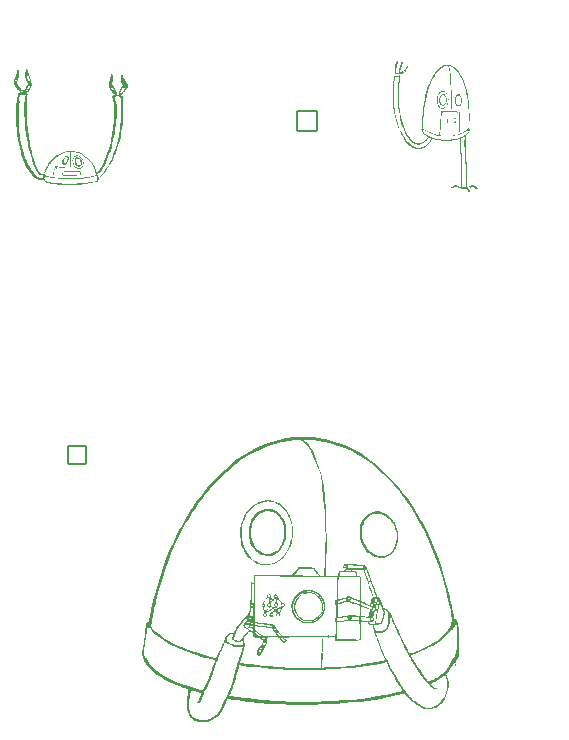
<source format=gbo>
%TF.GenerationSoftware,KiCad,Pcbnew,8.0.7*%
%TF.CreationDate,2025-01-09T23:37:41+05:30*%
%TF.ProjectId,pico_ov7670_adapter,7069636f-5f6f-4763-9736-37305f616461,rev?*%
%TF.SameCoordinates,Original*%
%TF.FileFunction,Legend,Bot*%
%TF.FilePolarity,Positive*%
%FSLAX46Y46*%
G04 Gerber Fmt 4.6, Leading zero omitted, Abs format (unit mm)*
G04 Created by KiCad (PCBNEW 8.0.7) date 2025-01-09 23:37:41*
%MOMM*%
%LPD*%
G01*
G04 APERTURE LIST*
G04 Aperture macros list*
%AMRoundRect*
0 Rectangle with rounded corners*
0 $1 Rounding radius*
0 $2 $3 $4 $5 $6 $7 $8 $9 X,Y pos of 4 corners*
0 Add a 4 corners polygon primitive as box body*
4,1,4,$2,$3,$4,$5,$6,$7,$8,$9,$2,$3,0*
0 Add four circle primitives for the rounded corners*
1,1,$1+$1,$2,$3*
1,1,$1+$1,$4,$5*
1,1,$1+$1,$6,$7*
1,1,$1+$1,$8,$9*
0 Add four rect primitives between the rounded corners*
20,1,$1+$1,$2,$3,$4,$5,0*
20,1,$1+$1,$4,$5,$6,$7,0*
20,1,$1+$1,$6,$7,$8,$9,0*
20,1,$1+$1,$8,$9,$2,$3,0*%
G04 Aperture macros list end*
%ADD10C,0.000000*%
%ADD11C,3.200000*%
%ADD12C,1.728000*%
%ADD13RoundRect,0.102000X-0.762000X-0.762000X0.762000X-0.762000X0.762000X0.762000X-0.762000X0.762000X0*%
%ADD14C,1.700000*%
%ADD15RoundRect,0.102000X0.850000X-0.850000X0.850000X0.850000X-0.850000X0.850000X-0.850000X-0.850000X0*%
%ADD16C,1.904000*%
%ADD17R,1.700000X1.700000*%
%ADD18O,1.700000X1.700000*%
G04 APERTURE END LIST*
D10*
%TO.C,G\u002A\u002A\u002A*%
G36*
X130029228Y-58435294D02*
G01*
X130028139Y-58443349D01*
X130019999Y-58491101D01*
X130007481Y-58553872D01*
X129991982Y-58625377D01*
X129974903Y-58699326D01*
X129957639Y-58769434D01*
X129941591Y-58829411D01*
X129940475Y-58833364D01*
X129911382Y-58957399D01*
X129897141Y-59072648D01*
X129896754Y-59176600D01*
X129896714Y-59187395D01*
X129898431Y-59217287D01*
X129901591Y-59261060D01*
X129904673Y-59291938D01*
X129907202Y-59304615D01*
X129908099Y-59305038D01*
X129925048Y-59307911D01*
X129958222Y-59311464D01*
X130001542Y-59315028D01*
X130091319Y-59321503D01*
X130092519Y-59311764D01*
X130152942Y-59311764D01*
X130153284Y-59314576D01*
X130164706Y-59323529D01*
X130167518Y-59323187D01*
X130171791Y-59317735D01*
X130312573Y-59317735D01*
X130323530Y-59324336D01*
X130338972Y-59329716D01*
X130358824Y-59334208D01*
X130374850Y-59331143D01*
X130409454Y-59317182D01*
X130454558Y-59294320D01*
X130505129Y-59265155D01*
X130556132Y-59232289D01*
X130588255Y-59209654D01*
X130613695Y-59188900D01*
X130622835Y-59175716D01*
X130617967Y-59167708D01*
X130609160Y-59160575D01*
X130600000Y-59140591D01*
X130599472Y-59133095D01*
X130594833Y-59123529D01*
X130591457Y-59125099D01*
X130572552Y-59137021D01*
X130541334Y-59158105D01*
X130502380Y-59185294D01*
X130490955Y-59193325D01*
X130442207Y-59226661D01*
X130394788Y-59257851D01*
X130357548Y-59281046D01*
X130334517Y-59295010D01*
X130315353Y-59309083D01*
X130314492Y-59311764D01*
X130312573Y-59317735D01*
X130171791Y-59317735D01*
X130176471Y-59311764D01*
X130176129Y-59308952D01*
X130164706Y-59300000D01*
X130161894Y-59300341D01*
X130152942Y-59311764D01*
X130092519Y-59311764D01*
X130098078Y-59266633D01*
X130099842Y-59252343D01*
X130101531Y-59238943D01*
X130152942Y-59238943D01*
X130154952Y-59245412D01*
X130170589Y-59252941D01*
X130181796Y-59247592D01*
X130188236Y-59225171D01*
X130188473Y-59216513D01*
X130191106Y-59182398D01*
X130195717Y-59142818D01*
X130198525Y-59107495D01*
X130195367Y-59090351D01*
X130187773Y-59093443D01*
X130177688Y-59115834D01*
X130167060Y-59156590D01*
X130161030Y-59187135D01*
X130155197Y-59220459D01*
X130152942Y-59238943D01*
X130101531Y-59238943D01*
X130109978Y-59171942D01*
X130118064Y-59111770D01*
X130124553Y-59069085D01*
X130129895Y-59041148D01*
X130133318Y-59029411D01*
X130194118Y-59029411D01*
X130196526Y-59032624D01*
X130212460Y-59041176D01*
X130215086Y-59040839D01*
X130223530Y-59029411D01*
X130221285Y-59023789D01*
X130205189Y-59017647D01*
X130196785Y-59019339D01*
X130194118Y-59029411D01*
X130133318Y-59029411D01*
X130134541Y-59025217D01*
X130138944Y-59018553D01*
X130145037Y-59007861D01*
X130154067Y-58979580D01*
X130161390Y-58947738D01*
X130207258Y-58947738D01*
X130209215Y-58964116D01*
X130209322Y-58964222D01*
X130222721Y-58971323D01*
X130236117Y-58963768D01*
X130250770Y-58939477D01*
X130267938Y-58896366D01*
X130288880Y-58832352D01*
X130301955Y-58790561D01*
X130332351Y-58696406D01*
X130363296Y-58604145D01*
X130392451Y-58520687D01*
X130417472Y-58452941D01*
X130421019Y-58443120D01*
X130425796Y-58416244D01*
X130415819Y-58407454D01*
X130390758Y-58416297D01*
X130385296Y-58421397D01*
X130370320Y-58446372D01*
X130351339Y-58487684D01*
X130329619Y-58541512D01*
X130306425Y-58604034D01*
X130283026Y-58671429D01*
X130260686Y-58739875D01*
X130240673Y-58805550D01*
X130224253Y-58864634D01*
X130212693Y-58913304D01*
X130207258Y-58947738D01*
X130161390Y-58947738D01*
X130162899Y-58941176D01*
X130164209Y-58934605D01*
X130178448Y-58872989D01*
X130198880Y-58795844D01*
X130223840Y-58708989D01*
X130251665Y-58618239D01*
X130280691Y-58529411D01*
X130288389Y-58506514D01*
X130304760Y-58456878D01*
X130318154Y-58415043D01*
X130326239Y-58388235D01*
X130330574Y-58374326D01*
X130340287Y-58359921D01*
X130359146Y-58353912D01*
X130394335Y-58352532D01*
X130409121Y-58352870D01*
X130447609Y-58358288D01*
X130472150Y-58368772D01*
X130472698Y-58369242D01*
X130481207Y-58377860D01*
X130485237Y-58388344D01*
X130484006Y-58404718D01*
X130480817Y-58416244D01*
X130476732Y-58431005D01*
X130462633Y-58471228D01*
X130440928Y-58529411D01*
X130428644Y-58564787D01*
X130410584Y-58622802D01*
X130391803Y-58688363D01*
X130374824Y-58752941D01*
X130368221Y-58778512D01*
X130346344Y-58853516D01*
X130321888Y-58925900D01*
X130296781Y-58990578D01*
X130278943Y-59029411D01*
X130272948Y-59042463D01*
X130252315Y-59076470D01*
X130250779Y-59078999D01*
X130244413Y-59100146D01*
X130243105Y-59107495D01*
X130238366Y-59134123D01*
X130233203Y-59174918D01*
X130229486Y-59216522D01*
X130227779Y-59252922D01*
X130228647Y-59278107D01*
X130232654Y-59286068D01*
X130278879Y-59263788D01*
X130344824Y-59229445D01*
X130412399Y-59191874D01*
X130477046Y-59153780D01*
X130534210Y-59117868D01*
X130560669Y-59099674D01*
X130647059Y-59099674D01*
X130649772Y-59109218D01*
X130662672Y-59118442D01*
X130675591Y-59113189D01*
X130676525Y-59106884D01*
X130664639Y-59095719D01*
X130655706Y-59093786D01*
X130647059Y-59099674D01*
X130560669Y-59099674D01*
X130579331Y-59086842D01*
X130607852Y-59063407D01*
X130621973Y-59044440D01*
X130622656Y-59043181D01*
X130687103Y-59043181D01*
X130691841Y-59052941D01*
X130700682Y-59046880D01*
X130718970Y-59024186D01*
X130742721Y-58988980D01*
X130769304Y-58945854D01*
X130796088Y-58899403D01*
X130820441Y-58854221D01*
X130839734Y-58814900D01*
X130851335Y-58786035D01*
X130852613Y-58772220D01*
X130846938Y-58769896D01*
X130829016Y-58778852D01*
X130805234Y-58803389D01*
X130778200Y-58839531D01*
X130750523Y-58883300D01*
X130724811Y-58930717D01*
X130703674Y-58977806D01*
X130689719Y-59020588D01*
X130687103Y-59043181D01*
X130622656Y-59043181D01*
X130641652Y-59008151D01*
X130659480Y-58965989D01*
X130666480Y-58946834D01*
X130691092Y-58882585D01*
X130712256Y-58835623D01*
X130732892Y-58801829D01*
X130755920Y-58777080D01*
X130784260Y-58757256D01*
X130820831Y-58738235D01*
X130863443Y-58718357D01*
X130896989Y-58705092D01*
X130916066Y-58702278D01*
X130924045Y-58709532D01*
X130924295Y-58726470D01*
X130919411Y-58745656D01*
X130908713Y-58772220D01*
X130903744Y-58784558D01*
X130880698Y-58832200D01*
X130853551Y-58882296D01*
X130825581Y-58928559D01*
X130800066Y-58964705D01*
X130797166Y-58968348D01*
X130755804Y-59026735D01*
X130733075Y-59074437D01*
X130728839Y-59106884D01*
X130727972Y-59113529D01*
X130726138Y-59136993D01*
X130715470Y-59157523D01*
X130693199Y-59175716D01*
X130660054Y-59202791D01*
X130575522Y-59269019D01*
X130500761Y-59323955D01*
X130448865Y-59358823D01*
X130437244Y-59366631D01*
X130386442Y-59396081D01*
X130367965Y-59403780D01*
X130349829Y-59411337D01*
X130328876Y-59411433D01*
X130327448Y-59410767D01*
X130307523Y-59410906D01*
X130278327Y-59418577D01*
X130262642Y-59425040D01*
X130248068Y-59435764D01*
X130236827Y-59454034D01*
X130226001Y-59484968D01*
X130212671Y-59533680D01*
X130199372Y-59590222D01*
X130194797Y-59625310D01*
X130198982Y-59638876D01*
X130202567Y-59640587D01*
X130211765Y-59655936D01*
X130215253Y-59667383D01*
X130229534Y-59688369D01*
X130231390Y-59690512D01*
X130237894Y-59701772D01*
X130240576Y-59718234D01*
X130239279Y-59744373D01*
X130233846Y-59784667D01*
X130224123Y-59843589D01*
X130192301Y-60052724D01*
X130162665Y-60313502D01*
X130141637Y-60590296D01*
X130129068Y-60885123D01*
X130124811Y-61200000D01*
X130125341Y-61332931D01*
X130129646Y-61564874D01*
X130138646Y-61783075D01*
X130152792Y-61993670D01*
X130172534Y-62202794D01*
X130198323Y-62416584D01*
X130230609Y-62641176D01*
X130244149Y-62726113D01*
X130299880Y-63025675D01*
X130365771Y-63311817D01*
X130441396Y-63583512D01*
X130526329Y-63839731D01*
X130620144Y-64079449D01*
X130722414Y-64301639D01*
X130832713Y-64505273D01*
X130950614Y-64689324D01*
X131075691Y-64852765D01*
X131207519Y-64994570D01*
X131283481Y-65063877D01*
X131386841Y-65143402D01*
X131489283Y-65204054D01*
X131594118Y-65248003D01*
X131666973Y-65267908D01*
X131784364Y-65280652D01*
X131903195Y-65270529D01*
X132022691Y-65237851D01*
X132142077Y-65182930D01*
X132260576Y-65106076D01*
X132377413Y-65007600D01*
X132491812Y-64887815D01*
X132500101Y-64878264D01*
X132542546Y-64829322D01*
X132570697Y-64794298D01*
X132584890Y-64769349D01*
X132585459Y-64750634D01*
X132572740Y-64734311D01*
X132547069Y-64716538D01*
X132508781Y-64693473D01*
X132492568Y-64683563D01*
X132448681Y-64656056D01*
X132411680Y-64631938D01*
X132388236Y-64615524D01*
X132365491Y-64596807D01*
X132323416Y-64558285D01*
X132278257Y-64513452D01*
X132235233Y-64467734D01*
X132199565Y-64426557D01*
X132176471Y-64395350D01*
X132166476Y-64380616D01*
X132145236Y-64356882D01*
X132128482Y-64347375D01*
X132119979Y-64343558D01*
X132102095Y-64321907D01*
X132083023Y-64285294D01*
X132071645Y-64259300D01*
X132056901Y-64226080D01*
X132053044Y-64217636D01*
X132165418Y-64217636D01*
X132175097Y-64253902D01*
X132198135Y-64299184D01*
X132232852Y-64350527D01*
X132277572Y-64404978D01*
X132330616Y-64459583D01*
X132387343Y-64509670D01*
X132516624Y-64602942D01*
X132666294Y-64686786D01*
X132835431Y-64760868D01*
X133023115Y-64824851D01*
X133200998Y-64871249D01*
X133228425Y-64878403D01*
X133450439Y-64921187D01*
X133688236Y-64952870D01*
X133718351Y-64955742D01*
X133810023Y-64961843D01*
X133917315Y-64966056D01*
X134034644Y-64968388D01*
X134156428Y-64968843D01*
X134277086Y-64967427D01*
X134391033Y-64964145D01*
X134492689Y-64959003D01*
X134576471Y-64952006D01*
X134638238Y-64944614D01*
X134734429Y-64930733D01*
X134832246Y-64914122D01*
X134928922Y-64895460D01*
X135021688Y-64875426D01*
X135107776Y-64854699D01*
X135184419Y-64833957D01*
X135248849Y-64813880D01*
X135298297Y-64795147D01*
X135329996Y-64778436D01*
X135341177Y-64764427D01*
X135343855Y-64751258D01*
X135360178Y-64739858D01*
X135386756Y-64746267D01*
X135395633Y-64749133D01*
X135414044Y-64747870D01*
X135442102Y-64738977D01*
X135483459Y-64721207D01*
X135541764Y-64693313D01*
X135584526Y-64671766D01*
X135716031Y-64596815D01*
X135824331Y-64520133D01*
X135909288Y-64441812D01*
X135941059Y-64404535D01*
X135974823Y-64359908D01*
X136006728Y-64313544D01*
X136033509Y-64270426D01*
X136051903Y-64235538D01*
X136058644Y-64213862D01*
X136056936Y-64207898D01*
X136048195Y-64216213D01*
X136042435Y-64224084D01*
X136030101Y-64229265D01*
X136022120Y-64212934D01*
X136018848Y-64176321D01*
X136020638Y-64120655D01*
X136027285Y-64023677D01*
X135966563Y-64096642D01*
X135925071Y-64143257D01*
X135814666Y-64244465D01*
X135684033Y-64337474D01*
X135534660Y-64421658D01*
X135368036Y-64496393D01*
X135185652Y-64561051D01*
X134988995Y-64615007D01*
X134779556Y-64657634D01*
X134558824Y-64688308D01*
X134536901Y-64690416D01*
X134463806Y-64695126D01*
X134374791Y-64698402D01*
X134275380Y-64700244D01*
X134171095Y-64700656D01*
X134067456Y-64699639D01*
X133969987Y-64697196D01*
X133884209Y-64693328D01*
X133815644Y-64688038D01*
X133694290Y-64673721D01*
X133451778Y-64634005D01*
X133219612Y-64580946D01*
X132999670Y-64515217D01*
X132793827Y-64437487D01*
X132603960Y-64348428D01*
X132431947Y-64248710D01*
X132279663Y-64139004D01*
X132188236Y-64065191D01*
X132188236Y-64123077D01*
X132187553Y-64142890D01*
X132183310Y-64173152D01*
X132176471Y-64188235D01*
X132170775Y-64193338D01*
X132165418Y-64217636D01*
X132053044Y-64217636D01*
X132047674Y-64205882D01*
X132042835Y-64185741D01*
X132040421Y-64149155D01*
X132040805Y-64103117D01*
X132043557Y-64053123D01*
X132048250Y-64004671D01*
X132052112Y-63978891D01*
X132188236Y-63978891D01*
X132267648Y-64045771D01*
X132376337Y-64130554D01*
X132548214Y-64242553D01*
X132736766Y-64342222D01*
X132939254Y-64428160D01*
X133152942Y-64498968D01*
X133182752Y-64507317D01*
X133257352Y-64526979D01*
X133336279Y-64546484D01*
X133406751Y-64562627D01*
X133537032Y-64590776D01*
X133537464Y-64585994D01*
X133605115Y-64585994D01*
X133606730Y-64593550D01*
X133622159Y-64601273D01*
X133655013Y-64608794D01*
X133708316Y-64617024D01*
X133741700Y-64620323D01*
X133795598Y-64623751D01*
X133864479Y-64626988D01*
X133944493Y-64629953D01*
X134031792Y-64632565D01*
X134122527Y-64634743D01*
X134212847Y-64636407D01*
X134298906Y-64637475D01*
X134376852Y-64637866D01*
X134442838Y-64637500D01*
X134493013Y-64636295D01*
X134523530Y-64634171D01*
X134532783Y-64632967D01*
X134567866Y-64628628D01*
X134615546Y-64622910D01*
X134668262Y-64616724D01*
X134696088Y-64613270D01*
X134812575Y-64595010D01*
X134937202Y-64570406D01*
X135059414Y-64541687D01*
X135168655Y-64511081D01*
X135202856Y-64500254D01*
X135243496Y-64486052D01*
X135266945Y-64475013D01*
X135276666Y-64465338D01*
X135276123Y-64455226D01*
X135276080Y-64455122D01*
X135272394Y-64443409D01*
X135269228Y-64425835D01*
X135266368Y-64399458D01*
X135263600Y-64361334D01*
X135260710Y-64308521D01*
X135257483Y-64238077D01*
X135253707Y-64147058D01*
X135252714Y-64122515D01*
X135250091Y-64058079D01*
X135246765Y-63976747D01*
X135242917Y-63882925D01*
X135238727Y-63781021D01*
X135234376Y-63675439D01*
X135230045Y-63570588D01*
X135228936Y-63543578D01*
X135224345Y-63427634D01*
X135219717Y-63304936D01*
X135215268Y-63181536D01*
X135211212Y-63063487D01*
X135207762Y-62956839D01*
X135205134Y-62867647D01*
X135197010Y-62570588D01*
X135227917Y-62570588D01*
X135232786Y-62570679D01*
X135253454Y-62576981D01*
X135259193Y-62597058D01*
X135259501Y-62606358D01*
X135261021Y-62638301D01*
X135263573Y-62686315D01*
X135266905Y-62745702D01*
X135270763Y-62811764D01*
X135273279Y-62856095D01*
X135278289Y-62954370D01*
X135283591Y-63069571D01*
X135289040Y-63197654D01*
X135294491Y-63334577D01*
X135299800Y-63476297D01*
X135304821Y-63618771D01*
X135309410Y-63757958D01*
X135313421Y-63889814D01*
X135316711Y-64010297D01*
X135319133Y-64115364D01*
X135320544Y-64200972D01*
X135323530Y-64460768D01*
X135405734Y-64426958D01*
X135445070Y-64410165D01*
X135582410Y-64341818D01*
X135711427Y-64262746D01*
X135827057Y-64176281D01*
X135924234Y-64085758D01*
X135939736Y-64069639D01*
X135962075Y-64047085D01*
X135980904Y-64027511D01*
X135996521Y-64008878D01*
X136009221Y-63989148D01*
X136019302Y-63966280D01*
X136027061Y-63938236D01*
X136032794Y-63902977D01*
X136036800Y-63858465D01*
X136039375Y-63802659D01*
X136040816Y-63733522D01*
X136041419Y-63649014D01*
X136041483Y-63547096D01*
X136041303Y-63425729D01*
X136041177Y-63282874D01*
X136041153Y-63234204D01*
X136040486Y-63044251D01*
X136038746Y-62873608D01*
X136035725Y-62718885D01*
X136031212Y-62576688D01*
X136025000Y-62443624D01*
X136016877Y-62316301D01*
X136006637Y-62191326D01*
X135994068Y-62065307D01*
X135978962Y-61934851D01*
X135961110Y-61796566D01*
X135940303Y-61647058D01*
X135892779Y-61348608D01*
X135835464Y-61052984D01*
X135770280Y-60771946D01*
X135697567Y-60506118D01*
X135617660Y-60256123D01*
X135530900Y-60022585D01*
X135437622Y-59806128D01*
X135338165Y-59607375D01*
X135232866Y-59426952D01*
X135122064Y-59265480D01*
X135006097Y-59123585D01*
X134885301Y-59001890D01*
X134760014Y-58901018D01*
X134630576Y-58821594D01*
X134497322Y-58764242D01*
X134360592Y-58729585D01*
X134315301Y-58722023D01*
X134344542Y-58761011D01*
X134367552Y-58794020D01*
X134394250Y-58840649D01*
X134417470Y-58893251D01*
X134437823Y-58954333D01*
X134455916Y-59026401D01*
X134472358Y-59111961D01*
X134487757Y-59213519D01*
X134502722Y-59333581D01*
X134517863Y-59474654D01*
X134520813Y-59504120D01*
X134532025Y-59624376D01*
X134541212Y-59739512D01*
X134548711Y-59855258D01*
X134554862Y-59977343D01*
X134560003Y-60111497D01*
X134564471Y-60263449D01*
X134566221Y-60327193D01*
X134569959Y-60448973D01*
X134574277Y-60575116D01*
X134578961Y-60700044D01*
X134583798Y-60818179D01*
X134588574Y-60923945D01*
X134593076Y-61011764D01*
X134593514Y-61019650D01*
X134604098Y-61241646D01*
X134610847Y-61453552D01*
X134613803Y-61653721D01*
X134613643Y-61691254D01*
X134613008Y-61840505D01*
X134608506Y-62012257D01*
X134600338Y-62167331D01*
X134588548Y-62304077D01*
X134573177Y-62420851D01*
X134554269Y-62516003D01*
X134543070Y-62561417D01*
X134733300Y-62553265D01*
X134748953Y-62552566D01*
X134833706Y-62548056D01*
X134924877Y-62542222D01*
X135012490Y-62535742D01*
X135086563Y-62529294D01*
X135126641Y-62525538D01*
X135190238Y-62520556D01*
X135234779Y-62518954D01*
X135263094Y-62520818D01*
X135278010Y-62526236D01*
X135282353Y-62535294D01*
X135282208Y-62537103D01*
X135278352Y-62543269D01*
X135267232Y-62548816D01*
X135246156Y-62554225D01*
X135212431Y-62559974D01*
X135163364Y-62566542D01*
X135096262Y-62574409D01*
X135008432Y-62584055D01*
X134931259Y-62591283D01*
X134805300Y-62599765D01*
X134664835Y-62606078D01*
X134515110Y-62610135D01*
X134361368Y-62611849D01*
X134208853Y-62611132D01*
X134062810Y-62607897D01*
X133928482Y-62602055D01*
X133756963Y-62592347D01*
X133742631Y-62825585D01*
X133740174Y-62864188D01*
X133734700Y-62945093D01*
X133727860Y-63041712D01*
X133720009Y-63149190D01*
X133711506Y-63262673D01*
X133702705Y-63377306D01*
X133693965Y-63488235D01*
X133690252Y-63534791D01*
X133680637Y-63656377D01*
X133670591Y-63784629D01*
X133660581Y-63913525D01*
X133651075Y-64037040D01*
X133642538Y-64149151D01*
X133635437Y-64243833D01*
X133634833Y-64251962D01*
X133628309Y-64337182D01*
X133622038Y-64414819D01*
X133616302Y-64481697D01*
X133611381Y-64534637D01*
X133607559Y-64570462D01*
X133605115Y-64585994D01*
X133537464Y-64585994D01*
X133557319Y-64365976D01*
X133558502Y-64352774D01*
X133564396Y-64285399D01*
X133571725Y-64199590D01*
X133580155Y-64099383D01*
X133589348Y-63988814D01*
X133598968Y-63871919D01*
X133608681Y-63752733D01*
X133618149Y-63635294D01*
X133619970Y-63612641D01*
X133629760Y-63492735D01*
X133639965Y-63370609D01*
X133650212Y-63250543D01*
X133660130Y-63136816D01*
X133669344Y-63033708D01*
X133677484Y-62945500D01*
X133684177Y-62876470D01*
X133686399Y-62854180D01*
X133693734Y-62777147D01*
X133699977Y-62706250D01*
X133704780Y-62645805D01*
X133707794Y-62600126D01*
X133708670Y-62573529D01*
X133708445Y-62553245D01*
X133711534Y-62532362D01*
X133723831Y-62524714D01*
X133750899Y-62523740D01*
X133775431Y-62524275D01*
X133822079Y-62525910D01*
X133884194Y-62528443D01*
X133957467Y-62531668D01*
X134037593Y-62535380D01*
X134120264Y-62539376D01*
X134201171Y-62543450D01*
X134276007Y-62547398D01*
X134340466Y-62551015D01*
X134390239Y-62554098D01*
X134504007Y-62561721D01*
X134510056Y-62510272D01*
X134510973Y-62501866D01*
X134514455Y-62464632D01*
X134518908Y-62411777D01*
X134523856Y-62349088D01*
X134528822Y-62282352D01*
X134528977Y-62280193D01*
X134534941Y-62199360D01*
X134541764Y-62109719D01*
X134548616Y-62022032D01*
X134554669Y-61947058D01*
X134554963Y-61943400D01*
X134558335Y-61877830D01*
X134560004Y-61792597D01*
X134560068Y-61691254D01*
X134558625Y-61577358D01*
X134555773Y-61454463D01*
X134551611Y-61326123D01*
X134546237Y-61195893D01*
X134539748Y-61067328D01*
X134532243Y-60943983D01*
X134523820Y-60829411D01*
X134520235Y-60781824D01*
X134514745Y-60698573D01*
X134509068Y-60602129D01*
X134503539Y-60498539D01*
X134498490Y-60393852D01*
X134494256Y-60294117D01*
X134491502Y-60227636D01*
X134486570Y-60121588D01*
X134480986Y-60013539D01*
X134475101Y-59909867D01*
X134469265Y-59816953D01*
X134463830Y-59741176D01*
X134459479Y-59685710D01*
X134452586Y-59597426D01*
X134445741Y-59509326D01*
X134439547Y-59429166D01*
X134434605Y-59364705D01*
X134430795Y-59317370D01*
X134418119Y-59192124D01*
X134402723Y-59086084D01*
X134383856Y-58996069D01*
X134360766Y-58918896D01*
X134332701Y-58851383D01*
X134298910Y-58790347D01*
X134255973Y-58721870D01*
X134169270Y-58728932D01*
X134159118Y-58729827D01*
X134026160Y-58754135D01*
X133894046Y-58801448D01*
X133763227Y-58871279D01*
X133634153Y-58963144D01*
X133507277Y-59076556D01*
X133383049Y-59211031D01*
X133261922Y-59366083D01*
X133144348Y-59541227D01*
X133030776Y-59735977D01*
X132921660Y-59949847D01*
X132817450Y-60182352D01*
X132787343Y-60257291D01*
X132750808Y-60354458D01*
X132711522Y-60464092D01*
X132671269Y-60580909D01*
X132631837Y-60699624D01*
X132595010Y-60814953D01*
X132562574Y-60921612D01*
X132536315Y-61014315D01*
X132476498Y-61249864D01*
X132390921Y-61643526D01*
X132319570Y-62049232D01*
X132263038Y-62462416D01*
X132221915Y-62878517D01*
X132196793Y-63292969D01*
X132188262Y-63701210D01*
X132188236Y-63978891D01*
X132052112Y-63978891D01*
X132054454Y-63963257D01*
X132061741Y-63934377D01*
X132069684Y-63923529D01*
X132071967Y-63915556D01*
X132074985Y-63886996D01*
X132078153Y-63840673D01*
X132081292Y-63779722D01*
X132084222Y-63707277D01*
X132086762Y-63626470D01*
X132105008Y-63196914D01*
X132138102Y-62760060D01*
X132185695Y-62336553D01*
X132248057Y-61923529D01*
X132252627Y-61896992D01*
X132312275Y-61582848D01*
X132380054Y-61279869D01*
X132455536Y-60988873D01*
X132538295Y-60710682D01*
X132627904Y-60446114D01*
X132723934Y-60195992D01*
X132825959Y-59961133D01*
X132933551Y-59742360D01*
X133046283Y-59540492D01*
X133163727Y-59356349D01*
X133285457Y-59190751D01*
X133411044Y-59044519D01*
X133540062Y-58918472D01*
X133672083Y-58813432D01*
X133806680Y-58730217D01*
X133943425Y-58669648D01*
X133954634Y-58665739D01*
X134095617Y-58629528D01*
X134237790Y-58616457D01*
X134380040Y-58626278D01*
X134521259Y-58658743D01*
X134660335Y-58713603D01*
X134796159Y-58790611D01*
X134927619Y-58889518D01*
X134975413Y-58932041D01*
X135102764Y-59064053D01*
X135224173Y-59217724D01*
X135339320Y-59392161D01*
X135447883Y-59586473D01*
X135549542Y-59799766D01*
X135643975Y-60031148D01*
X135730862Y-60279727D01*
X135809882Y-60544610D01*
X135880713Y-60824905D01*
X135943036Y-61119720D01*
X135996528Y-61428160D01*
X136040870Y-61749336D01*
X136075739Y-62082352D01*
X136089378Y-62257315D01*
X136103615Y-62515520D01*
X136112153Y-62783456D01*
X136114948Y-63054622D01*
X136111950Y-63322518D01*
X136104262Y-63547096D01*
X136103113Y-63580645D01*
X136088389Y-63822504D01*
X136087385Y-63835785D01*
X136082411Y-63906280D01*
X136078648Y-63967851D01*
X136076275Y-64016865D01*
X136075474Y-64049692D01*
X136076426Y-64062700D01*
X136076534Y-64062802D01*
X136080755Y-64056634D01*
X136082711Y-64034313D01*
X136082930Y-64025994D01*
X136085908Y-64011087D01*
X136093012Y-64017647D01*
X136094382Y-64020187D01*
X136107483Y-64064120D01*
X136111634Y-64122723D01*
X136107536Y-64189704D01*
X136103464Y-64213862D01*
X136095893Y-64258773D01*
X136077406Y-64323637D01*
X136052778Y-64378007D01*
X136043538Y-64392217D01*
X136014166Y-64430289D01*
X135974853Y-64476005D01*
X135930495Y-64524137D01*
X135885989Y-64569457D01*
X135846231Y-64606735D01*
X135816116Y-64630744D01*
X135791055Y-64647299D01*
X135798076Y-65164705D01*
X135801749Y-65435414D01*
X135801773Y-65437207D01*
X135804749Y-65637687D01*
X135807958Y-65816682D01*
X135811461Y-65976217D01*
X135815321Y-66118321D01*
X135819598Y-66245018D01*
X135824353Y-66358337D01*
X135829648Y-66460302D01*
X135835545Y-66552941D01*
X135836999Y-66573811D01*
X135848006Y-66742468D01*
X135857423Y-66908649D01*
X135865345Y-67075602D01*
X135871871Y-67246577D01*
X135877096Y-67424822D01*
X135881118Y-67613586D01*
X135884033Y-67816118D01*
X135885939Y-68035668D01*
X135886933Y-68275484D01*
X135887213Y-68407704D01*
X135887248Y-68431545D01*
X135887402Y-68535483D01*
X135887408Y-68643169D01*
X135887179Y-68732579D01*
X135886667Y-68805530D01*
X135885818Y-68863839D01*
X135884583Y-68909324D01*
X135882910Y-68943801D01*
X135880748Y-68969088D01*
X135878047Y-68987002D01*
X135874755Y-68999359D01*
X135870822Y-69007979D01*
X135866196Y-69014677D01*
X135859766Y-69023172D01*
X135855797Y-69031627D01*
X135863771Y-69031191D01*
X135886660Y-69021202D01*
X135895967Y-69016590D01*
X135977665Y-69016590D01*
X135984216Y-69032953D01*
X135989860Y-69037521D01*
X136003247Y-69038232D01*
X136026737Y-69033199D01*
X136063235Y-69021599D01*
X136115645Y-69002606D01*
X136186872Y-68975395D01*
X136240885Y-68954370D01*
X136296988Y-68932263D01*
X136341991Y-68914226D01*
X136363711Y-68905252D01*
X136448801Y-68905252D01*
X136452758Y-68908485D01*
X136471842Y-68923678D01*
X136502738Y-68948102D01*
X136541177Y-68978382D01*
X136577850Y-69006689D01*
X136635070Y-69048101D01*
X136679331Y-69076163D01*
X136709192Y-69090004D01*
X136723213Y-69088748D01*
X136732870Y-69083879D01*
X136755895Y-69085066D01*
X136765364Y-69085912D01*
X136760929Y-69078097D01*
X136736311Y-69059481D01*
X136685730Y-69022629D01*
X136618524Y-68969391D01*
X136538740Y-68902152D01*
X136523148Y-68888761D01*
X136497578Y-68868087D01*
X136482362Y-68860306D01*
X136472309Y-68863673D01*
X136462225Y-68876442D01*
X136452677Y-68892294D01*
X136451562Y-68894146D01*
X136448801Y-68905252D01*
X136363711Y-68905252D01*
X136372272Y-68901715D01*
X136384208Y-68896184D01*
X136385575Y-68892294D01*
X136382324Y-68874752D01*
X136368502Y-68859881D01*
X136341995Y-68858668D01*
X136301026Y-68871695D01*
X136243721Y-68899295D01*
X136191278Y-68925265D01*
X136127889Y-68953716D01*
X136070589Y-68976790D01*
X136058889Y-68981121D01*
X136019197Y-68996071D01*
X135990492Y-69007286D01*
X135978334Y-69012607D01*
X135977665Y-69016590D01*
X135895967Y-69016590D01*
X135927438Y-69000994D01*
X135977695Y-68976960D01*
X136037789Y-68950388D01*
X136090809Y-68928947D01*
X136098370Y-68926037D01*
X136150336Y-68903651D01*
X136209086Y-68875356D01*
X136251284Y-68852941D01*
X136411765Y-68852941D01*
X136412107Y-68855753D01*
X136423530Y-68864705D01*
X136426342Y-68864364D01*
X136435295Y-68852941D01*
X136434953Y-68850129D01*
X136423530Y-68841176D01*
X136420718Y-68841518D01*
X136411765Y-68852941D01*
X136251284Y-68852941D01*
X136263304Y-68846556D01*
X136281820Y-68836369D01*
X136324995Y-68814744D01*
X136360620Y-68799736D01*
X136382397Y-68794117D01*
X136393793Y-68795019D01*
X136437874Y-68807888D01*
X136494265Y-68834469D01*
X136525716Y-68852941D01*
X136559508Y-68872788D01*
X136630142Y-68920873D01*
X136702708Y-68976752D01*
X136706348Y-68979668D01*
X136745074Y-69006855D01*
X136785061Y-69030153D01*
X136795537Y-69035538D01*
X136841991Y-69063545D01*
X136864514Y-69085912D01*
X136865439Y-69086831D01*
X136865896Y-69105511D01*
X136843377Y-69119699D01*
X136797896Y-69129509D01*
X136773697Y-69133362D01*
X136740950Y-69140768D01*
X136722931Y-69147872D01*
X136714826Y-69150679D01*
X136687863Y-69142506D01*
X136646917Y-69116010D01*
X136592261Y-69071385D01*
X136524172Y-69008823D01*
X136484285Y-68971157D01*
X136450621Y-68940285D01*
X136426758Y-68919426D01*
X136416237Y-68911764D01*
X136412877Y-68912903D01*
X136392057Y-68921492D01*
X136355860Y-68936996D01*
X136308372Y-68957615D01*
X136253675Y-68981548D01*
X136195853Y-69006998D01*
X136138990Y-69032162D01*
X136105546Y-69047058D01*
X136087169Y-69055243D01*
X136044475Y-69074440D01*
X136014990Y-69087952D01*
X136010207Y-69090317D01*
X136002798Y-69093981D01*
X136004430Y-69097585D01*
X136017344Y-69115779D01*
X136040377Y-69145655D01*
X136070445Y-69183147D01*
X136087749Y-69204832D01*
X136115205Y-69241456D01*
X136134127Y-69269734D01*
X136141177Y-69284865D01*
X136146227Y-69297237D01*
X136164706Y-69314494D01*
X136177686Y-69323513D01*
X136189307Y-69338664D01*
X136188014Y-69341176D01*
X136182212Y-69352453D01*
X136154904Y-69366621D01*
X136105883Y-69382912D01*
X136103421Y-69383594D01*
X136070010Y-69388470D01*
X136031719Y-69389035D01*
X136013925Y-69387236D01*
X135987588Y-69377040D01*
X135969954Y-69353631D01*
X135964928Y-69341176D01*
X136141177Y-69341176D01*
X136147059Y-69347058D01*
X136152942Y-69341176D01*
X136147059Y-69335294D01*
X136141177Y-69341176D01*
X135964928Y-69341176D01*
X135958183Y-69324461D01*
X135952335Y-69295714D01*
X135949626Y-69278743D01*
X135939981Y-69244079D01*
X135925864Y-69203884D01*
X135906330Y-69153506D01*
X135966930Y-69153506D01*
X135970311Y-69177536D01*
X135984093Y-69217499D01*
X136007565Y-69270911D01*
X136019519Y-69295173D01*
X136035618Y-69320812D01*
X136051380Y-69332511D01*
X136071820Y-69335294D01*
X136105591Y-69335294D01*
X136062589Y-69267647D01*
X136039218Y-69231160D01*
X136012119Y-69190278D01*
X135993412Y-69164674D01*
X135980867Y-69151380D01*
X135972255Y-69147428D01*
X135966930Y-69153506D01*
X135906330Y-69153506D01*
X135900000Y-69137180D01*
X135831336Y-69166245D01*
X135806542Y-69176031D01*
X135769016Y-69186454D01*
X135748983Y-69184450D01*
X135742815Y-69181774D01*
X135715990Y-69176326D01*
X135674739Y-69171330D01*
X135625088Y-69167605D01*
X135614918Y-69167032D01*
X135559800Y-69162462D01*
X135524091Y-69155160D01*
X135504212Y-69143146D01*
X135496583Y-69124439D01*
X135497290Y-69105882D01*
X135529412Y-69105882D01*
X135535007Y-69116385D01*
X135555097Y-69121945D01*
X135594118Y-69123529D01*
X135632631Y-69122003D01*
X135653015Y-69116524D01*
X135656516Y-69110110D01*
X135805883Y-69110110D01*
X135829412Y-69110757D01*
X135843878Y-69109485D01*
X135870589Y-69100000D01*
X135873568Y-69098055D01*
X135882299Y-69090317D01*
X135870589Y-69089242D01*
X135856897Y-69091293D01*
X135829412Y-69100000D01*
X135815723Y-69105882D01*
X135805883Y-69110110D01*
X135656516Y-69110110D01*
X135658824Y-69105882D01*
X135653230Y-69095378D01*
X135633140Y-69089819D01*
X135594118Y-69088235D01*
X135555605Y-69089761D01*
X135535221Y-69095240D01*
X135529412Y-69105882D01*
X135497290Y-69105882D01*
X135497626Y-69097058D01*
X135497111Y-69074794D01*
X135488366Y-69064705D01*
X135481295Y-69062929D01*
X135455009Y-69053605D01*
X135437976Y-69047058D01*
X135494118Y-69047058D01*
X135500000Y-69052941D01*
X135505883Y-69047058D01*
X135500000Y-69041176D01*
X135494118Y-69047058D01*
X135437976Y-69047058D01*
X135413872Y-69037793D01*
X135362038Y-69017197D01*
X135303661Y-68993520D01*
X135242893Y-68968467D01*
X135183889Y-68943742D01*
X135130802Y-68921048D01*
X135087787Y-68902090D01*
X135058995Y-68888570D01*
X135034395Y-68876603D01*
X134994682Y-68860630D01*
X134971951Y-68857818D01*
X134964706Y-68867839D01*
X134968677Y-68874116D01*
X134991512Y-68889419D01*
X135032126Y-68909510D01*
X135087640Y-68932870D01*
X135149319Y-68957846D01*
X135216611Y-68986251D01*
X135283161Y-69015345D01*
X135345469Y-69043516D01*
X135400033Y-69069150D01*
X135443353Y-69090635D01*
X135471930Y-69106358D01*
X135482262Y-69114705D01*
X135479046Y-69119713D01*
X135457474Y-69120576D01*
X135416487Y-69111412D01*
X135357120Y-69092564D01*
X135280404Y-69064373D01*
X135187372Y-69027181D01*
X135079058Y-68981330D01*
X134916939Y-68911121D01*
X134908299Y-68917102D01*
X134867293Y-68945487D01*
X134852333Y-68956278D01*
X134816478Y-68985004D01*
X134788951Y-69010701D01*
X134786565Y-69013236D01*
X134729956Y-69059687D01*
X134666989Y-69089189D01*
X134603788Y-69098827D01*
X134571848Y-69097464D01*
X134524187Y-69090585D01*
X134495940Y-69077470D01*
X134484724Y-69057287D01*
X134485205Y-69048546D01*
X134492065Y-69037870D01*
X134614574Y-69037870D01*
X134624647Y-69040216D01*
X134662321Y-69033076D01*
X134720347Y-69007256D01*
X134791223Y-68962401D01*
X134821309Y-68941296D01*
X134845621Y-68924325D01*
X134856136Y-68917102D01*
X134855804Y-68909363D01*
X134849330Y-68888150D01*
X134839331Y-68861120D01*
X134793195Y-68902601D01*
X134760869Y-68929187D01*
X134716689Y-68961989D01*
X134671706Y-68992629D01*
X134644596Y-69010542D01*
X134620677Y-69028532D01*
X134614574Y-69037870D01*
X134492065Y-69037870D01*
X134493540Y-69035574D01*
X134513725Y-69019837D01*
X134548942Y-68998990D01*
X134602371Y-68970693D01*
X134644510Y-68948595D01*
X134695134Y-68921125D01*
X134737208Y-68897295D01*
X134764496Y-68880570D01*
X134774175Y-68874230D01*
X134800362Y-68859023D01*
X134815884Y-68852941D01*
X134816147Y-68852858D01*
X134888184Y-68852858D01*
X134889541Y-68854884D01*
X134906913Y-68864179D01*
X134924014Y-68852158D01*
X134927831Y-68842552D01*
X134921087Y-68831434D01*
X134899762Y-68833757D01*
X134890806Y-68839475D01*
X134888184Y-68852858D01*
X134816147Y-68852858D01*
X134820515Y-68851477D01*
X134840178Y-68838903D01*
X134866504Y-68817647D01*
X134878169Y-68807911D01*
X134904278Y-68789613D01*
X134921530Y-68782352D01*
X134925535Y-68783023D01*
X134949512Y-68791187D01*
X134989678Y-68807346D01*
X135042365Y-68829883D01*
X135070926Y-68842552D01*
X135103904Y-68857180D01*
X135170626Y-68887618D01*
X135238862Y-68919580D01*
X135304944Y-68951447D01*
X135340346Y-68968568D01*
X135380061Y-68987084D01*
X135407739Y-68999135D01*
X135418875Y-69002693D01*
X135418979Y-69002297D01*
X135419446Y-68986685D01*
X135419593Y-68949937D01*
X135419447Y-68894119D01*
X135419032Y-68821299D01*
X135418373Y-68733542D01*
X135417496Y-68632915D01*
X135416425Y-68521484D01*
X135415185Y-68401316D01*
X135413801Y-68274478D01*
X135412299Y-68143036D01*
X135410703Y-68009056D01*
X135409039Y-67874605D01*
X135407331Y-67741750D01*
X135405604Y-67612557D01*
X135403884Y-67489092D01*
X135402195Y-67373422D01*
X135400563Y-67267614D01*
X135399013Y-67173734D01*
X135397569Y-67093848D01*
X135396256Y-67030023D01*
X135395100Y-66984326D01*
X135394126Y-66958823D01*
X135394096Y-66958312D01*
X135391602Y-66914291D01*
X135388268Y-66852535D01*
X135384390Y-66778723D01*
X135380269Y-66698534D01*
X135376201Y-66617647D01*
X135375658Y-66606921D01*
X135370493Y-66516527D01*
X135363689Y-66411933D01*
X135355820Y-66301256D01*
X135347460Y-66192612D01*
X135339184Y-66094117D01*
X135333964Y-66033029D01*
X135327837Y-65951755D01*
X135323101Y-65873132D01*
X135319613Y-65792798D01*
X135317230Y-65706392D01*
X135315809Y-65609549D01*
X135315205Y-65497908D01*
X135315276Y-65367106D01*
X135315305Y-65356391D01*
X135315773Y-65256210D01*
X135316548Y-65163162D01*
X135317581Y-65079979D01*
X135318108Y-65050054D01*
X135388429Y-65050054D01*
X135388635Y-65131595D01*
X135389502Y-65223828D01*
X135390968Y-65323724D01*
X135392969Y-65428253D01*
X135395443Y-65534387D01*
X135398326Y-65639098D01*
X135401557Y-65739356D01*
X135405071Y-65832134D01*
X135408807Y-65914402D01*
X135412701Y-65983131D01*
X135416691Y-66035294D01*
X135417368Y-66042548D01*
X135432055Y-66213444D01*
X135445390Y-66396411D01*
X135457433Y-66592878D01*
X135468244Y-66804275D01*
X135477885Y-67032035D01*
X135486416Y-67277586D01*
X135493898Y-67542359D01*
X135500393Y-67827785D01*
X135505960Y-68135294D01*
X135506902Y-68195159D01*
X135509179Y-68355165D01*
X135510737Y-68492736D01*
X135511574Y-68608678D01*
X135511689Y-68703801D01*
X135511081Y-68778912D01*
X135509749Y-68834817D01*
X135507691Y-68872326D01*
X135504907Y-68892245D01*
X135499751Y-68913591D01*
X135498608Y-68947517D01*
X135513277Y-68970444D01*
X135546516Y-68988766D01*
X135550354Y-68990317D01*
X135585379Y-69000912D01*
X135614329Y-69004498D01*
X135616147Y-69004400D01*
X135665491Y-68999210D01*
X135712938Y-68990115D01*
X135751285Y-68978813D01*
X135773334Y-68967002D01*
X135776146Y-68962535D01*
X135779369Y-68951148D01*
X135782056Y-68931927D01*
X135784247Y-68903128D01*
X135785982Y-68863008D01*
X135787303Y-68809822D01*
X135788250Y-68741826D01*
X135788863Y-68657278D01*
X135789182Y-68554432D01*
X135789248Y-68431545D01*
X135789102Y-68286873D01*
X135788866Y-68191349D01*
X135787712Y-67980704D01*
X135785733Y-67775772D01*
X135782979Y-67578779D01*
X135779500Y-67391952D01*
X135775348Y-67217517D01*
X135770571Y-67057701D01*
X135765221Y-66914731D01*
X135759347Y-66790834D01*
X135753000Y-66688235D01*
X135749453Y-66635798D01*
X135744890Y-66563022D01*
X135739723Y-66476537D01*
X135734242Y-66381330D01*
X135728742Y-66282390D01*
X135723513Y-66184707D01*
X135718437Y-66092883D01*
X135712324Y-65991964D01*
X135705872Y-65893714D01*
X135699438Y-65803340D01*
X135693379Y-65726053D01*
X135688051Y-65667060D01*
X135678336Y-65547339D01*
X135671494Y-65378067D01*
X135671749Y-65206211D01*
X135673772Y-65158823D01*
X135732249Y-65158823D01*
X135732477Y-65206329D01*
X135733589Y-65280592D01*
X135735464Y-65349508D01*
X135737924Y-65407017D01*
X135740787Y-65447058D01*
X135741829Y-65455012D01*
X135743926Y-65455933D01*
X135745737Y-65435312D01*
X135747221Y-65394515D01*
X135748336Y-65334905D01*
X135749042Y-65257847D01*
X135749297Y-65164705D01*
X135749252Y-65120782D01*
X135748804Y-65034842D01*
X135747910Y-64965012D01*
X135746614Y-64912776D01*
X135744961Y-64879618D01*
X135742994Y-64867022D01*
X135740758Y-64876470D01*
X135738822Y-64899025D01*
X135736189Y-64949150D01*
X135734098Y-65013075D01*
X135732725Y-65084925D01*
X135732249Y-65158823D01*
X135673772Y-65158823D01*
X135678927Y-65038078D01*
X135692858Y-64879973D01*
X135713369Y-64738202D01*
X135720279Y-64699934D01*
X135610140Y-64756751D01*
X135579686Y-64772248D01*
X135527949Y-64797715D01*
X135482502Y-64819093D01*
X135450596Y-64832921D01*
X135418459Y-64848241D01*
X135401665Y-64866514D01*
X135393038Y-64895738D01*
X135392407Y-64899862D01*
X135390253Y-64931159D01*
X135388947Y-64982232D01*
X135388429Y-65050054D01*
X135318108Y-65050054D01*
X135318825Y-65009393D01*
X135320234Y-64954139D01*
X135321759Y-64916948D01*
X135323354Y-64900554D01*
X135324626Y-64896371D01*
X135325302Y-64887193D01*
X135317160Y-64884987D01*
X135295677Y-64889839D01*
X135256328Y-64901838D01*
X135192257Y-64921100D01*
X134950452Y-64980616D01*
X134696263Y-65024012D01*
X134433485Y-65051217D01*
X134165911Y-65062158D01*
X133897334Y-65056766D01*
X133631550Y-65034968D01*
X133372350Y-64996694D01*
X133123530Y-64941872D01*
X133104249Y-64937033D01*
X133050459Y-64925190D01*
X133002104Y-64916690D01*
X132967772Y-64913120D01*
X132955799Y-64912901D01*
X132932906Y-64914648D01*
X132917047Y-64923451D01*
X132902384Y-64943981D01*
X132883082Y-64980909D01*
X132882558Y-64981945D01*
X132851916Y-65037014D01*
X132810566Y-65103941D01*
X132762679Y-65176570D01*
X132712425Y-65248741D01*
X132663977Y-65314298D01*
X132621504Y-65367082D01*
X132541757Y-65452661D01*
X132419072Y-65559485D01*
X132289346Y-65645147D01*
X132153680Y-65709252D01*
X132013174Y-65751408D01*
X131868927Y-65771220D01*
X131722041Y-65768295D01*
X131573614Y-65742238D01*
X131468063Y-65709901D01*
X131332447Y-65650943D01*
X131199959Y-65572734D01*
X131069779Y-65474572D01*
X130941092Y-65355756D01*
X130813080Y-65215583D01*
X130684924Y-65053352D01*
X130555809Y-64868361D01*
X130452421Y-64702898D01*
X130314552Y-64451271D01*
X130186957Y-64180365D01*
X130070041Y-63891473D01*
X129964207Y-63585892D01*
X129869859Y-63264915D01*
X129787400Y-62929837D01*
X129717234Y-62581952D01*
X129659765Y-62222555D01*
X129615397Y-61852941D01*
X129609919Y-61784476D01*
X129605133Y-61696043D01*
X129601151Y-61592151D01*
X129597991Y-61476343D01*
X129595668Y-61352161D01*
X129594198Y-61223148D01*
X129593599Y-61092846D01*
X129593682Y-61055373D01*
X129684345Y-61055373D01*
X129688309Y-61475008D01*
X129715365Y-61898208D01*
X129723530Y-61988235D01*
X129770589Y-62011764D01*
X129817648Y-62035294D01*
X129773530Y-62038945D01*
X129765573Y-62039681D01*
X129739804Y-62043423D01*
X129729412Y-62047319D01*
X129729775Y-62053898D01*
X129732896Y-62083305D01*
X129738726Y-62129909D01*
X129746678Y-62189550D01*
X129756163Y-62258069D01*
X129766591Y-62331306D01*
X129777375Y-62405100D01*
X129787926Y-62475293D01*
X129797654Y-62537725D01*
X129805971Y-62588235D01*
X129832318Y-62732980D01*
X129897124Y-63035370D01*
X129973269Y-63328784D01*
X130060089Y-63611675D01*
X130156921Y-63882495D01*
X130263102Y-64139695D01*
X130377968Y-64381727D01*
X130500856Y-64607043D01*
X130631102Y-64814095D01*
X130768044Y-65001334D01*
X130911017Y-65167213D01*
X131032595Y-65287901D01*
X131174730Y-65407711D01*
X131316804Y-65504394D01*
X131459136Y-65578165D01*
X131602043Y-65629234D01*
X131643532Y-65639606D01*
X131777916Y-65657772D01*
X131912721Y-65652918D01*
X132047129Y-65625399D01*
X132180325Y-65575567D01*
X132311493Y-65503776D01*
X132439818Y-65410380D01*
X132564485Y-65295732D01*
X132684676Y-65160184D01*
X132704159Y-65135438D01*
X132738032Y-65090336D01*
X132773304Y-65041367D01*
X132807404Y-64992323D01*
X132837759Y-64946997D01*
X132861797Y-64909181D01*
X132876946Y-64882667D01*
X132880635Y-64871249D01*
X132869247Y-64865405D01*
X132841696Y-64853241D01*
X132803499Y-64837091D01*
X132760038Y-64819154D01*
X132716699Y-64801628D01*
X132678863Y-64786711D01*
X132651915Y-64776602D01*
X132641238Y-64773498D01*
X132610538Y-64819050D01*
X132498899Y-64968687D01*
X132385806Y-65095210D01*
X132270887Y-65198927D01*
X132153767Y-65280148D01*
X132034072Y-65339181D01*
X131911428Y-65376336D01*
X131863649Y-65385286D01*
X131787174Y-65392736D01*
X131711581Y-65389460D01*
X131625975Y-65375424D01*
X131603161Y-65370369D01*
X131475524Y-65328641D01*
X131351356Y-65264674D01*
X131230354Y-65178227D01*
X131112216Y-65069057D01*
X130996640Y-64936923D01*
X130883322Y-64781583D01*
X130872963Y-64766066D01*
X130747270Y-64559059D01*
X130630491Y-64331044D01*
X130522854Y-64082824D01*
X130424590Y-63815203D01*
X130335927Y-63528985D01*
X130257097Y-63224973D01*
X130188328Y-62903970D01*
X130129851Y-62566781D01*
X130081894Y-62214210D01*
X130044687Y-61847058D01*
X130044443Y-61844136D01*
X130040244Y-61777878D01*
X130036750Y-61692142D01*
X130033962Y-61590510D01*
X130031879Y-61476566D01*
X130030501Y-61353893D01*
X130029828Y-61226074D01*
X130029858Y-61096692D01*
X130030593Y-60969331D01*
X130032031Y-60847572D01*
X130034173Y-60735000D01*
X130037017Y-60635198D01*
X130040564Y-60551749D01*
X130044813Y-60488235D01*
X130046505Y-60469076D01*
X130058306Y-60341784D01*
X130069427Y-60234674D01*
X130080286Y-60144827D01*
X130091303Y-60069324D01*
X130102900Y-60005245D01*
X130115495Y-59949672D01*
X130129509Y-59899685D01*
X130147516Y-59838504D01*
X130159392Y-59788841D01*
X130163479Y-59753462D01*
X130160205Y-59728386D01*
X130150000Y-59709632D01*
X130146649Y-59706028D01*
X130116453Y-59689212D01*
X130067776Y-59676158D01*
X130004713Y-59667709D01*
X129931360Y-59664705D01*
X129837845Y-59664705D01*
X129813150Y-59797058D01*
X129811580Y-59805499D01*
X129745923Y-60221855D01*
X129703531Y-60638068D01*
X129684345Y-61055373D01*
X129593682Y-61055373D01*
X129593884Y-60964798D01*
X129595072Y-60842546D01*
X129597178Y-60729633D01*
X129600217Y-60629602D01*
X129604207Y-60545994D01*
X129609163Y-60482352D01*
X129615785Y-60419774D01*
X129633590Y-60264445D01*
X129651505Y-60127840D01*
X129670010Y-60006452D01*
X129689587Y-59896774D01*
X129697777Y-59851766D01*
X129707406Y-59787234D01*
X129711985Y-59737382D01*
X129711058Y-59706250D01*
X129708442Y-59684426D01*
X129714433Y-59659620D01*
X129735909Y-59633610D01*
X129737453Y-59632059D01*
X129751826Y-59615807D01*
X129759455Y-59601514D01*
X129815238Y-59601514D01*
X129820995Y-59615163D01*
X129843888Y-59618786D01*
X129856646Y-59619148D01*
X129892911Y-59619940D01*
X129941720Y-59620844D01*
X129996174Y-59621727D01*
X130115877Y-59623529D01*
X130121957Y-59593144D01*
X130122124Y-59592344D01*
X130130585Y-59565945D01*
X130146223Y-59527035D01*
X130165785Y-59483734D01*
X130175125Y-59463737D01*
X130190183Y-59426656D01*
X130194671Y-59403780D01*
X130189684Y-59390860D01*
X130177212Y-59386207D01*
X130145620Y-59381025D01*
X130100726Y-59376403D01*
X130047776Y-59372591D01*
X129992014Y-59369840D01*
X129938686Y-59368399D01*
X129893038Y-59368519D01*
X129860315Y-59370451D01*
X129845762Y-59374445D01*
X129845473Y-59374898D01*
X129840878Y-59392252D01*
X129835747Y-59425764D01*
X129831137Y-59468622D01*
X129826605Y-59514897D01*
X129821670Y-59557193D01*
X129817498Y-59585294D01*
X129815238Y-59601514D01*
X129759455Y-59601514D01*
X129761142Y-59598353D01*
X129766745Y-59574113D01*
X129769980Y-59537509D01*
X129772190Y-59482958D01*
X129772443Y-59475423D01*
X129774730Y-59415289D01*
X129777133Y-59358823D01*
X130241177Y-59358823D01*
X130245371Y-59363418D01*
X130265401Y-59370588D01*
X130272875Y-59369375D01*
X130282353Y-59358823D01*
X130277621Y-59351858D01*
X130258130Y-59347058D01*
X130244779Y-59349563D01*
X130241177Y-59358823D01*
X129777133Y-59358823D01*
X129777865Y-59341626D01*
X129781470Y-59263064D01*
X129785163Y-59188235D01*
X129786466Y-59160878D01*
X129788636Y-59098421D01*
X129789434Y-59044334D01*
X129789285Y-59034414D01*
X129827501Y-59034414D01*
X129828102Y-59047887D01*
X129830220Y-59058864D01*
X129832838Y-59090746D01*
X129834630Y-59136165D01*
X129835295Y-59189197D01*
X129835747Y-59227850D01*
X129837576Y-59271217D01*
X129840483Y-59300814D01*
X129844118Y-59311764D01*
X129847395Y-59302043D01*
X129850274Y-59273201D01*
X129852224Y-59229838D01*
X129852942Y-59176600D01*
X129852910Y-59161034D01*
X129851879Y-59103615D01*
X129849119Y-59065699D01*
X129844258Y-59044015D01*
X129836926Y-59035290D01*
X129827501Y-59034414D01*
X129789285Y-59034414D01*
X129788822Y-59003653D01*
X129786760Y-58981416D01*
X129785827Y-58975644D01*
X129785883Y-58943204D01*
X129790233Y-58893384D01*
X129791866Y-58880547D01*
X129849085Y-58880547D01*
X129854139Y-58900021D01*
X129858167Y-58902086D01*
X129868295Y-58890714D01*
X129878806Y-58855906D01*
X129882273Y-58841311D01*
X129892394Y-58800273D01*
X129906340Y-58744877D01*
X129922746Y-58680526D01*
X129940246Y-58612626D01*
X129951591Y-58568244D01*
X129965931Y-58510099D01*
X129976990Y-58462703D01*
X129983848Y-58430054D01*
X129985582Y-58416148D01*
X129985574Y-58416127D01*
X129975259Y-58415803D01*
X129955055Y-58427726D01*
X129943349Y-58441987D01*
X129925713Y-58480085D01*
X129907453Y-58536598D01*
X129889370Y-58608587D01*
X129872269Y-58693109D01*
X129856950Y-58787226D01*
X129850651Y-58838756D01*
X129849085Y-58880547D01*
X129791866Y-58880547D01*
X129798235Y-58830462D01*
X129809246Y-58758719D01*
X129822626Y-58682433D01*
X129837734Y-58605885D01*
X129853926Y-58533353D01*
X129884194Y-58406766D01*
X129942125Y-58365148D01*
X129947977Y-58360999D01*
X129991187Y-58334661D01*
X130022364Y-58323883D01*
X130039863Y-58328912D01*
X130042043Y-58350000D01*
X130040047Y-58360759D01*
X130034682Y-58395062D01*
X130031824Y-58416148D01*
X130029228Y-58435294D01*
G37*
G36*
X143400000Y-54623529D02*
G01*
X143394118Y-54629411D01*
X143388236Y-54623529D01*
X143394118Y-54617647D01*
X143400000Y-54623529D01*
G37*
G36*
X134961648Y-63443690D02*
G01*
X134953934Y-63460322D01*
X134922584Y-63491701D01*
X134872112Y-63520667D01*
X134805426Y-63546000D01*
X134725436Y-63566477D01*
X134635048Y-63580877D01*
X134595652Y-63585395D01*
X134551015Y-63589936D01*
X134516930Y-63591816D01*
X134485705Y-63591064D01*
X134449646Y-63587712D01*
X134401058Y-63581788D01*
X134400483Y-63581716D01*
X134346445Y-63572378D01*
X134295441Y-63559188D01*
X134252536Y-63543942D01*
X134222794Y-63528436D01*
X134211280Y-63514466D01*
X134211164Y-63512382D01*
X134209382Y-63472170D01*
X134229183Y-63472170D01*
X134239771Y-63485558D01*
X134265554Y-63501625D01*
X134302025Y-63517767D01*
X134344676Y-63531377D01*
X134358812Y-63534293D01*
X134403336Y-63539624D01*
X134460836Y-63543424D01*
X134524106Y-63545512D01*
X134585939Y-63545707D01*
X134639130Y-63543828D01*
X134676471Y-63539695D01*
X134736227Y-63527593D01*
X134787342Y-63516049D01*
X134825560Y-63505428D01*
X134856379Y-63494179D01*
X134885295Y-63480748D01*
X134906754Y-63469026D01*
X134931527Y-63452325D01*
X134941177Y-63440978D01*
X134939747Y-63434152D01*
X134927661Y-63430570D01*
X134908236Y-63443529D01*
X134898897Y-63450350D01*
X134893942Y-63444640D01*
X134898580Y-63424159D01*
X134912492Y-63392711D01*
X134915671Y-63386093D01*
X134923929Y-63358075D01*
X134926382Y-63320733D01*
X134923641Y-63267190D01*
X134922893Y-63258182D01*
X134918694Y-63216142D01*
X134914462Y-63185299D01*
X134911010Y-63171794D01*
X134910715Y-63171590D01*
X134896225Y-63172825D01*
X134866066Y-63180154D01*
X134826332Y-63192116D01*
X134812445Y-63196565D01*
X134741638Y-63216780D01*
X134675955Y-63230117D01*
X134608301Y-63237398D01*
X134531583Y-63239447D01*
X134438704Y-63237086D01*
X134407800Y-63235896D01*
X134343979Y-63234391D01*
X134300190Y-63235183D01*
X134273989Y-63238368D01*
X134262934Y-63244044D01*
X134261438Y-63247740D01*
X134256842Y-63271878D01*
X134252499Y-63310901D01*
X134249182Y-63358383D01*
X134248090Y-63376163D01*
X134243751Y-63419850D01*
X134238151Y-63451895D01*
X134232223Y-63466359D01*
X134229183Y-63472170D01*
X134209382Y-63472170D01*
X134208984Y-63463193D01*
X134207384Y-63408124D01*
X134206431Y-63353051D01*
X134206195Y-63303855D01*
X134206744Y-63266412D01*
X134208147Y-63246603D01*
X134208835Y-63244098D01*
X134225074Y-63222998D01*
X134254570Y-63204658D01*
X134259443Y-63202597D01*
X134282881Y-63194963D01*
X134308093Y-63192524D01*
X134342158Y-63195186D01*
X134392154Y-63202858D01*
X134425169Y-63207526D01*
X134507094Y-63213656D01*
X134585164Y-63213032D01*
X134624839Y-63209596D01*
X134683308Y-63201793D01*
X134740941Y-63191508D01*
X134792092Y-63179914D01*
X134831111Y-63168185D01*
X134852353Y-63157496D01*
X134852388Y-63157464D01*
X134871282Y-63150114D01*
X134900926Y-63147058D01*
X134918311Y-63148170D01*
X134939130Y-63158504D01*
X134954456Y-63185294D01*
X134959725Y-63203065D01*
X134966144Y-63245962D01*
X134969767Y-63299413D01*
X134970373Y-63355478D01*
X134967740Y-63406217D01*
X134962089Y-63440978D01*
X134961648Y-63443690D01*
G37*
G36*
X133897422Y-62709229D02*
G01*
X133879087Y-62744117D01*
X133879020Y-62744203D01*
X133862872Y-62757144D01*
X133843932Y-62752779D01*
X133817113Y-62729946D01*
X133797196Y-62706055D01*
X133793488Y-62693423D01*
X133835295Y-62693423D01*
X133836182Y-62700639D01*
X133846246Y-62717144D01*
X133857671Y-62717923D01*
X133867008Y-62705682D01*
X133864706Y-62688235D01*
X133857426Y-62680140D01*
X133842504Y-62678184D01*
X133840532Y-62682352D01*
X133835295Y-62693423D01*
X133793488Y-62693423D01*
X133790239Y-62682352D01*
X133811765Y-62682352D01*
X133817648Y-62688235D01*
X133823530Y-62682352D01*
X133817648Y-62676470D01*
X133811765Y-62682352D01*
X133790239Y-62682352D01*
X133789298Y-62679146D01*
X133802353Y-62655294D01*
X133819242Y-62644445D01*
X133850423Y-62644350D01*
X133882087Y-62664439D01*
X133893462Y-62679320D01*
X133896952Y-62705682D01*
X133897422Y-62709229D01*
G37*
G36*
X135163981Y-62686252D02*
G01*
X135152528Y-62724302D01*
X135136956Y-62741545D01*
X135112146Y-62746726D01*
X135086999Y-62736152D01*
X135067391Y-62712668D01*
X135059987Y-62682352D01*
X135094118Y-62682352D01*
X135094513Y-62687405D01*
X135104350Y-62699650D01*
X135121569Y-62692156D01*
X135125048Y-62688142D01*
X135127968Y-62671872D01*
X135111765Y-62664705D01*
X135103535Y-62666755D01*
X135094118Y-62682352D01*
X135059987Y-62682352D01*
X135059198Y-62679120D01*
X135064214Y-62659216D01*
X135089006Y-62640883D01*
X135101771Y-62637019D01*
X135135292Y-62638262D01*
X135157132Y-62656123D01*
X135160712Y-62671872D01*
X135163981Y-62686252D01*
G37*
G36*
X135439263Y-61783702D02*
G01*
X135418788Y-61879608D01*
X135412793Y-61898482D01*
X135383258Y-61968337D01*
X135345169Y-62033596D01*
X135302560Y-62088036D01*
X135259462Y-62125437D01*
X135215129Y-62148127D01*
X135155645Y-62159767D01*
X135099167Y-62148299D01*
X135046057Y-62113895D01*
X134996676Y-62056731D01*
X134951386Y-61976979D01*
X134944012Y-61960975D01*
X134913333Y-61878925D01*
X134893986Y-61792812D01*
X134884965Y-61696653D01*
X134885157Y-61624030D01*
X134966319Y-61624030D01*
X134974315Y-61741062D01*
X134996784Y-61845998D01*
X135033060Y-61936221D01*
X135082476Y-62009111D01*
X135104140Y-62031823D01*
X135132008Y-62056074D01*
X135152198Y-62067920D01*
X135175050Y-62068802D01*
X135213225Y-62053680D01*
X135252811Y-62021821D01*
X135290534Y-61976702D01*
X135323122Y-61921803D01*
X135347303Y-61860599D01*
X135359607Y-61815498D01*
X135380936Y-61685545D01*
X135379998Y-61556591D01*
X135356893Y-61424051D01*
X135344306Y-61378782D01*
X135323814Y-61326389D01*
X135296178Y-61281306D01*
X135256328Y-61233948D01*
X135240048Y-61217349D01*
X135199396Y-61187836D01*
X135160799Y-61180522D01*
X135120889Y-61195376D01*
X135076299Y-61232370D01*
X135038800Y-61279881D01*
X135004080Y-61353774D01*
X134980618Y-61446669D01*
X134968083Y-61559570D01*
X134966319Y-61624030D01*
X134885157Y-61624030D01*
X134885261Y-61584465D01*
X134885787Y-61571887D01*
X134897101Y-61451395D01*
X134919411Y-61350431D01*
X134953297Y-61267538D01*
X134999340Y-61201259D01*
X135058119Y-61150134D01*
X135089065Y-61135267D01*
X135144669Y-61125066D01*
X135205565Y-61127879D01*
X135263714Y-61143073D01*
X135311077Y-61170016D01*
X135332735Y-61194222D01*
X135360607Y-61238256D01*
X135388193Y-61293534D01*
X135412100Y-61353881D01*
X135416707Y-61367991D01*
X135437819Y-61461310D01*
X135448681Y-61566843D01*
X135449195Y-61676876D01*
X135448389Y-61685545D01*
X135439263Y-61783702D01*
G37*
G36*
X134328286Y-61555098D02*
G01*
X134325265Y-61627537D01*
X134318634Y-61701896D01*
X134308610Y-61772906D01*
X134295411Y-61835294D01*
X134256347Y-61954905D01*
X134203088Y-62067002D01*
X134138570Y-62164541D01*
X134064459Y-62245394D01*
X133982420Y-62307431D01*
X133894118Y-62348522D01*
X133888448Y-62350190D01*
X133841422Y-62355480D01*
X133784067Y-62351785D01*
X133725777Y-62340247D01*
X133675947Y-62322007D01*
X133657896Y-62312148D01*
X133591558Y-62261567D01*
X133528708Y-62191902D01*
X133471775Y-62106655D01*
X133423193Y-62009330D01*
X133385393Y-61903429D01*
X133382092Y-61891840D01*
X133373277Y-61857038D01*
X133367016Y-61822707D01*
X133362905Y-61784049D01*
X133360543Y-61736263D01*
X133359525Y-61674552D01*
X133359456Y-61598726D01*
X133418368Y-61598726D01*
X133421009Y-61698458D01*
X133429892Y-61790833D01*
X133445022Y-61868187D01*
X133474838Y-61960143D01*
X133520756Y-62060583D01*
X133575475Y-62145342D01*
X133637321Y-62211907D01*
X133704617Y-62257762D01*
X133704661Y-62257784D01*
X133766249Y-62283209D01*
X133819995Y-62292413D01*
X133873713Y-62286733D01*
X133895604Y-62280943D01*
X133973932Y-62245392D01*
X134046204Y-62189374D01*
X134111062Y-62114987D01*
X134167149Y-62024327D01*
X134213109Y-61919490D01*
X134247583Y-61802575D01*
X134269215Y-61675678D01*
X134272616Y-61642357D01*
X134279028Y-61523392D01*
X134276207Y-61412317D01*
X134264420Y-61313825D01*
X134243934Y-61232609D01*
X134203249Y-61134968D01*
X134148672Y-61044269D01*
X134085255Y-60973851D01*
X134013710Y-60924332D01*
X133934753Y-60896331D01*
X133849096Y-60890467D01*
X133810301Y-60894763D01*
X133761806Y-60904712D01*
X133724986Y-60917318D01*
X133700268Y-60931049D01*
X133637849Y-60981447D01*
X133579012Y-61050887D01*
X133525888Y-61136140D01*
X133480606Y-61233979D01*
X133445296Y-61341176D01*
X133431796Y-61407844D01*
X133421965Y-61499300D01*
X133418368Y-61598726D01*
X133359456Y-61598726D01*
X133359452Y-61594117D01*
X133359773Y-61528935D01*
X133360755Y-61465775D01*
X133362856Y-61417240D01*
X133366579Y-61378407D01*
X133372427Y-61344355D01*
X133380904Y-61310161D01*
X133392514Y-61270904D01*
X133408313Y-61222678D01*
X133450681Y-61120260D01*
X133501497Y-61033070D01*
X133563807Y-60955501D01*
X133598112Y-60921092D01*
X133668138Y-60867925D01*
X133742368Y-60835041D01*
X133824897Y-60820321D01*
X133874437Y-60819923D01*
X133961330Y-60836401D01*
X134040955Y-60875133D01*
X134112986Y-60935935D01*
X134177099Y-61018624D01*
X134190707Y-61042457D01*
X134212914Y-61088948D01*
X134236099Y-61144255D01*
X134258032Y-61202373D01*
X134276481Y-61257293D01*
X134289219Y-61303009D01*
X134294013Y-61333516D01*
X134294109Y-61336320D01*
X134300349Y-61367075D01*
X134313311Y-61401596D01*
X134313510Y-61402020D01*
X134322626Y-61437068D01*
X134327479Y-61489852D01*
X134327894Y-61523392D01*
X134328286Y-61555098D01*
G37*
G36*
X134182136Y-61627038D02*
G01*
X134173544Y-61684299D01*
X134170499Y-61701703D01*
X134144022Y-61803829D01*
X134105607Y-61894828D01*
X134057081Y-61971717D01*
X134000269Y-62031508D01*
X133936996Y-62071216D01*
X133923282Y-62076614D01*
X133859928Y-62087574D01*
X133797353Y-62077037D01*
X133737499Y-62046630D01*
X133682306Y-61997980D01*
X133633715Y-61932711D01*
X133593667Y-61852450D01*
X133564103Y-61758823D01*
X133561555Y-61746511D01*
X133555082Y-61698681D01*
X133550651Y-61640658D01*
X133549105Y-61582352D01*
X133550653Y-61532832D01*
X133551228Y-61528518D01*
X133628224Y-61528518D01*
X133628996Y-61624528D01*
X133642705Y-61718849D01*
X133669222Y-61807016D01*
X133708415Y-61884565D01*
X133760154Y-61947029D01*
X133783436Y-61967471D01*
X133808307Y-61986694D01*
X133822305Y-61994117D01*
X133827063Y-61994450D01*
X133849038Y-61999571D01*
X133873359Y-61998450D01*
X133908423Y-61985473D01*
X133946716Y-61964034D01*
X133980890Y-61937586D01*
X133990047Y-61928115D01*
X134021418Y-61884295D01*
X134051775Y-61826919D01*
X134077527Y-61763423D01*
X134095082Y-61701240D01*
X134101376Y-61655557D01*
X134103803Y-61587482D01*
X134100617Y-61515613D01*
X134092284Y-61448931D01*
X134079271Y-61396416D01*
X134073481Y-61381037D01*
X134033566Y-61304659D01*
X133982450Y-61248850D01*
X133920260Y-61213721D01*
X133847125Y-61199377D01*
X133810781Y-61198320D01*
X133783077Y-61201559D01*
X133762197Y-61212242D01*
X133739245Y-61233153D01*
X133704846Y-61275015D01*
X133666018Y-61349296D01*
X133640522Y-61435286D01*
X133628224Y-61528518D01*
X133551228Y-61528518D01*
X133565419Y-61422085D01*
X133595131Y-61324571D01*
X133638977Y-61242522D01*
X133696145Y-61178169D01*
X133717038Y-61160063D01*
X133747084Y-61133666D01*
X133767301Y-61115458D01*
X133774533Y-61110114D01*
X133808581Y-61097505D01*
X133854080Y-61090957D01*
X133902345Y-61091264D01*
X133944696Y-61099220D01*
X133945175Y-61099378D01*
X134010023Y-61133142D01*
X134066289Y-61187676D01*
X134113037Y-61261507D01*
X134149334Y-61353160D01*
X134174244Y-61461164D01*
X134179596Y-61495319D01*
X134185132Y-61542367D01*
X134185989Y-61583000D01*
X134185597Y-61587482D01*
X134182136Y-61627038D01*
G37*
G36*
X97969642Y-59453980D02*
G01*
X97957070Y-59583562D01*
X97933589Y-59705777D01*
X97899766Y-59816995D01*
X97856170Y-59913587D01*
X97803368Y-59991922D01*
X97795595Y-60001265D01*
X97781384Y-60022007D01*
X97780771Y-60037783D01*
X97792149Y-60058067D01*
X97795779Y-60064130D01*
X97808984Y-60093986D01*
X97811007Y-60098559D01*
X97822851Y-60137818D01*
X97827388Y-60155727D01*
X97852091Y-60224962D01*
X97888839Y-60302938D01*
X97934998Y-60385846D01*
X97987937Y-60469876D01*
X98045022Y-60551218D01*
X98103621Y-60626065D01*
X98161102Y-60690605D01*
X98214831Y-60741031D01*
X98255400Y-60768879D01*
X98262178Y-60773532D01*
X98295033Y-60792245D01*
X98321133Y-60815438D01*
X98332732Y-60843775D01*
X98332061Y-60871985D01*
X98331802Y-60882845D01*
X98320315Y-60938235D01*
X98316992Y-60955273D01*
X98321777Y-60967973D01*
X98343131Y-60970588D01*
X98357783Y-60969597D01*
X98358451Y-60969119D01*
X98459895Y-60969119D01*
X98470752Y-60986784D01*
X98490249Y-60984025D01*
X98514709Y-60959360D01*
X98530057Y-60928866D01*
X98528328Y-60900950D01*
X98506332Y-60882876D01*
X98485325Y-60881624D01*
X98470413Y-60899007D01*
X98460466Y-60937509D01*
X98459895Y-60969119D01*
X98358451Y-60969119D01*
X98370920Y-60960193D01*
X98373915Y-60934825D01*
X98374145Y-60929223D01*
X98381507Y-60892900D01*
X98396008Y-60855413D01*
X98398952Y-60849425D01*
X98415110Y-60810844D01*
X98552767Y-60810844D01*
X98552922Y-60810940D01*
X98565009Y-60818475D01*
X98588012Y-60832844D01*
X98619756Y-60852685D01*
X98705659Y-60752022D01*
X98713082Y-60743192D01*
X98743485Y-60705290D01*
X98779724Y-60658141D01*
X98819285Y-60605240D01*
X98859655Y-60550080D01*
X98898322Y-60496156D01*
X98932771Y-60446963D01*
X98960489Y-60405994D01*
X98978963Y-60376744D01*
X98985679Y-60362707D01*
X98984651Y-60362030D01*
X98970838Y-60367360D01*
X98946056Y-60381393D01*
X98905760Y-60400186D01*
X98860202Y-60403264D01*
X98819587Y-60383595D01*
X98792064Y-60361309D01*
X98734808Y-60468890D01*
X98720554Y-60495563D01*
X98685332Y-60560893D01*
X98647601Y-60630278D01*
X98613409Y-60692578D01*
X98590508Y-60734608D01*
X98569984Y-60773563D01*
X98556689Y-60800370D01*
X98552767Y-60810844D01*
X98415110Y-60810844D01*
X98415134Y-60810786D01*
X98425743Y-60776470D01*
X98426924Y-60772603D01*
X98437851Y-60747916D01*
X98458096Y-60707505D01*
X98485705Y-60654889D01*
X98518720Y-60593585D01*
X98555188Y-60527109D01*
X98593152Y-60458980D01*
X98630657Y-60392715D01*
X98665747Y-60331832D01*
X98666993Y-60329723D01*
X98999716Y-60329723D01*
X99005015Y-60329619D01*
X99014335Y-60315213D01*
X99015172Y-60312981D01*
X99017641Y-60301192D01*
X99007749Y-60308627D01*
X99001036Y-60317277D01*
X98999716Y-60329723D01*
X98666993Y-60329723D01*
X98696467Y-60279847D01*
X98718495Y-60244117D01*
X98866168Y-60244117D01*
X98866693Y-60248087D01*
X98876511Y-60262408D01*
X98898936Y-60259691D01*
X98935665Y-60239831D01*
X98951784Y-60228604D01*
X98965693Y-60211406D01*
X98958044Y-60195664D01*
X98928355Y-60177245D01*
X98902590Y-60167837D01*
X98878844Y-60172960D01*
X98866766Y-60198319D01*
X98866168Y-60244117D01*
X98718495Y-60244117D01*
X98720861Y-60240279D01*
X98736975Y-60216644D01*
X98755241Y-60186821D01*
X98768719Y-60151938D01*
X98772667Y-60133050D01*
X98771127Y-60126509D01*
X98760606Y-60137986D01*
X98757821Y-60141435D01*
X98746178Y-60151175D01*
X98731625Y-60148808D01*
X98705946Y-60133686D01*
X98681102Y-60111979D01*
X98652740Y-60072401D01*
X98621432Y-60013347D01*
X98590352Y-59945393D01*
X98559948Y-59867617D01*
X98537203Y-59791431D01*
X98521155Y-59711844D01*
X98510840Y-59623868D01*
X98505296Y-59522514D01*
X98503560Y-59402792D01*
X98503558Y-59385601D01*
X98504258Y-59308382D01*
X98506077Y-59258823D01*
X98607028Y-59258823D01*
X98613626Y-59389453D01*
X98624338Y-59530481D01*
X98641440Y-59654962D01*
X98664534Y-59758823D01*
X98678272Y-59801757D01*
X98699279Y-59857319D01*
X98723549Y-59914687D01*
X98748388Y-59967834D01*
X98771105Y-60010736D01*
X98789006Y-60037364D01*
X98802690Y-60058486D01*
X98804367Y-60074786D01*
X98802448Y-60087737D01*
X98813547Y-60093884D01*
X98829773Y-60086494D01*
X98835031Y-60083298D01*
X98860264Y-60078195D01*
X98894955Y-60078141D01*
X98917414Y-60079764D01*
X98937351Y-60078838D01*
X98941924Y-60070912D01*
X98936102Y-60052941D01*
X98932020Y-60041952D01*
X98920335Y-60009273D01*
X98903590Y-59961690D01*
X98883361Y-59903692D01*
X98861227Y-59839771D01*
X98840945Y-59782794D01*
X98810214Y-59701205D01*
X98776763Y-59616651D01*
X98742366Y-59533320D01*
X98708797Y-59455397D01*
X98677830Y-59387069D01*
X98651239Y-59332523D01*
X98630798Y-59295945D01*
X98607028Y-59258823D01*
X98506077Y-59258823D01*
X98506451Y-59248634D01*
X98510543Y-59201290D01*
X98516944Y-59161281D01*
X98526062Y-59123542D01*
X98526921Y-59120450D01*
X98539072Y-59078781D01*
X98549549Y-59046216D01*
X98556168Y-59029573D01*
X98567525Y-59021175D01*
X98590046Y-59017792D01*
X98611448Y-59022212D01*
X98620974Y-59033745D01*
X98621333Y-59036134D01*
X98636110Y-59048213D01*
X98669651Y-59056372D01*
X98707443Y-59064128D01*
X98736565Y-59080492D01*
X98746454Y-59106638D01*
X98739215Y-59145257D01*
X98737423Y-59150787D01*
X98732688Y-59169235D01*
X98731742Y-59187675D01*
X98735589Y-59210474D01*
X98745231Y-59241997D01*
X98761668Y-59286609D01*
X98785904Y-59348678D01*
X98789474Y-59357756D01*
X98814942Y-59423392D01*
X98839642Y-59488397D01*
X98860912Y-59545701D01*
X98876091Y-59588235D01*
X98881697Y-59604854D01*
X98900744Y-59664578D01*
X98921144Y-59732605D01*
X98941876Y-59805082D01*
X98961920Y-59878156D01*
X98980258Y-59947973D01*
X98995870Y-60010680D01*
X99007736Y-60062424D01*
X99009368Y-60070912D01*
X99014837Y-60099351D01*
X99016152Y-60117607D01*
X99015600Y-60142192D01*
X99026825Y-60166377D01*
X99046485Y-60176470D01*
X99049473Y-60176786D01*
X99064295Y-60190535D01*
X99071008Y-60211406D01*
X99073893Y-60220376D01*
X99078308Y-60260451D01*
X99077639Y-60301192D01*
X99077578Y-60304898D01*
X99071743Y-60347859D01*
X99067200Y-60362707D01*
X99060845Y-60383474D01*
X99044922Y-60405882D01*
X99043437Y-60407537D01*
X99031731Y-60424829D01*
X99011310Y-60457399D01*
X98984560Y-60501388D01*
X98953871Y-60552941D01*
X98931706Y-60590112D01*
X98853503Y-60713784D01*
X98781574Y-60815174D01*
X98716034Y-60894117D01*
X98701593Y-60911264D01*
X98689619Y-60928866D01*
X98674840Y-60950590D01*
X98657473Y-60986309D01*
X98655668Y-60991716D01*
X98648424Y-61019741D01*
X98651712Y-61037336D01*
X98666904Y-61054414D01*
X98683725Y-61076778D01*
X98690349Y-61114652D01*
X98675062Y-61153615D01*
X98668207Y-61171345D01*
X98660154Y-61213868D01*
X98652561Y-61278668D01*
X98645523Y-61365056D01*
X98644619Y-61378059D01*
X98638669Y-61462463D01*
X98632108Y-61553996D01*
X98625671Y-61642458D01*
X98620096Y-61717647D01*
X98617757Y-61754208D01*
X98614305Y-61833831D01*
X98611596Y-61931073D01*
X98609630Y-62042194D01*
X98608406Y-62163458D01*
X98607921Y-62291127D01*
X98608176Y-62421464D01*
X98609169Y-62550731D01*
X98610899Y-62675190D01*
X98613364Y-62791106D01*
X98616564Y-62894739D01*
X98620497Y-62982352D01*
X98625929Y-63076422D01*
X98646739Y-63375529D01*
X98672761Y-63674712D01*
X98703712Y-63972792D01*
X98739308Y-64268587D01*
X98779266Y-64560918D01*
X98823302Y-64848604D01*
X98871131Y-65130467D01*
X98922471Y-65405325D01*
X98977037Y-65671999D01*
X99034545Y-65929309D01*
X99094712Y-66176074D01*
X99157254Y-66411115D01*
X99221886Y-66633251D01*
X99288326Y-66841303D01*
X99356290Y-67034090D01*
X99425493Y-67210433D01*
X99495652Y-67369150D01*
X99566483Y-67509064D01*
X99637702Y-67628992D01*
X99709025Y-67727756D01*
X99780169Y-67804175D01*
X99804870Y-67825586D01*
X99856081Y-67859796D01*
X99902440Y-67873064D01*
X99947298Y-67865145D01*
X99968026Y-67852120D01*
X100115239Y-67852120D01*
X100116810Y-67865623D01*
X100126148Y-67899856D01*
X100141122Y-67938308D01*
X100146118Y-67949146D01*
X100162018Y-67977991D01*
X100166532Y-67981890D01*
X100176321Y-67990346D01*
X100193652Y-67990838D01*
X100211029Y-67990077D01*
X100223780Y-67996655D01*
X100224487Y-67997856D01*
X100241119Y-68007501D01*
X100276346Y-68020780D01*
X100326389Y-68036614D01*
X100387471Y-68053923D01*
X100455814Y-68071627D01*
X100527641Y-68088648D01*
X100599173Y-68103906D01*
X100599519Y-68103975D01*
X100658779Y-68115750D01*
X100712852Y-68126368D01*
X100755778Y-68134666D01*
X100781597Y-68139484D01*
X100818690Y-68146013D01*
X100819565Y-68136193D01*
X100868133Y-68136193D01*
X100868742Y-68139610D01*
X100876234Y-68146775D01*
X100894742Y-68153198D01*
X100927373Y-68159545D01*
X100977238Y-68166483D01*
X101047444Y-68174679D01*
X101134316Y-68184072D01*
X101255825Y-68196089D01*
X101372980Y-68206088D01*
X101492753Y-68214597D01*
X101622113Y-68222144D01*
X101768032Y-68229257D01*
X101967796Y-68236373D01*
X102176195Y-68239914D01*
X102384115Y-68239703D01*
X102590116Y-68235913D01*
X102792760Y-68228719D01*
X102990606Y-68218293D01*
X103182216Y-68204808D01*
X103366150Y-68188439D01*
X103540969Y-68169358D01*
X103705232Y-68147740D01*
X103857502Y-68123756D01*
X103996339Y-68097581D01*
X104120302Y-68069388D01*
X104227953Y-68039350D01*
X104317853Y-68007641D01*
X104388562Y-67974434D01*
X104438640Y-67939902D01*
X104466649Y-67904219D01*
X104472479Y-67876917D01*
X104471491Y-67853238D01*
X104587182Y-67853238D01*
X104588792Y-67876654D01*
X104588858Y-67876917D01*
X104599014Y-67917647D01*
X104605576Y-67944257D01*
X104615536Y-67989836D01*
X104626982Y-68045926D01*
X104638519Y-68105882D01*
X104664819Y-68247058D01*
X104678137Y-68198942D01*
X104678520Y-68197580D01*
X104689249Y-68170852D01*
X104707815Y-68144207D01*
X104738020Y-68113105D01*
X104783668Y-68073008D01*
X104814822Y-68046222D01*
X104972308Y-67895369D01*
X105125844Y-67722546D01*
X105274900Y-67528860D01*
X105418947Y-67315419D01*
X105557454Y-67083331D01*
X105689893Y-66833702D01*
X105815732Y-66567642D01*
X105934442Y-66286257D01*
X106045495Y-65990655D01*
X106148358Y-65681944D01*
X106242504Y-65361232D01*
X106327402Y-65029627D01*
X106402522Y-64688235D01*
X106431653Y-64540264D01*
X106462929Y-64369073D01*
X106490467Y-64202050D01*
X106514662Y-64035732D01*
X106535910Y-63866659D01*
X106554607Y-63691369D01*
X106571149Y-63506402D01*
X106585932Y-63308296D01*
X106599352Y-63093590D01*
X106611806Y-62858823D01*
X106618560Y-62698653D01*
X106623261Y-62530773D01*
X106625491Y-62367183D01*
X106625343Y-62209626D01*
X106622909Y-62059849D01*
X106618280Y-61919596D01*
X106611549Y-61790612D01*
X106602809Y-61674642D01*
X106592151Y-61573431D01*
X106579667Y-61488725D01*
X106565450Y-61422268D01*
X106549591Y-61375804D01*
X106532184Y-61351081D01*
X106507867Y-61339002D01*
X106459470Y-61325986D01*
X106396012Y-61316173D01*
X106322180Y-61310070D01*
X106242663Y-61308184D01*
X106162150Y-61311023D01*
X106139299Y-61313004D01*
X106091883Y-61322077D01*
X106064849Y-61337208D01*
X106056268Y-61359278D01*
X106058979Y-61375981D01*
X106067373Y-61412024D01*
X106080413Y-61462757D01*
X106097046Y-61524087D01*
X106116216Y-61591922D01*
X106129187Y-61637555D01*
X106152364Y-61721635D01*
X106174958Y-61806410D01*
X106194918Y-61884134D01*
X106210194Y-61947058D01*
X106220082Y-61990481D01*
X106227881Y-62027991D01*
X106233792Y-62063032D01*
X106238077Y-62099318D01*
X106240999Y-62140563D01*
X106242820Y-62190480D01*
X106243804Y-62252785D01*
X106244213Y-62331190D01*
X106244309Y-62429411D01*
X106244084Y-62506845D01*
X106240627Y-62723342D01*
X106232719Y-62935871D01*
X106220005Y-63149763D01*
X106202131Y-63370351D01*
X106178740Y-63602967D01*
X106149477Y-63852941D01*
X106126288Y-64030451D01*
X106075226Y-64370897D01*
X106016619Y-64704129D01*
X105950892Y-65028798D01*
X105878471Y-65343555D01*
X105799782Y-65647050D01*
X105715252Y-65937935D01*
X105625304Y-66214860D01*
X105530367Y-66476477D01*
X105430865Y-66721436D01*
X105327225Y-66948388D01*
X105219871Y-67155985D01*
X105109231Y-67342877D01*
X104995730Y-67507714D01*
X104981723Y-67526057D01*
X104925177Y-67593963D01*
X104864560Y-67658549D01*
X104802896Y-67717226D01*
X104743210Y-67767406D01*
X104688527Y-67806498D01*
X104641871Y-67831914D01*
X104606268Y-67841066D01*
X104594609Y-67842913D01*
X104587182Y-67853238D01*
X104471491Y-67853238D01*
X104470374Y-67826492D01*
X104458573Y-67759644D01*
X104437549Y-67678908D01*
X104407770Y-67586816D01*
X104389249Y-67534494D01*
X104344131Y-67412122D01*
X104302129Y-67307142D01*
X104261307Y-67215638D01*
X104219727Y-67133696D01*
X104175455Y-67057401D01*
X104126553Y-66982840D01*
X104071087Y-66906097D01*
X104021444Y-66842627D01*
X103950057Y-66761091D01*
X103871988Y-66683714D01*
X103782370Y-66605766D01*
X103676336Y-66522519D01*
X103645790Y-66499444D01*
X103581433Y-66450751D01*
X103517953Y-66402634D01*
X103461323Y-66359622D01*
X103417512Y-66326242D01*
X103354872Y-66281305D01*
X103205287Y-66193344D01*
X103041852Y-66120921D01*
X102868185Y-66065294D01*
X102687909Y-66027719D01*
X102504642Y-66009452D01*
X102347133Y-66002421D01*
X102354880Y-66330622D01*
X102356544Y-66421190D01*
X102357481Y-66527647D01*
X102357512Y-66636979D01*
X102356705Y-66746548D01*
X102355133Y-66853712D01*
X102352865Y-66955831D01*
X102349971Y-67050264D01*
X102346524Y-67134371D01*
X102342592Y-67205512D01*
X102338246Y-67261045D01*
X102333558Y-67298331D01*
X102328597Y-67314729D01*
X102318692Y-67321644D01*
X102315091Y-67311091D01*
X102314634Y-67307610D01*
X102311135Y-67303126D01*
X102302456Y-67300008D01*
X102286570Y-67298355D01*
X102261450Y-67298265D01*
X102225070Y-67299838D01*
X102175402Y-67303172D01*
X102110421Y-67308368D01*
X102028099Y-67315524D01*
X101926410Y-67324739D01*
X101803326Y-67336112D01*
X101776857Y-67338049D01*
X101701771Y-67340120D01*
X101613253Y-67339059D01*
X101518167Y-67335197D01*
X101423377Y-67328865D01*
X101335750Y-67320391D01*
X101262150Y-67310105D01*
X101222947Y-67303522D01*
X101161723Y-67294542D01*
X101118209Y-67290754D01*
X101088931Y-67292167D01*
X101070418Y-67298791D01*
X101059200Y-67310634D01*
X101055940Y-67317005D01*
X101044011Y-67346274D01*
X101027428Y-67391725D01*
X101007656Y-67448870D01*
X100986159Y-67513223D01*
X100964402Y-67580296D01*
X100943848Y-67645602D01*
X100925962Y-67704654D01*
X100912209Y-67752964D01*
X100904052Y-67786047D01*
X100898822Y-67818369D01*
X100892411Y-67868087D01*
X100885603Y-67928029D01*
X100879085Y-67991503D01*
X100873543Y-68051816D01*
X100869663Y-68102276D01*
X100868133Y-68136193D01*
X100819565Y-68136193D01*
X100826242Y-68061242D01*
X100828337Y-68037996D01*
X100837908Y-67940444D01*
X100847506Y-67860282D01*
X100858001Y-67792458D01*
X100870264Y-67731919D01*
X100885165Y-67673613D01*
X100903576Y-67612487D01*
X100933664Y-67521427D01*
X100962895Y-67439947D01*
X100989200Y-67373927D01*
X101011604Y-67325809D01*
X101029130Y-67298037D01*
X101039983Y-67278060D01*
X101033169Y-67253745D01*
X101032344Y-67252186D01*
X101026071Y-67232522D01*
X101036009Y-67222903D01*
X101036195Y-67222838D01*
X101053183Y-67222277D01*
X101089464Y-67224234D01*
X101141108Y-67228395D01*
X101204182Y-67234443D01*
X101274752Y-67242062D01*
X101288533Y-67243607D01*
X101369779Y-67251740D01*
X101453615Y-67258312D01*
X101544229Y-67263531D01*
X101645807Y-67267607D01*
X101762535Y-67270746D01*
X101898600Y-67273159D01*
X102299757Y-67278938D01*
X102307322Y-67215939D01*
X102307361Y-67215601D01*
X102308876Y-67190748D01*
X102310293Y-67145026D01*
X102311581Y-67081028D01*
X102312708Y-67001345D01*
X102313643Y-66908572D01*
X102314356Y-66805301D01*
X102314815Y-66694125D01*
X102314989Y-66577639D01*
X102315091Y-66002337D01*
X102194503Y-66009360D01*
X102079277Y-66021696D01*
X101920333Y-66054829D01*
X101756076Y-66105936D01*
X101590173Y-66173656D01*
X101426290Y-66256625D01*
X101268094Y-66353483D01*
X101232485Y-66378327D01*
X101175001Y-66420874D01*
X101110222Y-66470855D01*
X101042530Y-66524719D01*
X100976311Y-66578917D01*
X100915947Y-66629896D01*
X100865823Y-66674109D01*
X100830323Y-66708003D01*
X100807629Y-66732650D01*
X100764517Y-66783283D01*
X100713501Y-66846410D01*
X100657756Y-66917827D01*
X100600457Y-66993332D01*
X100544781Y-67068721D01*
X100493902Y-67139791D01*
X100450995Y-67202339D01*
X100419237Y-67252162D01*
X100415409Y-67258593D01*
X100380322Y-67319321D01*
X100342037Y-67388282D01*
X100302174Y-67462273D01*
X100262356Y-67538092D01*
X100224205Y-67612539D01*
X100189343Y-67682411D01*
X100159394Y-67744507D01*
X100135978Y-67795625D01*
X100120719Y-67832563D01*
X100115239Y-67852120D01*
X99968026Y-67852120D01*
X99994006Y-67835795D01*
X100045914Y-67784768D01*
X100050185Y-67780002D01*
X100075184Y-67751144D01*
X100094487Y-67725466D01*
X100110780Y-67697887D01*
X100126750Y-67663326D01*
X100145080Y-67616705D01*
X100168457Y-67552941D01*
X100190593Y-67494903D01*
X100246777Y-67365095D01*
X100312663Y-67231165D01*
X100383825Y-67101844D01*
X100455839Y-66985864D01*
X100547161Y-66857161D01*
X100696557Y-66676539D01*
X100857424Y-66514629D01*
X101028553Y-66371730D01*
X101208736Y-66248139D01*
X101396764Y-66144156D01*
X101591429Y-66060078D01*
X101791522Y-65996204D01*
X101995834Y-65952832D01*
X102203157Y-65930262D01*
X102412282Y-65928790D01*
X102622001Y-65948716D01*
X102831105Y-65990338D01*
X102870201Y-66002337D01*
X103038386Y-66053955D01*
X103242634Y-66139865D01*
X103442643Y-66248366D01*
X103486807Y-66275992D01*
X103659512Y-66400087D01*
X103824298Y-66544143D01*
X103979027Y-66705781D01*
X104121566Y-66882620D01*
X104249779Y-67072281D01*
X104361529Y-67272383D01*
X104365296Y-67279929D01*
X104392318Y-67336510D01*
X104421140Y-67400424D01*
X104450098Y-67467573D01*
X104477525Y-67533855D01*
X104501756Y-67595172D01*
X104521126Y-67647423D01*
X104533969Y-67686509D01*
X104538621Y-67708329D01*
X104538899Y-67713161D01*
X104544447Y-67721743D01*
X104559326Y-67718620D01*
X104586427Y-67702645D01*
X104628644Y-67672673D01*
X104667260Y-67642021D01*
X104754857Y-67556524D01*
X104842839Y-67449380D01*
X104930782Y-67321876D01*
X105018259Y-67175300D01*
X105104845Y-67010942D01*
X105190115Y-66830089D01*
X105273643Y-66634030D01*
X105355003Y-66424053D01*
X105433771Y-66201448D01*
X105509521Y-65967502D01*
X105581827Y-65723504D01*
X105650265Y-65470743D01*
X105714407Y-65210506D01*
X105773830Y-64944082D01*
X105828107Y-64672761D01*
X105876814Y-64397829D01*
X105919524Y-64120576D01*
X105955812Y-63842291D01*
X105985253Y-63564261D01*
X105992648Y-63479468D01*
X106003502Y-63331819D01*
X106012670Y-63177201D01*
X106019960Y-63020667D01*
X106025181Y-62867272D01*
X106028140Y-62722071D01*
X106028647Y-62590119D01*
X106026509Y-62476470D01*
X106025245Y-62441793D01*
X106018676Y-62302525D01*
X106009975Y-62166026D01*
X105999441Y-62034890D01*
X105987373Y-61911714D01*
X105974071Y-61799091D01*
X105959835Y-61699617D01*
X105944963Y-61615886D01*
X105929755Y-61550494D01*
X105914512Y-61506034D01*
X105894589Y-61459011D01*
X105872175Y-61392042D01*
X105859991Y-61334112D01*
X105858333Y-61288107D01*
X105867493Y-61256912D01*
X105887766Y-61243411D01*
X105904587Y-61238423D01*
X105927442Y-61222823D01*
X105937848Y-61214160D01*
X105964219Y-61205882D01*
X105970094Y-61205130D01*
X105996489Y-61194200D01*
X106026392Y-61174400D01*
X106065847Y-61142918D01*
X106048491Y-61130294D01*
X106188523Y-61130294D01*
X106194723Y-61132184D01*
X106204583Y-61121595D01*
X106208851Y-61100980D01*
X106208722Y-61097288D01*
X106205632Y-61090261D01*
X106196008Y-61103823D01*
X106189578Y-61117555D01*
X106188523Y-61130294D01*
X106048491Y-61130294D01*
X106022822Y-61111623D01*
X105954592Y-61054888D01*
X105877489Y-60975286D01*
X105805629Y-60885782D01*
X105744332Y-60793076D01*
X105698921Y-60703866D01*
X105685919Y-60674410D01*
X105661711Y-60622971D01*
X105633000Y-60564518D01*
X105607724Y-60515006D01*
X105741188Y-60515006D01*
X105741275Y-60524617D01*
X105747183Y-60544670D01*
X105759787Y-60579005D01*
X105779962Y-60631461D01*
X105810607Y-60702488D01*
X105886981Y-60835551D01*
X105985482Y-60961406D01*
X105987429Y-60963572D01*
X106021733Y-60999917D01*
X106054441Y-61031668D01*
X106078717Y-61052172D01*
X106111688Y-61075649D01*
X106125053Y-61046318D01*
X106138381Y-61025362D01*
X106157080Y-61009825D01*
X106161654Y-61007259D01*
X106163213Y-60997305D01*
X106150877Y-60978835D01*
X106122713Y-60948390D01*
X106088163Y-60909299D01*
X106029745Y-60827157D01*
X105972100Y-60726671D01*
X105917162Y-60611014D01*
X105900688Y-60573784D01*
X105879126Y-60527347D01*
X105861202Y-60491304D01*
X105849646Y-60471308D01*
X105845120Y-60465315D01*
X105834255Y-60455916D01*
X105821630Y-60460413D01*
X105799762Y-60480132D01*
X105793958Y-60485497D01*
X105769669Y-60504205D01*
X105752683Y-60511764D01*
X105746047Y-60511998D01*
X105741188Y-60515006D01*
X105607724Y-60515006D01*
X105603567Y-60506862D01*
X105571878Y-60443371D01*
X105549968Y-60391426D01*
X105545813Y-60375547D01*
X105729062Y-60375547D01*
X105730590Y-60390008D01*
X105736151Y-60387965D01*
X105744503Y-60370588D01*
X105748179Y-60353864D01*
X105746651Y-60339403D01*
X105741090Y-60341446D01*
X105732738Y-60358823D01*
X105729062Y-60375547D01*
X105545813Y-60375547D01*
X105540393Y-60354830D01*
X105542625Y-60331493D01*
X105556136Y-60319325D01*
X105561188Y-60316923D01*
X105567825Y-60304871D01*
X105561316Y-60280160D01*
X105554022Y-60255801D01*
X105547768Y-60189463D01*
X105551437Y-60158697D01*
X105679797Y-60158697D01*
X105686823Y-60166449D01*
X105708676Y-60170588D01*
X105724787Y-60168514D01*
X105737523Y-60156019D01*
X105745260Y-60126470D01*
X105751181Y-60099292D01*
X105762310Y-60054869D01*
X105776905Y-60000140D01*
X105793342Y-59941358D01*
X105809765Y-59881050D01*
X105823188Y-59820982D01*
X105829694Y-59772413D01*
X105830287Y-59729593D01*
X105826856Y-59658823D01*
X105798623Y-59770588D01*
X105789215Y-59806046D01*
X105769521Y-59874534D01*
X105747063Y-59947643D01*
X105725094Y-60014579D01*
X105707889Y-60065699D01*
X105693297Y-60110842D01*
X105683426Y-60143455D01*
X105679797Y-60158697D01*
X105551437Y-60158697D01*
X105556388Y-60117184D01*
X105579259Y-60047058D01*
X105592932Y-60013976D01*
X105612418Y-59963121D01*
X105635750Y-59899767D01*
X105661107Y-59828855D01*
X105686669Y-59755330D01*
X105704767Y-59701962D01*
X105726998Y-59633864D01*
X105741995Y-59583454D01*
X105750451Y-59548096D01*
X105753056Y-59525152D01*
X105750504Y-59511986D01*
X105742911Y-59493642D01*
X105738127Y-59458183D01*
X105744943Y-59428203D01*
X105762414Y-59411680D01*
X105779318Y-59407750D01*
X105825242Y-59412242D01*
X105867872Y-59438989D01*
X105906119Y-59487104D01*
X105938895Y-59555698D01*
X105943811Y-59569114D01*
X105954159Y-59603817D01*
X105959615Y-59638956D01*
X105961018Y-59682190D01*
X105959562Y-59729593D01*
X105959206Y-59741176D01*
X105956542Y-59787237D01*
X105951220Y-59834651D01*
X105941949Y-59878355D01*
X105926852Y-59926749D01*
X105904053Y-59988235D01*
X105895359Y-60010803D01*
X105868095Y-60081720D01*
X105848169Y-60134728D01*
X105834803Y-60173053D01*
X105827219Y-60199923D01*
X105824638Y-60218567D01*
X105826282Y-60232213D01*
X105831371Y-60244087D01*
X105839128Y-60257418D01*
X105848721Y-60271691D01*
X105876393Y-60304835D01*
X105908610Y-60336827D01*
X105925645Y-60353864D01*
X105927829Y-60356048D01*
X105949285Y-60384126D01*
X105971986Y-60422149D01*
X105998296Y-60474136D01*
X106030581Y-60544105D01*
X106037822Y-60560068D01*
X106069881Y-60627712D01*
X106103493Y-60694609D01*
X106135079Y-60753787D01*
X106161060Y-60798274D01*
X106168776Y-60810707D01*
X106197265Y-60860012D01*
X106221825Y-60907343D01*
X106237835Y-60943937D01*
X106243481Y-60958975D01*
X106259503Y-60997305D01*
X106262637Y-61004804D01*
X106281504Y-61044246D01*
X106285729Y-61052872D01*
X106298117Y-61089638D01*
X106299246Y-61100980D01*
X106301210Y-61120716D01*
X106300262Y-61131096D01*
X106303225Y-61146340D01*
X106317988Y-61154147D01*
X106350385Y-61159068D01*
X106403326Y-61165195D01*
X106403126Y-61161467D01*
X106506363Y-61161467D01*
X106508766Y-61179462D01*
X106522589Y-61177665D01*
X106546581Y-61155882D01*
X106556463Y-61144152D01*
X106574276Y-61116262D01*
X106579307Y-61096035D01*
X106569912Y-61088235D01*
X106550670Y-61093142D01*
X106524835Y-61115581D01*
X106508577Y-61150000D01*
X106506363Y-61161467D01*
X106403126Y-61161467D01*
X106399481Y-61093668D01*
X106399468Y-61093425D01*
X106404909Y-61000693D01*
X106410371Y-60978346D01*
X106540464Y-60978346D01*
X106541394Y-61002256D01*
X106552404Y-61015943D01*
X106573845Y-61023514D01*
X106600855Y-61033384D01*
X106617962Y-61047119D01*
X106624027Y-61051099D01*
X106637483Y-61039972D01*
X106657715Y-61007964D01*
X106671501Y-60985624D01*
X106698316Y-60945563D01*
X106733803Y-60894581D01*
X106775000Y-60836926D01*
X106818943Y-60776845D01*
X106835789Y-60754080D01*
X106876976Y-60698064D01*
X106906177Y-60657131D01*
X106924936Y-60628444D01*
X106934799Y-60609168D01*
X106937308Y-60596467D01*
X106934009Y-60587504D01*
X106926445Y-60579445D01*
X106905642Y-60555029D01*
X106885503Y-60523188D01*
X106884380Y-60521083D01*
X106866302Y-60497814D01*
X106848068Y-60488235D01*
X106832990Y-60484820D01*
X106808793Y-60470212D01*
X106796702Y-60460911D01*
X106784511Y-60462320D01*
X106769387Y-60481936D01*
X106752040Y-60510516D01*
X106724858Y-60559508D01*
X106693394Y-60619280D01*
X106660253Y-60684598D01*
X106628038Y-60750230D01*
X106599353Y-60810944D01*
X106576803Y-60861507D01*
X106562990Y-60896687D01*
X106549262Y-60940111D01*
X106540464Y-60978346D01*
X106410371Y-60978346D01*
X106430304Y-60896786D01*
X106475427Y-60782628D01*
X106489243Y-60754780D01*
X106517256Y-60704064D01*
X106551558Y-60646313D01*
X106589189Y-60586124D01*
X106627186Y-60528090D01*
X106662587Y-60476809D01*
X106692430Y-60436874D01*
X106702754Y-60425258D01*
X106987477Y-60425258D01*
X106990222Y-60434350D01*
X107012150Y-60432265D01*
X107023006Y-60428201D01*
X107032738Y-60416784D01*
X107032728Y-60416323D01*
X107023734Y-60407019D01*
X107005919Y-60407877D01*
X106991078Y-60418429D01*
X106987477Y-60425258D01*
X106702754Y-60425258D01*
X106713754Y-60412882D01*
X106730668Y-60394494D01*
X106738621Y-60378765D01*
X106737175Y-60373496D01*
X106727533Y-60349535D01*
X106710334Y-60310479D01*
X106687339Y-60260277D01*
X106660304Y-60202879D01*
X106640779Y-60161111D01*
X106607540Y-60084118D01*
X106586206Y-60024737D01*
X106577190Y-59984055D01*
X106576400Y-59967256D01*
X106576285Y-59924847D01*
X106577371Y-59871476D01*
X106695289Y-59871476D01*
X106697318Y-59888235D01*
X106710337Y-59944017D01*
X106731739Y-60009987D01*
X106762489Y-60086977D01*
X106804214Y-60179411D01*
X106806342Y-60183930D01*
X106830595Y-60233708D01*
X106851771Y-60274255D01*
X106867657Y-60301505D01*
X106876040Y-60311392D01*
X106877312Y-60311179D01*
X106893616Y-60301940D01*
X106917061Y-60283380D01*
X106948443Y-60255740D01*
X106870447Y-60139634D01*
X106845765Y-60102393D01*
X106806678Y-60041820D01*
X106769938Y-59983222D01*
X106741052Y-59935294D01*
X106730388Y-59917104D01*
X106710223Y-59884187D01*
X106699057Y-59869552D01*
X106695289Y-59871476D01*
X106577371Y-59871476D01*
X106577448Y-59867696D01*
X106579764Y-59801155D01*
X106583107Y-59730578D01*
X106584422Y-59706545D01*
X106589061Y-59633397D01*
X106594397Y-59579880D01*
X106601622Y-59542948D01*
X106611925Y-59519557D01*
X106626499Y-59506660D01*
X106646535Y-59501214D01*
X106673222Y-59500173D01*
X106709528Y-59503302D01*
X106737321Y-59514916D01*
X106759144Y-59538687D01*
X106778346Y-59578285D01*
X106798273Y-59637386D01*
X106810067Y-59675573D01*
X106822811Y-59714064D01*
X106835776Y-59747613D01*
X106851086Y-59780318D01*
X106870863Y-59816274D01*
X106897231Y-59859579D01*
X106932313Y-59914329D01*
X106978231Y-59984620D01*
X107000191Y-60018271D01*
X107053018Y-60100943D01*
X107094622Y-60169439D01*
X107126925Y-60227336D01*
X107140843Y-60255740D01*
X107151854Y-60278212D01*
X107171331Y-60325644D01*
X107187283Y-60373209D01*
X107192313Y-60389911D01*
X107199584Y-60416784D01*
X107202300Y-60426820D01*
X107205377Y-60451555D01*
X107201838Y-60471716D01*
X107191975Y-60494909D01*
X107174208Y-60523487D01*
X107145065Y-60560692D01*
X107112369Y-60596467D01*
X107111333Y-60597600D01*
X107091994Y-60617793D01*
X107052503Y-60661681D01*
X107009043Y-60712411D01*
X106968025Y-60762604D01*
X106946408Y-60789816D01*
X106900918Y-60846926D01*
X106855643Y-60903604D01*
X106817774Y-60950840D01*
X106809481Y-60961349D01*
X106779092Y-61002266D01*
X106745812Y-61049916D01*
X106715049Y-61096035D01*
X106712409Y-61099993D01*
X106681654Y-61148187D01*
X106656314Y-61190191D01*
X106639158Y-61221698D01*
X106632955Y-61238398D01*
X106637796Y-61244978D01*
X106657786Y-61261502D01*
X106687955Y-61282352D01*
X106688227Y-61282528D01*
X106730596Y-61312633D01*
X106754049Y-61337889D01*
X106761286Y-61362687D01*
X106755005Y-61391419D01*
X106751030Y-61406955D01*
X106748826Y-61440723D01*
X106751172Y-61490322D01*
X106758134Y-61559365D01*
X106770706Y-61686190D01*
X106782310Y-61852868D01*
X106790582Y-62035728D01*
X106795528Y-62230941D01*
X106796615Y-62367183D01*
X106797153Y-62434674D01*
X106795461Y-62643097D01*
X106790458Y-62852378D01*
X106782148Y-63058686D01*
X106770538Y-63258190D01*
X106755631Y-63447058D01*
X106737553Y-63627950D01*
X106690816Y-63994840D01*
X106631248Y-64358192D01*
X106559407Y-64716410D01*
X106475847Y-65067896D01*
X106381124Y-65411052D01*
X106275795Y-65744280D01*
X106160415Y-66065984D01*
X106035540Y-66374564D01*
X105901726Y-66668424D01*
X105759529Y-66945966D01*
X105609505Y-67205592D01*
X105452210Y-67445704D01*
X105288199Y-67664705D01*
X105231380Y-67732648D01*
X105161437Y-67810752D01*
X105087387Y-67888645D01*
X105012365Y-67963302D01*
X104939510Y-68031697D01*
X104871956Y-68090805D01*
X104812841Y-68137600D01*
X104765301Y-68169058D01*
X104763602Y-68170091D01*
X104749359Y-68191238D01*
X104744198Y-68231501D01*
X104742621Y-68249331D01*
X104733765Y-68286577D01*
X104719827Y-68321977D01*
X104711058Y-68336529D01*
X104703888Y-68348427D01*
X104689025Y-68358823D01*
X104683602Y-68363436D01*
X104679797Y-68382821D01*
X104675581Y-68409862D01*
X104657598Y-68452124D01*
X104630090Y-68492641D01*
X104598108Y-68524379D01*
X104566702Y-68540304D01*
X104564979Y-68540659D01*
X104540892Y-68546814D01*
X104502746Y-68557581D01*
X104457980Y-68570870D01*
X104411231Y-68583513D01*
X104357743Y-68591696D01*
X104307226Y-68590526D01*
X104298732Y-68589738D01*
X104266614Y-68588601D01*
X104231070Y-68590813D01*
X104188265Y-68597020D01*
X104134369Y-68607870D01*
X104065547Y-68624009D01*
X103977969Y-68646084D01*
X103864362Y-68672513D01*
X103710666Y-68701785D01*
X103537203Y-68728849D01*
X103345974Y-68753450D01*
X103138977Y-68775335D01*
X102918212Y-68794250D01*
X102685679Y-68809943D01*
X102650904Y-68811511D01*
X102584946Y-68813249D01*
X102502223Y-68814480D01*
X102406672Y-68815219D01*
X102302230Y-68815483D01*
X102192834Y-68815291D01*
X102082421Y-68814658D01*
X101974926Y-68813602D01*
X101874287Y-68812140D01*
X101784441Y-68810288D01*
X101709323Y-68808065D01*
X101652872Y-68805485D01*
X101565732Y-68799875D01*
X101318780Y-68779523D01*
X101089613Y-68753741D01*
X100879118Y-68722689D01*
X100688180Y-68686529D01*
X100517686Y-68645420D01*
X100368522Y-68599525D01*
X100241574Y-68549005D01*
X100237294Y-68547022D01*
X100185592Y-68519330D01*
X100133866Y-68485819D01*
X100087421Y-68450495D01*
X100051565Y-68417365D01*
X100031602Y-68390437D01*
X100030300Y-68387668D01*
X100024114Y-68378329D01*
X100013719Y-68371916D01*
X99995253Y-68367862D01*
X99964850Y-68365599D01*
X99918647Y-68364561D01*
X99852779Y-68364179D01*
X99802813Y-68363848D01*
X99746776Y-68362465D01*
X99704271Y-68359339D01*
X99669400Y-68353725D01*
X99636263Y-68344875D01*
X99598963Y-68332043D01*
X99471944Y-68275503D01*
X99343870Y-68197005D01*
X99216665Y-68096909D01*
X99089533Y-67974587D01*
X98961678Y-67829411D01*
X98887669Y-67732937D01*
X98790687Y-67588797D01*
X98693648Y-67425397D01*
X98597675Y-67245096D01*
X98503891Y-67050255D01*
X98413420Y-66843234D01*
X98327385Y-66626394D01*
X98246911Y-66402094D01*
X98173119Y-66172696D01*
X98137859Y-66053140D01*
X98040842Y-65685589D01*
X97956173Y-65303863D01*
X97884061Y-64910924D01*
X97824714Y-64509735D01*
X97778339Y-64103260D01*
X97745147Y-63694461D01*
X97725345Y-63286303D01*
X97721035Y-63005211D01*
X97940002Y-63005211D01*
X97941398Y-63276117D01*
X97948555Y-63544176D01*
X97961522Y-63804686D01*
X97980347Y-64052941D01*
X97994139Y-64194626D01*
X98036777Y-64546444D01*
X98090627Y-64893101D01*
X98155168Y-65232838D01*
X98229883Y-65563897D01*
X98314253Y-65884520D01*
X98407759Y-66192948D01*
X98509883Y-66487422D01*
X98620107Y-66766185D01*
X98737911Y-67027478D01*
X98862777Y-67269543D01*
X98994186Y-67490621D01*
X98994436Y-67491011D01*
X99111694Y-67662590D01*
X99229948Y-67813038D01*
X99348765Y-67941962D01*
X99467709Y-68048973D01*
X99586348Y-68133680D01*
X99704247Y-68195694D01*
X99820974Y-68234623D01*
X99859623Y-68242673D01*
X99905433Y-68249910D01*
X99939580Y-68252767D01*
X99958153Y-68252328D01*
X99965489Y-68250068D01*
X100115091Y-68250068D01*
X100115304Y-68258320D01*
X100129474Y-68319559D01*
X100163680Y-68378739D01*
X100214899Y-68432584D01*
X100280103Y-68477818D01*
X100356268Y-68511166D01*
X100451597Y-68540804D01*
X100568571Y-68571732D01*
X100680782Y-68593935D01*
X100797215Y-68609111D01*
X100926856Y-68618958D01*
X100975246Y-68621983D01*
X101062941Y-68628790D01*
X101151230Y-68637062D01*
X101232076Y-68646019D01*
X101297444Y-68654881D01*
X101356580Y-68662737D01*
X101446370Y-68671726D01*
X101555289Y-68680194D01*
X101680952Y-68687961D01*
X101820974Y-68694843D01*
X101861767Y-68696600D01*
X101953122Y-68700381D01*
X102037453Y-68703667D01*
X102111465Y-68706342D01*
X102171861Y-68708290D01*
X102215345Y-68709394D01*
X102238621Y-68709540D01*
X102326759Y-68706747D01*
X102503201Y-68700612D01*
X102659041Y-68694336D01*
X102796287Y-68687796D01*
X102916948Y-68680872D01*
X103023033Y-68673442D01*
X103116550Y-68665384D01*
X103199508Y-68656577D01*
X103273915Y-68646900D01*
X103307908Y-68642394D01*
X103372144Y-68634882D01*
X103448310Y-68626803D01*
X103529601Y-68618869D01*
X103609209Y-68611793D01*
X103663061Y-68607108D01*
X103745597Y-68599367D01*
X103825660Y-68591270D01*
X103896255Y-68583533D01*
X103950385Y-68576873D01*
X104010366Y-68569003D01*
X104085272Y-68559535D01*
X104164554Y-68549792D01*
X104238621Y-68540968D01*
X104300046Y-68533543D01*
X104376843Y-68522700D01*
X104435772Y-68511188D01*
X104480217Y-68497537D01*
X104513560Y-68480273D01*
X104539187Y-68457925D01*
X104560481Y-68429019D01*
X104580827Y-68392085D01*
X104595645Y-68361512D01*
X104603584Y-68336529D01*
X104602318Y-68314096D01*
X104592950Y-68284422D01*
X104584688Y-68258261D01*
X104571905Y-68212523D01*
X104557346Y-68156526D01*
X104542828Y-68097058D01*
X104542422Y-68095340D01*
X104529142Y-68042265D01*
X104516900Y-67998864D01*
X104507038Y-67969572D01*
X104500903Y-67958823D01*
X104498785Y-67959127D01*
X104491562Y-67970468D01*
X104484250Y-67980796D01*
X104461871Y-68000115D01*
X104429678Y-68023201D01*
X104395116Y-68044088D01*
X104304807Y-68086093D01*
X104191549Y-68124974D01*
X104055598Y-68160681D01*
X103897213Y-68193163D01*
X103716653Y-68222372D01*
X103514176Y-68248258D01*
X103290040Y-68270770D01*
X103044503Y-68289860D01*
X103013651Y-68291728D01*
X102928910Y-68295428D01*
X102825986Y-68298427D01*
X102708571Y-68300727D01*
X102580359Y-68302327D01*
X102445043Y-68303226D01*
X102306318Y-68303425D01*
X102167877Y-68302924D01*
X102033414Y-68301722D01*
X101906622Y-68299820D01*
X101791194Y-68297216D01*
X101690826Y-68293912D01*
X101609209Y-68289907D01*
X101407967Y-68276101D01*
X101197231Y-68258207D01*
X101001008Y-68237797D01*
X100820795Y-68215081D01*
X100658089Y-68190269D01*
X100514388Y-68163569D01*
X100391188Y-68135192D01*
X100289987Y-68105346D01*
X100281387Y-68102425D01*
X100242211Y-68089241D01*
X100214080Y-68079972D01*
X100202602Y-68076470D01*
X100201626Y-68078421D01*
X100197646Y-68096357D01*
X100192543Y-68126966D01*
X100186248Y-68156684D01*
X100173571Y-68177738D01*
X100150031Y-68190650D01*
X100128306Y-68201451D01*
X100117513Y-68218597D01*
X100115091Y-68250068D01*
X99965489Y-68250068D01*
X99975727Y-68246914D01*
X99986318Y-68230482D01*
X99995972Y-68197058D01*
X100010038Y-68138485D01*
X100023334Y-68073405D01*
X100031558Y-68019997D01*
X100034174Y-67981890D01*
X100030644Y-67962714D01*
X100022408Y-67957375D01*
X100001491Y-67959177D01*
X99965571Y-67972889D01*
X99923409Y-67986817D01*
X99857155Y-67989861D01*
X99789533Y-67970114D01*
X99720018Y-67927391D01*
X99648083Y-67861508D01*
X99643781Y-67856924D01*
X99566820Y-67763261D01*
X99489150Y-67647266D01*
X99411134Y-67510048D01*
X99333137Y-67352716D01*
X99255523Y-67176379D01*
X99178656Y-66982147D01*
X99102901Y-66771128D01*
X99028623Y-66544432D01*
X98956184Y-66303167D01*
X98885950Y-66048444D01*
X98818286Y-65781371D01*
X98753554Y-65503057D01*
X98692121Y-65214612D01*
X98634350Y-64917145D01*
X98580605Y-64611764D01*
X98576475Y-64586925D01*
X98552948Y-64440627D01*
X98531773Y-64300698D01*
X98513314Y-64169924D01*
X98497933Y-64051093D01*
X98485996Y-63946990D01*
X98477864Y-63860403D01*
X98473902Y-63794117D01*
X98473488Y-63781277D01*
X98469175Y-63663471D01*
X98463957Y-63544021D01*
X98458050Y-63426522D01*
X98451671Y-63314569D01*
X98445035Y-63211756D01*
X98438361Y-63121680D01*
X98431862Y-63047936D01*
X98425758Y-62994117D01*
X98424532Y-62984481D01*
X98419675Y-62935278D01*
X98414498Y-62867894D01*
X98409257Y-62786533D01*
X98404209Y-62695399D01*
X98399608Y-62598695D01*
X98395712Y-62500625D01*
X98394168Y-62456646D01*
X98390945Y-62358562D01*
X98388833Y-62279506D01*
X98387873Y-62216251D01*
X98388106Y-62165575D01*
X98389572Y-62124252D01*
X98392314Y-62089057D01*
X98396372Y-62056766D01*
X98401788Y-62024154D01*
X98405431Y-62001816D01*
X98413134Y-61943078D01*
X98420801Y-61871430D01*
X98427710Y-61793932D01*
X98433138Y-61717647D01*
X98434206Y-61700409D01*
X98441653Y-61600181D01*
X98450636Y-61516273D01*
X98462097Y-61442437D01*
X98476980Y-61372428D01*
X98496229Y-61300000D01*
X98509137Y-61245582D01*
X98514569Y-61195273D01*
X98510353Y-61159785D01*
X98496482Y-61142435D01*
X98467056Y-61136165D01*
X98436128Y-61136732D01*
X98416037Y-61144117D01*
X98414039Y-61145101D01*
X98393577Y-61148180D01*
X98355474Y-61150669D01*
X98304278Y-61152334D01*
X98244538Y-61152941D01*
X98240087Y-61152941D01*
X98176088Y-61153196D01*
X98131003Y-61154346D01*
X98100474Y-61157012D01*
X98080141Y-61161818D01*
X98065648Y-61169385D01*
X98052635Y-61180335D01*
X98030251Y-61208781D01*
X98017252Y-61239158D01*
X98015477Y-61247818D01*
X98007357Y-61283590D01*
X97997518Y-61323529D01*
X97994352Y-61342521D01*
X97991344Y-61386988D01*
X97990365Y-61444882D01*
X97991233Y-61510174D01*
X97993768Y-61576837D01*
X97997788Y-61638840D01*
X98003113Y-61690157D01*
X98009561Y-61724758D01*
X98011587Y-61741043D01*
X98011530Y-61778637D01*
X98008528Y-61828401D01*
X98002849Y-61883960D01*
X97991049Y-61987227D01*
X97969890Y-62222468D01*
X97954297Y-62473683D01*
X97944318Y-62736165D01*
X97940002Y-63005211D01*
X97721035Y-63005211D01*
X97719142Y-62881747D01*
X97726746Y-62483758D01*
X97748366Y-62095299D01*
X97784209Y-61719333D01*
X97834485Y-61358823D01*
X97843524Y-61298921D01*
X97851002Y-61239974D01*
X97855835Y-61190672D01*
X97857258Y-61157769D01*
X97857222Y-61155208D01*
X97867743Y-61098971D01*
X97896693Y-61046821D01*
X97939324Y-61005075D01*
X97990886Y-60980048D01*
X98041710Y-60966455D01*
X98035846Y-60918521D01*
X98035385Y-60915028D01*
X98031121Y-60897924D01*
X98138621Y-60897924D01*
X98144092Y-60917002D01*
X98161810Y-60940869D01*
X98174769Y-60951263D01*
X98187166Y-60953107D01*
X98203306Y-60942399D01*
X98229457Y-60916920D01*
X98273915Y-60871985D01*
X98235428Y-60860689D01*
X98211348Y-60856382D01*
X98175353Y-60860081D01*
X98148906Y-60874776D01*
X98138621Y-60897924D01*
X98031121Y-60897924D01*
X98028822Y-60888701D01*
X98014842Y-60862253D01*
X97990073Y-60830494D01*
X97951141Y-60788235D01*
X97944537Y-60781305D01*
X97893905Y-60726746D01*
X97832125Y-60658198D01*
X97762438Y-60579327D01*
X97688087Y-60493796D01*
X97612314Y-60405271D01*
X97588861Y-60375021D01*
X97566705Y-60340288D01*
X97556708Y-60317338D01*
X97679797Y-60317338D01*
X97680011Y-60318032D01*
X97689133Y-60331419D01*
X97709017Y-60357207D01*
X97735961Y-60390565D01*
X97747183Y-60404328D01*
X97779738Y-60444916D01*
X97820620Y-60496489D01*
X97865710Y-60553841D01*
X97910892Y-60611764D01*
X97937410Y-60645694D01*
X97977163Y-60695734D01*
X98011581Y-60738082D01*
X98037673Y-60769076D01*
X98052447Y-60785053D01*
X98063438Y-60794227D01*
X98078035Y-60798811D01*
X98093739Y-60786898D01*
X98099569Y-60779886D01*
X98101571Y-60768879D01*
X98093649Y-60753494D01*
X98073455Y-60729759D01*
X98038640Y-60693698D01*
X98000937Y-60653919D01*
X97889654Y-60516897D01*
X97795252Y-60369290D01*
X97744707Y-60278802D01*
X97712252Y-60295585D01*
X97711367Y-60296045D01*
X97689040Y-60309094D01*
X97679797Y-60317338D01*
X97556708Y-60317338D01*
X97555457Y-60314466D01*
X97552426Y-60302698D01*
X97540810Y-60266719D01*
X97525881Y-60227230D01*
X97511781Y-60184551D01*
X97503059Y-60120575D01*
X97503270Y-60118890D01*
X97598899Y-60118890D01*
X97615393Y-60159407D01*
X97616773Y-60162028D01*
X97631234Y-60184663D01*
X97641864Y-60193759D01*
X97657703Y-60189725D01*
X97681549Y-60169560D01*
X97691562Y-60141176D01*
X97695878Y-60121332D01*
X97711679Y-60101675D01*
X97712155Y-60101406D01*
X97719381Y-60093986D01*
X97708657Y-60088114D01*
X97677220Y-60082233D01*
X97659572Y-60079983D01*
X97619932Y-60080497D01*
X97600060Y-60093026D01*
X97598899Y-60118890D01*
X97503270Y-60118890D01*
X97510145Y-60063859D01*
X97532863Y-60019644D01*
X97548223Y-59999406D01*
X97555901Y-59977564D01*
X97555864Y-59977397D01*
X97646659Y-59977397D01*
X97650452Y-59990353D01*
X97672822Y-59998674D01*
X97693558Y-60004396D01*
X97720900Y-60013364D01*
X97735399Y-60014459D01*
X97736781Y-59998055D01*
X97736777Y-59998036D01*
X97740156Y-59976515D01*
X97752709Y-59942135D01*
X97771722Y-59902332D01*
X97787276Y-59870110D01*
X97816982Y-59791004D01*
X97842592Y-59699770D01*
X97862121Y-59604024D01*
X97873586Y-59511382D01*
X97881202Y-59411764D01*
X97846877Y-59505882D01*
X97845559Y-59509490D01*
X97822366Y-59571279D01*
X97795910Y-59639203D01*
X97767860Y-59709248D01*
X97739884Y-59777397D01*
X97713650Y-59839635D01*
X97690826Y-59891946D01*
X97673080Y-59930316D01*
X97662081Y-59950727D01*
X97660059Y-59953635D01*
X97646659Y-59977397D01*
X97555864Y-59977397D01*
X97550510Y-59953269D01*
X97549716Y-59951148D01*
X97541101Y-59918123D01*
X97540963Y-59883743D01*
X97550344Y-59843389D01*
X97570291Y-59792440D01*
X97601848Y-59726274D01*
X97631408Y-59664857D01*
X97667459Y-59584349D01*
X97703127Y-59499350D01*
X97737049Y-59413551D01*
X97767861Y-59330640D01*
X97794199Y-59254306D01*
X97814701Y-59188237D01*
X97828002Y-59136124D01*
X97832738Y-59101653D01*
X97833641Y-59093291D01*
X97848005Y-59071270D01*
X97873929Y-59059543D01*
X97903707Y-59058745D01*
X97929632Y-59069511D01*
X97943996Y-59092477D01*
X97959791Y-59187237D01*
X97970739Y-59320662D01*
X97969989Y-59411764D01*
X97969642Y-59453980D01*
G37*
G36*
X109491754Y-65858942D02*
G01*
X109495466Y-65862173D01*
X109496942Y-65877283D01*
X109482688Y-65886727D01*
X109464941Y-65886762D01*
X109456268Y-65877164D01*
X109457714Y-65870164D01*
X109472179Y-65857367D01*
X109491754Y-65858942D01*
G37*
G36*
X103181607Y-67902557D02*
G01*
X103156436Y-67945082D01*
X103123292Y-67970487D01*
X103095327Y-67978025D01*
X103047080Y-67986162D01*
X102983563Y-67994183D01*
X102908991Y-68001707D01*
X102827583Y-68008352D01*
X102743556Y-68013738D01*
X102661126Y-68017482D01*
X102584512Y-68019204D01*
X102570293Y-68019336D01*
X102482437Y-68020735D01*
X102385788Y-68023057D01*
X102291121Y-68026013D01*
X102209209Y-68029312D01*
X102197019Y-68029867D01*
X102116841Y-68032868D01*
X102031961Y-68035128D01*
X101951774Y-68036435D01*
X101885679Y-68036578D01*
X101832906Y-68035949D01*
X101789056Y-68034440D01*
X101759073Y-68031115D01*
X101737763Y-68024951D01*
X101719932Y-68014920D01*
X101700386Y-68000000D01*
X101686835Y-67988152D01*
X101664918Y-67963180D01*
X101656268Y-67943958D01*
X101654105Y-67929223D01*
X101642878Y-67901769D01*
X101640272Y-67896703D01*
X101634818Y-67863215D01*
X101637917Y-67831999D01*
X101687287Y-67831999D01*
X101687375Y-67848444D01*
X101695463Y-67880274D01*
X101709149Y-67916297D01*
X101724936Y-67947568D01*
X101739327Y-67965142D01*
X101739588Y-67965259D01*
X101755119Y-67966750D01*
X101791675Y-67968218D01*
X101846933Y-67969625D01*
X101918570Y-67970935D01*
X102004263Y-67972109D01*
X102101690Y-67973112D01*
X102208526Y-67973905D01*
X102322450Y-67974453D01*
X102438058Y-67974844D01*
X102550268Y-67975121D01*
X102643346Y-67975134D01*
X102719640Y-67974793D01*
X102781497Y-67974012D01*
X102831264Y-67972703D01*
X102871286Y-67970778D01*
X102903911Y-67968149D01*
X102931485Y-67964729D01*
X102956356Y-67960429D01*
X102980870Y-67955162D01*
X103007373Y-67948840D01*
X103037950Y-67941074D01*
X103084179Y-67927982D01*
X103119143Y-67916368D01*
X103136997Y-67908071D01*
X103141339Y-67903024D01*
X103147498Y-67883407D01*
X103149657Y-67848514D01*
X103148211Y-67794327D01*
X103147288Y-67777386D01*
X103143644Y-67731977D01*
X103139161Y-67697196D01*
X103134603Y-67679487D01*
X103124159Y-67676876D01*
X103092452Y-67674424D01*
X103042202Y-67672520D01*
X102976067Y-67671142D01*
X102896705Y-67670266D01*
X102806772Y-67669868D01*
X102708926Y-67669926D01*
X102605823Y-67670416D01*
X102500122Y-67671316D01*
X102394478Y-67672601D01*
X102291549Y-67674249D01*
X102193993Y-67676236D01*
X102104466Y-67678540D01*
X102025626Y-67681136D01*
X101960130Y-67684003D01*
X101910634Y-67687116D01*
X101879797Y-67690452D01*
X101813132Y-67704168D01*
X101764996Y-67721789D01*
X101731085Y-67746683D01*
X101706735Y-67782277D01*
X101687287Y-67831999D01*
X101637917Y-67831999D01*
X101639172Y-67819356D01*
X101651910Y-67773457D01*
X101671605Y-67733850D01*
X101674250Y-67729977D01*
X101690162Y-67709271D01*
X101708273Y-67691513D01*
X101730359Y-67676501D01*
X101758197Y-67664033D01*
X101793566Y-67653909D01*
X101838241Y-67645928D01*
X101894000Y-67639887D01*
X101962620Y-67635586D01*
X102045878Y-67632824D01*
X102145551Y-67631399D01*
X102263416Y-67631109D01*
X102401250Y-67631755D01*
X102560831Y-67633133D01*
X102583945Y-67633366D01*
X102698383Y-67634690D01*
X102805325Y-67636208D01*
X102902479Y-67637869D01*
X102987555Y-67639621D01*
X103058264Y-67641413D01*
X103112315Y-67643195D01*
X103147417Y-67644914D01*
X103161281Y-67646521D01*
X103167477Y-67654341D01*
X103179421Y-67680105D01*
X103191553Y-67715873D01*
X103194559Y-67727214D01*
X103202142Y-67788128D01*
X103197333Y-67848407D01*
X103197302Y-67848514D01*
X103181607Y-67902557D01*
G37*
G36*
X101206390Y-67393824D02*
G01*
X101190721Y-67422689D01*
X101172866Y-67436129D01*
X101145160Y-67438299D01*
X101115091Y-67417647D01*
X101099226Y-67399186D01*
X101094559Y-67382352D01*
X101150385Y-67382352D01*
X101150727Y-67385165D01*
X101162150Y-67394117D01*
X101164962Y-67393775D01*
X101173915Y-67382352D01*
X101173573Y-67379540D01*
X101162150Y-67370588D01*
X101159338Y-67370930D01*
X101150385Y-67382352D01*
X101094559Y-67382352D01*
X101092722Y-67375727D01*
X101103740Y-67346285D01*
X101110782Y-67337528D01*
X101137250Y-67325254D01*
X101169021Y-67324946D01*
X101195091Y-67337647D01*
X101207068Y-67360792D01*
X101206625Y-67382352D01*
X101206390Y-67393824D01*
G37*
G36*
X103432738Y-66937895D02*
G01*
X103423492Y-67048453D01*
X103395347Y-67151314D01*
X103349369Y-67241438D01*
X103286630Y-67317199D01*
X103208205Y-67376970D01*
X103115167Y-67419123D01*
X103092495Y-67423162D01*
X103052754Y-67425489D01*
X103007433Y-67424876D01*
X102952945Y-67418268D01*
X102863629Y-67390140D01*
X102780758Y-67343087D01*
X102705666Y-67279762D01*
X102639688Y-67202819D01*
X102584161Y-67114912D01*
X102540418Y-67018696D01*
X102509794Y-66916826D01*
X102493626Y-66811955D01*
X102493435Y-66758823D01*
X102556830Y-66758823D01*
X102556832Y-66760736D01*
X102567686Y-66877234D01*
X102598331Y-66988411D01*
X102646943Y-67091138D01*
X102711697Y-67182284D01*
X102790769Y-67258718D01*
X102882335Y-67317312D01*
X102905813Y-67328721D01*
X102950702Y-67347054D01*
X102989437Y-67355903D01*
X103031378Y-67357812D01*
X103057634Y-67356815D01*
X103098425Y-67353104D01*
X103126932Y-67347831D01*
X103167339Y-67332170D01*
X103238096Y-67286136D01*
X103299231Y-67220362D01*
X103348795Y-67136706D01*
X103353285Y-67126988D01*
X103365244Y-67097755D01*
X103372969Y-67069353D01*
X103377366Y-67035694D01*
X103379340Y-66990689D01*
X103379797Y-66928251D01*
X103379625Y-66898462D01*
X103377266Y-66830418D01*
X103372018Y-66783455D01*
X103363724Y-66755882D01*
X103354358Y-66731237D01*
X103353442Y-66709983D01*
X103353105Y-66693613D01*
X103341112Y-66660580D01*
X103318846Y-66618533D01*
X103289240Y-66572354D01*
X103255223Y-66526928D01*
X103219727Y-66487141D01*
X103155540Y-66431854D01*
X103062877Y-66378094D01*
X102961274Y-66345983D01*
X102953497Y-66344475D01*
X102910466Y-66339074D01*
X102870341Y-66341427D01*
X102820763Y-66352071D01*
X102762575Y-66371829D01*
X102689066Y-66415760D01*
X102631527Y-66476749D01*
X102590168Y-66554471D01*
X102565199Y-66648603D01*
X102556830Y-66758823D01*
X102493435Y-66758823D01*
X102493247Y-66706738D01*
X102509993Y-66603829D01*
X102545199Y-66505882D01*
X102591392Y-66427244D01*
X102653019Y-66360859D01*
X102726769Y-66314435D01*
X102813086Y-66287610D01*
X102869986Y-66281643D01*
X102961912Y-66290057D01*
X103052293Y-66319223D01*
X103138479Y-66367534D01*
X103217821Y-66433377D01*
X103287671Y-66515142D01*
X103345381Y-66611220D01*
X103353052Y-66626512D01*
X103373001Y-66664057D01*
X103388562Y-66690194D01*
X103396879Y-66700000D01*
X103404366Y-66709790D01*
X103412542Y-66738261D01*
X103420232Y-66780377D01*
X103426670Y-66831068D01*
X103431094Y-66885264D01*
X103432437Y-66928251D01*
X103432738Y-66937895D01*
G37*
G36*
X102185679Y-66527705D02*
G01*
X102185379Y-66542959D01*
X102174111Y-66628437D01*
X102148316Y-66717547D01*
X102110392Y-66806424D01*
X102062741Y-66891203D01*
X102007760Y-66968021D01*
X101947850Y-67033012D01*
X101885410Y-67082313D01*
X101822839Y-67112058D01*
X101770545Y-67120477D01*
X101720296Y-67110196D01*
X101680188Y-67079759D01*
X101650963Y-67030062D01*
X101633360Y-66962001D01*
X101628538Y-66883285D01*
X101734028Y-66883285D01*
X101748871Y-66944117D01*
X101766190Y-66971657D01*
X101786192Y-66982352D01*
X101805596Y-66977382D01*
X101840313Y-66956630D01*
X101880433Y-66923335D01*
X101921367Y-66881426D01*
X101958523Y-66834834D01*
X101961989Y-66829881D01*
X101998583Y-66769510D01*
X102029037Y-66704866D01*
X102052325Y-66640006D01*
X102067422Y-66578986D01*
X102073305Y-66525863D01*
X102068948Y-66484693D01*
X102053326Y-66459532D01*
X102041557Y-66447167D01*
X102032738Y-66423703D01*
X102031484Y-66414219D01*
X102020993Y-66407477D01*
X101994551Y-66410578D01*
X101948358Y-66428360D01*
X101897128Y-66467183D01*
X101849557Y-66521700D01*
X101807573Y-66587729D01*
X101773102Y-66661085D01*
X101748070Y-66737586D01*
X101734403Y-66813047D01*
X101734028Y-66883285D01*
X101628538Y-66883285D01*
X101628120Y-66876470D01*
X101628758Y-66856330D01*
X101645784Y-66745375D01*
X101684632Y-66637253D01*
X101743874Y-66535164D01*
X101822082Y-66442306D01*
X101880740Y-66393552D01*
X101950344Y-66359276D01*
X102032738Y-66341260D01*
X102063032Y-66338128D01*
X102089832Y-66338964D01*
X102108884Y-66347717D01*
X102129049Y-66366729D01*
X102129438Y-66367140D01*
X102162424Y-66411680D01*
X102180301Y-66462728D01*
X102185527Y-66525863D01*
X102185679Y-66527705D01*
G37*
G36*
X103297956Y-66965070D02*
G01*
X103286256Y-67023578D01*
X103263800Y-67082352D01*
X103237129Y-67133461D01*
X103189922Y-67196287D01*
X103132738Y-67242623D01*
X103131706Y-67243258D01*
X103098412Y-67258379D01*
X103067563Y-67264661D01*
X103051159Y-67263807D01*
X103001645Y-67255148D01*
X102947029Y-67239562D01*
X102896826Y-67220041D01*
X102860549Y-67199576D01*
X102850740Y-67191207D01*
X102817692Y-67153945D01*
X102781574Y-67102768D01*
X102746151Y-67043785D01*
X102715190Y-66983107D01*
X102692455Y-66926841D01*
X102680035Y-66880991D01*
X102669614Y-66798139D01*
X102671304Y-66738359D01*
X102792370Y-66738359D01*
X102794272Y-66806264D01*
X102811786Y-66873631D01*
X102846112Y-66948297D01*
X102868701Y-66988000D01*
X102915193Y-67053891D01*
X102961702Y-67099415D01*
X103006848Y-67123071D01*
X103057837Y-67133489D01*
X103101337Y-67131543D01*
X103130268Y-67114494D01*
X103134080Y-67109991D01*
X103155349Y-67076587D01*
X103175703Y-67033813D01*
X103191021Y-66991269D01*
X103197186Y-66958553D01*
X103194634Y-66935643D01*
X103186955Y-66895430D01*
X103175751Y-66845456D01*
X103162643Y-66792289D01*
X103149256Y-66742495D01*
X103137215Y-66702643D01*
X103128142Y-66679300D01*
X103124832Y-66673785D01*
X103098480Y-66641871D01*
X103060257Y-66605908D01*
X103017300Y-66572142D01*
X102976743Y-66546817D01*
X102974089Y-66545469D01*
X102924285Y-66528129D01*
X102883224Y-66531171D01*
X102849984Y-66555245D01*
X102823644Y-66600999D01*
X102803283Y-66669084D01*
X102792370Y-66738359D01*
X102671304Y-66738359D01*
X102671999Y-66713755D01*
X102686208Y-66632578D01*
X102711261Y-66559347D01*
X102746177Y-66498801D01*
X102789976Y-66455680D01*
X102809642Y-66444470D01*
X102865764Y-66429797D01*
X102928555Y-66432933D01*
X102993356Y-66452690D01*
X103055507Y-66487880D01*
X103110347Y-66537316D01*
X103119066Y-66546402D01*
X103148302Y-66569305D01*
X103174138Y-66580340D01*
X103177245Y-66580790D01*
X103203183Y-66589119D01*
X103223934Y-66607153D01*
X103241485Y-66638309D01*
X103257822Y-66686001D01*
X103274930Y-66753645D01*
X103289855Y-66826217D01*
X103299092Y-66901169D01*
X103298072Y-66958553D01*
X103297956Y-66965070D01*
G37*
G36*
X116344453Y-99611487D02*
G01*
X116334461Y-99621479D01*
X116324469Y-99611487D01*
X116334461Y-99601495D01*
X116344453Y-99611487D01*
G37*
G36*
X124058379Y-107145554D02*
G01*
X124048387Y-107155546D01*
X124038395Y-107145554D01*
X124048387Y-107135562D01*
X124058379Y-107145554D01*
G37*
G36*
X134949803Y-109283871D02*
G01*
X134939811Y-109293863D01*
X134929819Y-109283871D01*
X134939811Y-109273879D01*
X134949803Y-109283871D01*
G37*
G36*
X108730448Y-107355389D02*
G01*
X108729006Y-107365969D01*
X108717126Y-107368712D01*
X108714734Y-107365783D01*
X108717126Y-107342066D01*
X108723137Y-107338940D01*
X108730448Y-107355389D01*
G37*
G36*
X108750433Y-107255468D02*
G01*
X108748990Y-107266047D01*
X108737110Y-107268791D01*
X108734718Y-107265862D01*
X108737110Y-107242145D01*
X108743121Y-107239018D01*
X108750433Y-107255468D01*
G37*
G36*
X134922399Y-109378850D02*
G01*
X134923423Y-109433753D01*
X134923406Y-109441972D01*
X134922147Y-109493382D01*
X134919281Y-109513784D01*
X134915362Y-109498701D01*
X134912055Y-109438879D01*
X134915362Y-109368804D01*
X134915881Y-109364895D01*
X134919700Y-109354404D01*
X134922399Y-109378850D01*
G37*
G36*
X123706105Y-104607758D02*
G01*
X123671596Y-104811164D01*
X123606079Y-105005752D01*
X123511496Y-105181734D01*
X123484429Y-105220740D01*
X123344587Y-105381738D01*
X123178555Y-105517939D01*
X122993188Y-105624419D01*
X122795339Y-105696252D01*
X122718957Y-105713000D01*
X122543849Y-105732367D01*
X122364596Y-105729980D01*
X122199843Y-105705549D01*
X122131502Y-105687271D01*
X121934322Y-105608098D01*
X121754559Y-105496068D01*
X121596142Y-105355095D01*
X121463000Y-105189092D01*
X121359064Y-105001973D01*
X121288263Y-104797653D01*
X121274079Y-104725613D01*
X121261592Y-104571541D01*
X121265693Y-104441076D01*
X121362830Y-104441076D01*
X121364396Y-104600975D01*
X121382490Y-104754298D01*
X121416749Y-104885977D01*
X121494570Y-105057204D01*
X121614128Y-105234324D01*
X121762290Y-105386002D01*
X121935762Y-105508950D01*
X122131254Y-105599877D01*
X122159844Y-105609127D01*
X122273694Y-105633445D01*
X122406746Y-105647888D01*
X122544684Y-105651874D01*
X122673192Y-105644821D01*
X122777955Y-105626148D01*
X122865251Y-105598001D01*
X123056996Y-105507792D01*
X123228531Y-105386415D01*
X123375715Y-105237754D01*
X123494402Y-105065693D01*
X123580449Y-104874115D01*
X123582538Y-104867900D01*
X123616893Y-104723519D01*
X123633654Y-104561153D01*
X123631962Y-104398287D01*
X123610961Y-104252406D01*
X123597435Y-104198604D01*
X123564546Y-104096372D01*
X123521886Y-104004089D01*
X123464203Y-103912890D01*
X123386249Y-103813913D01*
X123282772Y-103698292D01*
X123240388Y-103654950D01*
X123086407Y-103530941D01*
X122916147Y-103442825D01*
X122727809Y-103389830D01*
X122519591Y-103371184D01*
X122460128Y-103371999D01*
X122246646Y-103398188D01*
X122049230Y-103460966D01*
X121867702Y-103560401D01*
X121701888Y-103696564D01*
X121663955Y-103734904D01*
X121549815Y-103873002D01*
X121464581Y-104021426D01*
X121400064Y-104193661D01*
X121378154Y-104289667D01*
X121362830Y-104441076D01*
X121265693Y-104441076D01*
X121266810Y-104405543D01*
X121288893Y-104242778D01*
X121327001Y-104098405D01*
X121383583Y-103964633D01*
X121495258Y-103781724D01*
X121636212Y-103620495D01*
X121801877Y-103485131D01*
X121987680Y-103379820D01*
X122189053Y-103308748D01*
X122338208Y-103283525D01*
X122509900Y-103277966D01*
X122683292Y-103293069D01*
X122845798Y-103327698D01*
X122984835Y-103380712D01*
X123131615Y-103462026D01*
X123304270Y-103585687D01*
X123443366Y-103725361D01*
X123552005Y-103885001D01*
X123633287Y-104068559D01*
X123690313Y-104279989D01*
X123707666Y-104405325D01*
X123706464Y-104561153D01*
X123706105Y-104607758D01*
G37*
G36*
X120608868Y-98192604D02*
G01*
X120608939Y-98232109D01*
X120608363Y-98363987D01*
X120605904Y-98466844D01*
X120600865Y-98549385D01*
X120592550Y-98620314D01*
X120580262Y-98688336D01*
X120563306Y-98762155D01*
X120503234Y-98969422D01*
X120400246Y-99225745D01*
X120272665Y-99458256D01*
X120122537Y-99664589D01*
X119951910Y-99842372D01*
X119762831Y-99989237D01*
X119557348Y-100102815D01*
X119337506Y-100180737D01*
X119330892Y-100182451D01*
X119113071Y-100218432D01*
X118895622Y-100216252D01*
X118681635Y-100177569D01*
X118474200Y-100104041D01*
X118276407Y-99997326D01*
X118091346Y-99859082D01*
X117922107Y-99690967D01*
X117771780Y-99494638D01*
X117643453Y-99271754D01*
X117559394Y-99084093D01*
X117482611Y-98856641D01*
X117433247Y-98623777D01*
X117409425Y-98376134D01*
X117409370Y-98282322D01*
X117615832Y-98282322D01*
X117632678Y-98530102D01*
X117676232Y-98773968D01*
X117746978Y-99010061D01*
X117845402Y-99234523D01*
X117971988Y-99443496D01*
X118127220Y-99633123D01*
X118225302Y-99729977D01*
X118358216Y-99837595D01*
X118496654Y-99920024D01*
X118651509Y-99984565D01*
X118668167Y-99990306D01*
X118751738Y-100016056D01*
X118826049Y-100031123D01*
X118907466Y-100037977D01*
X119012352Y-100039094D01*
X119071963Y-100037778D01*
X119248082Y-100020435D01*
X119404680Y-99980028D01*
X119554211Y-99912533D01*
X119709130Y-99813923D01*
X119767938Y-99769533D01*
X119940940Y-99607283D01*
X120090967Y-99416540D01*
X120216431Y-99201549D01*
X120315747Y-98966557D01*
X120387327Y-98715811D01*
X120429587Y-98453557D01*
X120440938Y-98184042D01*
X120419796Y-97911512D01*
X120381347Y-97705899D01*
X120308706Y-97461753D01*
X120210924Y-97234423D01*
X120090544Y-97028143D01*
X119950108Y-96847147D01*
X119792157Y-96695668D01*
X119619233Y-96577942D01*
X119535008Y-96535181D01*
X119331696Y-96461568D01*
X119124057Y-96425760D01*
X118916063Y-96427869D01*
X118711687Y-96468011D01*
X118514901Y-96546298D01*
X118384413Y-96622112D01*
X118205037Y-96762322D01*
X118048493Y-96929481D01*
X117915265Y-97119731D01*
X117805839Y-97329214D01*
X117720697Y-97554073D01*
X117660326Y-97790449D01*
X117625209Y-98034485D01*
X117615832Y-98282322D01*
X117409370Y-98282322D01*
X117409266Y-98104346D01*
X117429985Y-97855720D01*
X117486352Y-97564856D01*
X117576716Y-97294860D01*
X117701191Y-97045471D01*
X117859888Y-96816426D01*
X118052921Y-96607464D01*
X118157993Y-96516121D01*
X118352875Y-96383873D01*
X118559147Y-96287231D01*
X118773495Y-96227002D01*
X118992602Y-96203989D01*
X119213152Y-96218997D01*
X119431830Y-96272831D01*
X119591593Y-96337031D01*
X119745362Y-96422958D01*
X119890929Y-96532590D01*
X120034746Y-96670820D01*
X120183265Y-96842538D01*
X120258244Y-96944531D01*
X120375821Y-97145877D01*
X120476441Y-97374383D01*
X120556756Y-97623052D01*
X120567790Y-97665017D01*
X120583258Y-97731335D01*
X120594235Y-97794910D01*
X120601503Y-97864282D01*
X120605843Y-97947994D01*
X120608038Y-98054588D01*
X120608817Y-98184042D01*
X120608868Y-98192604D01*
G37*
G36*
X123869539Y-104640565D02*
G01*
X123845879Y-104808158D01*
X123808058Y-104955303D01*
X123773458Y-105046043D01*
X123668552Y-105244588D01*
X123532277Y-105425378D01*
X123369428Y-105584120D01*
X123184801Y-105716519D01*
X122983191Y-105818285D01*
X122769394Y-105885123D01*
X122688534Y-105898223D01*
X122561690Y-105907685D01*
X122422475Y-105908857D01*
X122283824Y-105902088D01*
X122158672Y-105887722D01*
X122059953Y-105866107D01*
X122033879Y-105857801D01*
X121808180Y-105764181D01*
X121606884Y-105640435D01*
X121432079Y-105489042D01*
X121285855Y-105312479D01*
X121170303Y-105113222D01*
X121087511Y-104893748D01*
X121039569Y-104656535D01*
X121036677Y-104630493D01*
X121034728Y-104517624D01*
X121192183Y-104517624D01*
X121193785Y-104623929D01*
X121198387Y-104710656D01*
X121207521Y-104780085D01*
X121222773Y-104843956D01*
X121245729Y-104914010D01*
X121276252Y-104993893D01*
X121352138Y-105148429D01*
X121448524Y-105288877D01*
X121574054Y-105428792D01*
X121606026Y-105459790D01*
X121774630Y-105591615D01*
X121965503Y-105695644D01*
X122169069Y-105766441D01*
X122264543Y-105785197D01*
X122447916Y-105797789D01*
X122640772Y-105785591D01*
X122830166Y-105749766D01*
X123003156Y-105691477D01*
X123094535Y-105645547D01*
X123246642Y-105541310D01*
X123389926Y-105409968D01*
X123516194Y-105259445D01*
X123617253Y-105097662D01*
X123647307Y-105036823D01*
X123711147Y-104869945D01*
X123746888Y-104698432D01*
X123758024Y-104507631D01*
X123748607Y-104333674D01*
X123709294Y-104133978D01*
X123637586Y-103945717D01*
X123606763Y-103888087D01*
X123559228Y-103811787D01*
X123504645Y-103732918D01*
X123448595Y-103658812D01*
X123396662Y-103596801D01*
X123354427Y-103554218D01*
X123327473Y-103538395D01*
X123322727Y-103537578D01*
X123292434Y-103516643D01*
X123257460Y-103476267D01*
X123206330Y-103426838D01*
X123124168Y-103374425D01*
X123020424Y-103324047D01*
X122904080Y-103280057D01*
X122784116Y-103246809D01*
X122612646Y-103222232D01*
X122399865Y-103223772D01*
X122186013Y-103256903D01*
X121981251Y-103319936D01*
X121795740Y-103411180D01*
X121723471Y-103459319D01*
X121568466Y-103593250D01*
X121431577Y-103754630D01*
X121319004Y-103935508D01*
X121236946Y-104127930D01*
X121221069Y-104179264D01*
X121205809Y-104244683D01*
X121196799Y-104315132D01*
X121192701Y-104402238D01*
X121192183Y-104517624D01*
X121034728Y-104517624D01*
X121032807Y-104406373D01*
X121064113Y-104180331D01*
X121128580Y-103962129D01*
X121224195Y-103761527D01*
X121265059Y-103699546D01*
X121350020Y-103594088D01*
X121452632Y-103485657D01*
X121563275Y-103383523D01*
X121672331Y-103296959D01*
X121770181Y-103235237D01*
X121827344Y-103206868D01*
X122054418Y-103119472D01*
X122281809Y-103071884D01*
X122508430Y-103064071D01*
X122733192Y-103095998D01*
X122955006Y-103167631D01*
X123172782Y-103278937D01*
X123214848Y-103304235D01*
X123280677Y-103342438D01*
X123329110Y-103368733D01*
X123351874Y-103378521D01*
X123359277Y-103381684D01*
X123390628Y-103407744D01*
X123437340Y-103454047D01*
X123492646Y-103513234D01*
X123549781Y-103577948D01*
X123601978Y-103640830D01*
X123642469Y-103694523D01*
X123673380Y-103742275D01*
X123745152Y-103877614D01*
X123806932Y-104027313D01*
X123850854Y-104173295D01*
X123871205Y-104302035D01*
X123878246Y-104467023D01*
X123876209Y-104507631D01*
X123869539Y-104640565D01*
G37*
G36*
X130086827Y-98772272D02*
G01*
X130051656Y-99040729D01*
X129985702Y-99295902D01*
X129889080Y-99531550D01*
X129871545Y-99565620D01*
X129743709Y-99769582D01*
X129590421Y-99949684D01*
X129415775Y-100102767D01*
X129223867Y-100225671D01*
X129018791Y-100315236D01*
X128804642Y-100368304D01*
X128765298Y-100372694D01*
X128661456Y-100375405D01*
X128539508Y-100370371D01*
X128413464Y-100358719D01*
X128297330Y-100341576D01*
X128205114Y-100320069D01*
X128077910Y-100273851D01*
X127901443Y-100190686D01*
X127731126Y-100090788D01*
X127583639Y-99983198D01*
X127537778Y-99943409D01*
X127381134Y-99782129D01*
X127233910Y-99592593D01*
X127102011Y-99383869D01*
X126991340Y-99165025D01*
X126907802Y-98945131D01*
X126859432Y-98766599D01*
X126813275Y-98495856D01*
X126799630Y-98248294D01*
X126998778Y-98248294D01*
X127001752Y-98412406D01*
X127016203Y-98561048D01*
X127043880Y-98709237D01*
X127086533Y-98871992D01*
X127092947Y-98893682D01*
X127183657Y-99138085D01*
X127301815Y-99365896D01*
X127444143Y-99573812D01*
X127607365Y-99758530D01*
X127788202Y-99916746D01*
X127983377Y-100045158D01*
X128189613Y-100140462D01*
X128403631Y-100199356D01*
X128489436Y-100211931D01*
X128701169Y-100216491D01*
X128905657Y-100184161D01*
X129100040Y-100117048D01*
X129281457Y-100017258D01*
X129447047Y-99886897D01*
X129593950Y-99728073D01*
X129719305Y-99542893D01*
X129820251Y-99333462D01*
X129893927Y-99101888D01*
X129900273Y-99074990D01*
X129940962Y-98815791D01*
X129949434Y-98544138D01*
X129925895Y-98269853D01*
X129870557Y-98002753D01*
X129835892Y-97893266D01*
X129780068Y-97749632D01*
X129713255Y-97601302D01*
X129640707Y-97459124D01*
X129567677Y-97333944D01*
X129499421Y-97236607D01*
X129464419Y-97194871D01*
X129320291Y-97050380D01*
X129153685Y-96918005D01*
X128974052Y-96803944D01*
X128790845Y-96714396D01*
X128613515Y-96655562D01*
X128516534Y-96637733D01*
X128353964Y-96625710D01*
X128187771Y-96631310D01*
X128037308Y-96654564D01*
X127944052Y-96681606D01*
X127763150Y-96762626D01*
X127591462Y-96876213D01*
X127434859Y-97017455D01*
X127299209Y-97181441D01*
X127190384Y-97363257D01*
X127138794Y-97473872D01*
X127079945Y-97628323D01*
X127039558Y-97782568D01*
X127014473Y-97949658D01*
X127001525Y-98142643D01*
X126998778Y-98248294D01*
X126799630Y-98248294D01*
X126798441Y-98226717D01*
X126813929Y-97963039D01*
X126858736Y-97708681D01*
X126931863Y-97467500D01*
X127032307Y-97243355D01*
X127159067Y-97040101D01*
X127311142Y-96861598D01*
X127487531Y-96711704D01*
X127528613Y-96683357D01*
X127736314Y-96567479D01*
X127952855Y-96489829D01*
X128175707Y-96450461D01*
X128402342Y-96449431D01*
X128630231Y-96486794D01*
X128856846Y-96562605D01*
X129079659Y-96676920D01*
X129093439Y-96685490D01*
X129202533Y-96764657D01*
X129321153Y-96867175D01*
X129439510Y-96983504D01*
X129547815Y-97104105D01*
X129636280Y-97219435D01*
X129661672Y-97255889D01*
X129706397Y-97317595D01*
X129740656Y-97361584D01*
X129758556Y-97380114D01*
X129771467Y-97393020D01*
X129799683Y-97438458D01*
X129836542Y-97509730D01*
X129878645Y-97600149D01*
X129922597Y-97703025D01*
X130006504Y-97949622D01*
X130064366Y-98220477D01*
X130091102Y-98496774D01*
X130090367Y-98544138D01*
X130086827Y-98772272D01*
G37*
G36*
X121175430Y-98209279D02*
G01*
X121171217Y-98318780D01*
X121148485Y-98600012D01*
X121107599Y-98858012D01*
X121046188Y-99102949D01*
X120961879Y-99344987D01*
X120852301Y-99594295D01*
X120776184Y-99743274D01*
X120605171Y-100021264D01*
X120412273Y-100266737D01*
X120198141Y-100479163D01*
X119963423Y-100658015D01*
X119708769Y-100802762D01*
X119434828Y-100912875D01*
X119142250Y-100987826D01*
X119133550Y-100988982D01*
X119084448Y-100991580D01*
X119007090Y-100992904D01*
X118910203Y-100992862D01*
X118802518Y-100991365D01*
X118794295Y-100991193D01*
X118669623Y-100987392D01*
X118572914Y-100981081D01*
X118492822Y-100970834D01*
X118418005Y-100955225D01*
X118337118Y-100932825D01*
X118152273Y-100867100D01*
X117908418Y-100745834D01*
X117683390Y-100593026D01*
X117478297Y-100411399D01*
X117294247Y-100203675D01*
X117132348Y-99972577D01*
X116993706Y-99720828D01*
X116879431Y-99451149D01*
X116790630Y-99166265D01*
X116728411Y-98868896D01*
X116693882Y-98561766D01*
X116691265Y-98418343D01*
X116812076Y-98418343D01*
X116838160Y-98761848D01*
X116899280Y-99098620D01*
X116994990Y-99421636D01*
X117095758Y-99662653D01*
X117236324Y-99917181D01*
X117402016Y-100148865D01*
X117589993Y-100354989D01*
X117797418Y-100532836D01*
X118021454Y-100679692D01*
X118259262Y-100792840D01*
X118508003Y-100869564D01*
X118688986Y-100900192D01*
X118942493Y-100908840D01*
X119196962Y-100878612D01*
X119450209Y-100809978D01*
X119700049Y-100703410D01*
X119944301Y-100559380D01*
X120034267Y-100491561D01*
X120148373Y-100391540D01*
X120267556Y-100275193D01*
X120382967Y-100151620D01*
X120485754Y-100029919D01*
X120567067Y-99919187D01*
X120663089Y-99764938D01*
X120814601Y-99470057D01*
X120934202Y-99157839D01*
X121024468Y-98822108D01*
X121033602Y-98779195D01*
X121045967Y-98713583D01*
X121055225Y-98649020D01*
X121061810Y-98578668D01*
X121066155Y-98495694D01*
X121068694Y-98393260D01*
X121069861Y-98264532D01*
X121070087Y-98102675D01*
X121069810Y-97593076D01*
X121005851Y-97369524D01*
X120910262Y-97083768D01*
X120779859Y-96792528D01*
X120624787Y-96528946D01*
X120446261Y-96294412D01*
X120245497Y-96090315D01*
X120023713Y-95918046D01*
X119782126Y-95778994D01*
X119521951Y-95674549D01*
X119408877Y-95644871D01*
X119230807Y-95617101D01*
X119040877Y-95605403D01*
X118853748Y-95610501D01*
X118684077Y-95633119D01*
X118465917Y-95691885D01*
X118219393Y-95795034D01*
X117985529Y-95932729D01*
X117766467Y-96102558D01*
X117564350Y-96302108D01*
X117381320Y-96528966D01*
X117219519Y-96780720D01*
X117081090Y-97054959D01*
X116968177Y-97349268D01*
X116882920Y-97661236D01*
X116866810Y-97739231D01*
X116821478Y-98075130D01*
X116812076Y-98418343D01*
X116691265Y-98418343D01*
X116688150Y-98247597D01*
X116712324Y-97929111D01*
X116767511Y-97609032D01*
X116854819Y-97290082D01*
X116901166Y-97158569D01*
X117028091Y-96869704D01*
X117181815Y-96600304D01*
X117359601Y-96353560D01*
X117558713Y-96132659D01*
X117776414Y-95940790D01*
X118009967Y-95781142D01*
X118256634Y-95656902D01*
X118348490Y-95619866D01*
X118473241Y-95576284D01*
X118590108Y-95546266D01*
X118710985Y-95527584D01*
X118847768Y-95518009D01*
X119012352Y-95515312D01*
X119079762Y-95515487D01*
X119194080Y-95517280D01*
X119282542Y-95521745D01*
X119354644Y-95529778D01*
X119419880Y-95542274D01*
X119487748Y-95560127D01*
X119716529Y-95640618D01*
X119963106Y-95765363D01*
X120192458Y-95925319D01*
X120406705Y-96121779D01*
X120549070Y-96282253D01*
X120733033Y-96539314D01*
X120883208Y-96817407D01*
X120999146Y-97115660D01*
X121080398Y-97433202D01*
X121094488Y-97502574D01*
X121116473Y-97602219D01*
X121137534Y-97688983D01*
X121154574Y-97749641D01*
X121162445Y-97777009D01*
X121171577Y-97824943D01*
X121177130Y-97885257D01*
X121179415Y-97964831D01*
X121178744Y-98070545D01*
X121177976Y-98102675D01*
X121175430Y-98209279D01*
G37*
G36*
X119300027Y-103682203D02*
G01*
X119293519Y-103696849D01*
X119293348Y-103723559D01*
X119313750Y-103756302D01*
X119359583Y-103805100D01*
X119441220Y-103886737D01*
X119510301Y-103819781D01*
X119533095Y-103797107D01*
X119563094Y-103758410D01*
X119572518Y-103718082D01*
X119568066Y-103657279D01*
X119566380Y-103642294D01*
X119565584Y-103618934D01*
X119638651Y-103618934D01*
X119645009Y-103671655D01*
X119673155Y-103711698D01*
X119700406Y-103729967D01*
X119728800Y-103734935D01*
X119766758Y-103716652D01*
X119794359Y-103682815D01*
X119800506Y-103631509D01*
X119786472Y-103577841D01*
X119755997Y-103535559D01*
X119712821Y-103518410D01*
X119680249Y-103529285D01*
X119651318Y-103566992D01*
X119638651Y-103618934D01*
X119565584Y-103618934D01*
X119564453Y-103585737D01*
X119576875Y-103547440D01*
X119608387Y-103510095D01*
X119612738Y-103505874D01*
X119676990Y-103467536D01*
X119743318Y-103463543D01*
X119803041Y-103490196D01*
X119847475Y-103543796D01*
X119867937Y-103620645D01*
X119868846Y-103631509D01*
X119869579Y-103640263D01*
X119875616Y-103671175D01*
X119889223Y-103704047D01*
X119914549Y-103746348D01*
X119955739Y-103805549D01*
X120016939Y-103889122D01*
X120089916Y-103987490D01*
X120147340Y-104063021D01*
X120189970Y-104115339D01*
X120222270Y-104149085D01*
X120248708Y-104168904D01*
X120273748Y-104179438D01*
X120301858Y-104185330D01*
X120353713Y-104196920D01*
X120357619Y-104197793D01*
X120414261Y-104227895D01*
X120443140Y-104278584D01*
X120451219Y-104357904D01*
X120449518Y-104389710D01*
X120447653Y-104424567D01*
X120433537Y-104467402D01*
X120404041Y-104499405D01*
X120362662Y-104525736D01*
X120324104Y-104537995D01*
X120319640Y-104540708D01*
X120307419Y-104548136D01*
X120272256Y-104593807D01*
X120223066Y-104675721D01*
X120160202Y-104793330D01*
X120138738Y-104835111D01*
X120093894Y-104923789D01*
X120064459Y-104986512D01*
X120048220Y-105030166D01*
X120042960Y-105061636D01*
X120046464Y-105087809D01*
X120056517Y-105115570D01*
X120064126Y-105135574D01*
X120069230Y-105164079D01*
X120073588Y-105188420D01*
X120060017Y-105240700D01*
X120029593Y-105291614D01*
X119975720Y-105326440D01*
X119895188Y-105336978D01*
X119820971Y-105322336D01*
X119761549Y-105276159D01*
X119731852Y-105208246D01*
X119803886Y-105208246D01*
X119825712Y-105253045D01*
X119833048Y-105259479D01*
X119879419Y-105276337D01*
X119931471Y-105269647D01*
X119977796Y-105244989D01*
X120006987Y-105207940D01*
X120007636Y-105164079D01*
X119991760Y-105140062D01*
X119945266Y-105107697D01*
X119889212Y-105091028D01*
X119841519Y-105097264D01*
X119826718Y-105108894D01*
X119804852Y-105153982D01*
X119803886Y-105208246D01*
X119731852Y-105208246D01*
X119729508Y-105202885D01*
X119726159Y-105158294D01*
X119741425Y-105120001D01*
X119782150Y-105073705D01*
X119847182Y-105008674D01*
X119761999Y-104935309D01*
X119676816Y-104861944D01*
X119548550Y-104942366D01*
X119420285Y-105022789D01*
X119461126Y-105066262D01*
X119483050Y-105097130D01*
X119502407Y-105168649D01*
X119497515Y-105204655D01*
X119492195Y-105243817D01*
X119452915Y-105307910D01*
X119436882Y-105321675D01*
X119371847Y-105351228D01*
X119300855Y-105355060D01*
X119240440Y-105331347D01*
X119235058Y-105327059D01*
X119186462Y-105264678D01*
X119171926Y-105199990D01*
X119245352Y-105199990D01*
X119262371Y-105247309D01*
X119274547Y-105258209D01*
X119323746Y-105274943D01*
X119379424Y-105271626D01*
X119421117Y-105248149D01*
X119438240Y-105204655D01*
X119431114Y-105151138D01*
X119400143Y-105111254D01*
X119366672Y-105101470D01*
X119315514Y-105104521D01*
X119295271Y-105112494D01*
X119258227Y-105149924D01*
X119245352Y-105199990D01*
X119171926Y-105199990D01*
X119170078Y-105191767D01*
X119186131Y-105119404D01*
X119234849Y-105058669D01*
X119256129Y-105039962D01*
X119275313Y-105004340D01*
X119271754Y-104952212D01*
X119263240Y-104910748D01*
X119249539Y-104872703D01*
X119227990Y-104857555D01*
X119192291Y-104865196D01*
X119136137Y-104895516D01*
X119053225Y-104948403D01*
X118997879Y-104985811D01*
X118940596Y-105028313D01*
X118905083Y-105059609D01*
X118897433Y-105074759D01*
X118914268Y-105092008D01*
X118939416Y-105130826D01*
X118951722Y-105159950D01*
X118954090Y-105188106D01*
X118957849Y-105232814D01*
X118931585Y-105295862D01*
X118878279Y-105340206D01*
X118803281Y-105356963D01*
X118796123Y-105356872D01*
X118714485Y-105338814D01*
X118658404Y-105290389D01*
X118629579Y-105213004D01*
X118627127Y-105181782D01*
X118705579Y-105181782D01*
X118705661Y-105227499D01*
X118723584Y-105268242D01*
X118766720Y-105293546D01*
X118821030Y-105290879D01*
X118869365Y-105260464D01*
X118895990Y-105223929D01*
X118897614Y-105188106D01*
X118870662Y-105140630D01*
X118865400Y-105133360D01*
X118837959Y-105108958D01*
X118812192Y-105117415D01*
X118794283Y-105127516D01*
X118749044Y-105133356D01*
X118748036Y-105133202D01*
X118720613Y-105145534D01*
X118705579Y-105181782D01*
X118627127Y-105181782D01*
X118625770Y-105164498D01*
X118639069Y-105123966D01*
X118677602Y-105079118D01*
X118737474Y-105019247D01*
X118684192Y-104787160D01*
X118677946Y-104760109D01*
X118655253Y-104667124D01*
X118636184Y-104603265D01*
X118617351Y-104560379D01*
X118595363Y-104530315D01*
X118566833Y-104504923D01*
X118536822Y-104478803D01*
X118509582Y-104435956D01*
X118502754Y-104377001D01*
X118503938Y-104354555D01*
X118504646Y-104351467D01*
X118563578Y-104351467D01*
X118564745Y-104408657D01*
X118586688Y-104453674D01*
X118625863Y-104474696D01*
X118665772Y-104464328D01*
X118695763Y-104426066D01*
X118707592Y-104365896D01*
X118706580Y-104347565D01*
X118687951Y-104294949D01*
X118651582Y-104269096D01*
X118605006Y-104276565D01*
X118581329Y-104300053D01*
X118563578Y-104351467D01*
X118504646Y-104351467D01*
X118510886Y-104324234D01*
X118526983Y-104288819D01*
X118555515Y-104243187D01*
X118589125Y-104196879D01*
X118682612Y-104196879D01*
X118690532Y-104212892D01*
X118721721Y-104237384D01*
X118748443Y-104261526D01*
X118771712Y-104318039D01*
X118773420Y-104365896D01*
X118774182Y-104387235D01*
X118753812Y-104455243D01*
X118749968Y-104462464D01*
X118724356Y-104501647D01*
X118705181Y-104517624D01*
X118702797Y-104532772D01*
X118708425Y-104579493D01*
X118721463Y-104650233D01*
X118740666Y-104737289D01*
X118760167Y-104816439D01*
X118779942Y-104889356D01*
X118795518Y-104938844D01*
X118804627Y-104957116D01*
X118805667Y-104956704D01*
X118822964Y-104937103D01*
X118927696Y-104937103D01*
X118937020Y-104932457D01*
X118972459Y-104911324D01*
X119024839Y-104878789D01*
X119084257Y-104841144D01*
X119123965Y-104815541D01*
X119307989Y-104815541D01*
X119312985Y-104857356D01*
X119324811Y-104912018D01*
X119341160Y-104943880D01*
X119368657Y-104949808D01*
X119414748Y-104931171D01*
X119486877Y-104889340D01*
X119585110Y-104829957D01*
X119744387Y-104829957D01*
X119749259Y-104850369D01*
X119780234Y-104885722D01*
X119801854Y-104907531D01*
X119837810Y-104933651D01*
X119853643Y-104925253D01*
X119849375Y-104882336D01*
X119838521Y-104840535D01*
X119821462Y-104799776D01*
X119800756Y-104789936D01*
X119770849Y-104805587D01*
X119767769Y-104807857D01*
X119763995Y-104810638D01*
X119744387Y-104829957D01*
X119585110Y-104829957D01*
X119621668Y-104807857D01*
X119591401Y-104777590D01*
X119888069Y-104777590D01*
X119901355Y-104860470D01*
X119915432Y-104922733D01*
X119916134Y-104925253D01*
X119930440Y-104976625D01*
X119941620Y-105003405D01*
X119943910Y-105003779D01*
X119962776Y-104984456D01*
X119995458Y-104937395D01*
X120038074Y-104868476D01*
X120086744Y-104783579D01*
X120100345Y-104758818D01*
X120144328Y-104675183D01*
X120177406Y-104606600D01*
X120196567Y-104559599D01*
X120198798Y-104540708D01*
X120195547Y-104540512D01*
X120164542Y-104552285D01*
X120112197Y-104580638D01*
X120047814Y-104620645D01*
X120033392Y-104630115D01*
X119970085Y-104671671D01*
X119931322Y-104697101D01*
X119920906Y-104703934D01*
X119895495Y-104720580D01*
X119889348Y-104730459D01*
X119888069Y-104777590D01*
X119591401Y-104777590D01*
X119553558Y-104739747D01*
X119485447Y-104671636D01*
X119392829Y-104729524D01*
X119367276Y-104746158D01*
X119347220Y-104759214D01*
X119316960Y-104786736D01*
X119307989Y-104815541D01*
X119123965Y-104815541D01*
X119140811Y-104804679D01*
X119184598Y-104775688D01*
X119205717Y-104760460D01*
X119209073Y-104746158D01*
X119206030Y-104701592D01*
X119194812Y-104640186D01*
X119170402Y-104532929D01*
X119046689Y-104735111D01*
X119046361Y-104735647D01*
X118998815Y-104813949D01*
X118960599Y-104878023D01*
X118935597Y-104921273D01*
X118927696Y-104937103D01*
X118822964Y-104937103D01*
X118823676Y-104936296D01*
X118858259Y-104889645D01*
X118904906Y-104823008D01*
X118959111Y-104742645D01*
X119100989Y-104528775D01*
X119229859Y-104528775D01*
X119230866Y-104531566D01*
X119241587Y-104571270D01*
X119253257Y-104626339D01*
X119255201Y-104636111D01*
X119267964Y-104682903D01*
X119280289Y-104706330D01*
X119291166Y-104706299D01*
X119326390Y-104691705D01*
X119369733Y-104666377D01*
X119403940Y-104641200D01*
X119547480Y-104641200D01*
X119562497Y-104665809D01*
X119603000Y-104707919D01*
X119613094Y-104717947D01*
X119652959Y-104752415D01*
X119685613Y-104761832D01*
X119723643Y-104745958D01*
X119779636Y-104704554D01*
X119780254Y-104697101D01*
X119771526Y-104661503D01*
X119752955Y-104607873D01*
X119718392Y-104517373D01*
X119665136Y-104548951D01*
X119619823Y-104577231D01*
X119572601Y-104609385D01*
X119560035Y-104619503D01*
X119554758Y-104623752D01*
X119547480Y-104641200D01*
X119403940Y-104641200D01*
X119406508Y-104639310D01*
X119422030Y-104619503D01*
X119418899Y-104612203D01*
X119395056Y-104582043D01*
X119355446Y-104540866D01*
X119347055Y-104532910D01*
X119293612Y-104493867D01*
X119254376Y-104489563D01*
X119236969Y-104501256D01*
X119229859Y-104528775D01*
X119100989Y-104528775D01*
X119101494Y-104528013D01*
X119041935Y-104481401D01*
X118999564Y-104432690D01*
X118982565Y-104376363D01*
X119046094Y-104376363D01*
X119078875Y-104424597D01*
X119096658Y-104438189D01*
X119146890Y-104456530D01*
X119191118Y-104449484D01*
X119216397Y-104417702D01*
X119225844Y-104394365D01*
X119244502Y-104377734D01*
X119251605Y-104375660D01*
X119261527Y-104351708D01*
X119256669Y-104314641D01*
X119238175Y-104281809D01*
X119230601Y-104275406D01*
X119180583Y-104259074D01*
X119122461Y-104265890D01*
X119075403Y-104294374D01*
X119053014Y-104325751D01*
X119046094Y-104376363D01*
X118982565Y-104376363D01*
X118979061Y-104364751D01*
X118990774Y-104296434D01*
X119035032Y-104239294D01*
X119037253Y-104237566D01*
X119081335Y-104209475D01*
X119114969Y-104197875D01*
X119121339Y-104196078D01*
X119121964Y-104195007D01*
X119270396Y-104195007D01*
X119273890Y-104215149D01*
X119292244Y-104237968D01*
X119318612Y-104286194D01*
X119329887Y-104351708D01*
X119330863Y-104357380D01*
X119334062Y-104395363D01*
X119354491Y-104449564D01*
X119400970Y-104506531D01*
X119402220Y-104507820D01*
X119450690Y-104554210D01*
X119486917Y-104572981D01*
X119524703Y-104566531D01*
X119577847Y-104537256D01*
X119590564Y-104529432D01*
X119624606Y-104504395D01*
X119630267Y-104483138D01*
X119612819Y-104452947D01*
X119589330Y-104401358D01*
X119586808Y-104349019D01*
X119643827Y-104349019D01*
X119662544Y-104399032D01*
X119693260Y-104431175D01*
X119736165Y-104438189D01*
X119779738Y-104421106D01*
X119815029Y-104386096D01*
X119833092Y-104339332D01*
X119824978Y-104286986D01*
X119821278Y-104279578D01*
X119783932Y-104244050D01*
X119734826Y-104243293D01*
X119681825Y-104277812D01*
X119654876Y-104309170D01*
X119643827Y-104349019D01*
X119586808Y-104349019D01*
X119585534Y-104322579D01*
X119613694Y-104247873D01*
X119619251Y-104239233D01*
X119631213Y-104213489D01*
X119627854Y-104188308D01*
X119605532Y-104153454D01*
X119560605Y-104098694D01*
X119517176Y-104049141D01*
X119481456Y-104012165D01*
X119463115Y-103998033D01*
X119462763Y-103998065D01*
X119442385Y-104012455D01*
X119402959Y-104048006D01*
X119352683Y-104097347D01*
X119323143Y-104127491D01*
X119285551Y-104168727D01*
X119270396Y-104195007D01*
X119121964Y-104195007D01*
X119131479Y-104178708D01*
X119137903Y-104138274D01*
X119141274Y-104069154D01*
X119142250Y-103965726D01*
X119142128Y-103896639D01*
X119140940Y-103820316D01*
X119140651Y-103816354D01*
X119195168Y-103816354D01*
X119196953Y-103913100D01*
X119198371Y-103944868D01*
X119199403Y-103965726D01*
X119202265Y-104023568D01*
X119205823Y-104084595D01*
X119208417Y-104116816D01*
X119208601Y-104117776D01*
X119223583Y-104117336D01*
X119257658Y-104089677D01*
X119305717Y-104038892D01*
X119386025Y-103947088D01*
X119501967Y-103947088D01*
X119502507Y-103949835D01*
X119520696Y-103978017D01*
X119559515Y-104023540D01*
X119611880Y-104077970D01*
X119721794Y-104186518D01*
X119721794Y-104069170D01*
X119770818Y-104069170D01*
X119773639Y-104122816D01*
X119781760Y-104154581D01*
X119797490Y-104173503D01*
X119823140Y-104188620D01*
X119841942Y-104199957D01*
X119853805Y-104213489D01*
X119888995Y-104253628D01*
X119904786Y-104321011D01*
X119900677Y-104339332D01*
X119888720Y-104392645D01*
X119840199Y-104459073D01*
X119822906Y-104475481D01*
X119794782Y-104509027D01*
X119790198Y-104540375D01*
X119804245Y-104586996D01*
X119808770Y-104598703D01*
X119830997Y-104640545D01*
X119850710Y-104657404D01*
X119853866Y-104656894D01*
X119886084Y-104643199D01*
X119940285Y-104614636D01*
X120006653Y-104576310D01*
X120020447Y-104567999D01*
X120082718Y-104528470D01*
X120116492Y-104500887D01*
X120127523Y-104479316D01*
X120121563Y-104457827D01*
X120104013Y-104401663D01*
X120107820Y-104339584D01*
X120168865Y-104339584D01*
X120169515Y-104407155D01*
X120177579Y-104426188D01*
X120218120Y-104463296D01*
X120275954Y-104481924D01*
X120335816Y-104475775D01*
X120336179Y-104475640D01*
X120376113Y-104442313D01*
X120393671Y-104389710D01*
X120389720Y-104330972D01*
X120365128Y-104279241D01*
X120320762Y-104247658D01*
X120306685Y-104244092D01*
X120245640Y-104249415D01*
X120196970Y-104284125D01*
X120168865Y-104339584D01*
X120107820Y-104339584D01*
X120108917Y-104321697D01*
X120143399Y-104249915D01*
X120155859Y-104234540D01*
X120169376Y-104215434D01*
X120172854Y-104196920D01*
X120163303Y-104172642D01*
X120137730Y-104136244D01*
X120093143Y-104081371D01*
X120026552Y-104001665D01*
X120016456Y-103989461D01*
X119963076Y-103921794D01*
X119918304Y-103860238D01*
X119890955Y-103816811D01*
X119856522Y-103771684D01*
X119819906Y-103759443D01*
X119788306Y-103783202D01*
X119785310Y-103791050D01*
X119778469Y-103834237D01*
X119773386Y-103902323D01*
X119770989Y-103984520D01*
X119770988Y-103984607D01*
X119770951Y-104003049D01*
X119770818Y-104069170D01*
X119721794Y-104069170D01*
X119721794Y-104003049D01*
X119721367Y-103932045D01*
X119718598Y-103869777D01*
X119711627Y-103832106D01*
X119698615Y-103810392D01*
X119677726Y-103795996D01*
X119664290Y-103789494D01*
X119637604Y-103786149D01*
X119609159Y-103804068D01*
X119567812Y-103848583D01*
X119545244Y-103876051D01*
X119514160Y-103920075D01*
X119508726Y-103932114D01*
X119501967Y-103947088D01*
X119386025Y-103947088D01*
X119399124Y-103932114D01*
X119315652Y-103835185D01*
X119273503Y-103789230D01*
X119234038Y-103752381D01*
X119210782Y-103738247D01*
X119199793Y-103757869D01*
X119195168Y-103816354D01*
X119140651Y-103816354D01*
X119137517Y-103773319D01*
X119130698Y-103749225D01*
X119119324Y-103741607D01*
X119102235Y-103744040D01*
X119077142Y-103745374D01*
X119042889Y-103721390D01*
X119031090Y-103706084D01*
X119022952Y-103711248D01*
X119021713Y-103715463D01*
X119003144Y-103747375D01*
X118965769Y-103802336D01*
X118914057Y-103873935D01*
X118852478Y-103955762D01*
X118832263Y-103982265D01*
X118773447Y-104061098D01*
X118725941Y-104127344D01*
X118694184Y-104174704D01*
X118682612Y-104196879D01*
X118589125Y-104196879D01*
X118599769Y-104182214D01*
X118663030Y-104100777D01*
X118748585Y-103993753D01*
X118762911Y-103975944D01*
X118844139Y-103874303D01*
X118903797Y-103797487D01*
X118945180Y-103740221D01*
X118971582Y-103697234D01*
X118986297Y-103663251D01*
X118992621Y-103633001D01*
X118993847Y-103601210D01*
X118996564Y-103573422D01*
X119064515Y-103573422D01*
X119069249Y-103621582D01*
X119100968Y-103657597D01*
X119147938Y-103674931D01*
X119204191Y-103671751D01*
X119242171Y-103638316D01*
X119252272Y-103606556D01*
X119242531Y-103558033D01*
X119208079Y-103521624D01*
X119158414Y-103505544D01*
X119103036Y-103518006D01*
X119086511Y-103530225D01*
X119064515Y-103573422D01*
X118996564Y-103573422D01*
X118999358Y-103544850D01*
X119030597Y-103481601D01*
X119088426Y-103448055D01*
X119171713Y-103445204D01*
X119190717Y-103448545D01*
X119263756Y-103480978D01*
X119309033Y-103535742D01*
X119322480Y-103605322D01*
X119322120Y-103606556D01*
X119300027Y-103682203D01*
G37*
G36*
X135093317Y-105783975D02*
G01*
X135121414Y-105913196D01*
X135126487Y-105940126D01*
X135146468Y-106056042D01*
X135163563Y-106174872D01*
X135178204Y-106301909D01*
X135190820Y-106442447D01*
X135201841Y-106601779D01*
X135211697Y-106785199D01*
X135220818Y-106998000D01*
X135229635Y-107245476D01*
X135231817Y-107312321D01*
X135231830Y-107312749D01*
X135240071Y-107586243D01*
X135245857Y-107823655D01*
X135249066Y-108027326D01*
X135249586Y-108200025D01*
X135247309Y-108344521D01*
X135242123Y-108463582D01*
X135233918Y-108559976D01*
X135222583Y-108636474D01*
X135208009Y-108695844D01*
X135190084Y-108740853D01*
X135168700Y-108774272D01*
X135132518Y-108822811D01*
X135093948Y-108881470D01*
X135090312Y-108887517D01*
X135053923Y-108946221D01*
X135014752Y-109007259D01*
X134985480Y-109067767D01*
X134966786Y-109169849D01*
X134963785Y-109263886D01*
X134951798Y-109178535D01*
X134939811Y-109093185D01*
X134883837Y-109193283D01*
X134860265Y-109231097D01*
X134809256Y-109296992D01*
X134759518Y-109345510D01*
X134733923Y-109368887D01*
X134683478Y-109432457D01*
X134641558Y-109506012D01*
X134641070Y-109507077D01*
X134573564Y-109632304D01*
X134480769Y-109772544D01*
X134369159Y-109918716D01*
X134245213Y-110061738D01*
X134098829Y-110220094D01*
X134184712Y-110391479D01*
X134237406Y-110503693D01*
X134283080Y-110625046D01*
X134314063Y-110747071D01*
X134333534Y-110882757D01*
X134344672Y-111045089D01*
X134343437Y-111131606D01*
X134341025Y-111300674D01*
X134303799Y-111576451D01*
X134233945Y-111844238D01*
X134133634Y-112100039D01*
X134005034Y-112339859D01*
X133850316Y-112559700D01*
X133671648Y-112755567D01*
X133471200Y-112923464D01*
X133251141Y-113059395D01*
X133103047Y-113128819D01*
X132951821Y-113180015D01*
X132799476Y-113208073D01*
X132631629Y-113216645D01*
X132453425Y-113203873D01*
X132266228Y-113157363D01*
X132088984Y-113074895D01*
X131916237Y-112954468D01*
X131888333Y-112933176D01*
X131808355Y-112880613D01*
X131730207Y-112838255D01*
X131698724Y-112822535D01*
X131617333Y-112774817D01*
X131546307Y-112724927D01*
X131540014Y-112719949D01*
X131478207Y-112673796D01*
X131400057Y-112618624D01*
X131320912Y-112565303D01*
X131320211Y-112564844D01*
X131186048Y-112459599D01*
X131066970Y-112327100D01*
X131054281Y-112310996D01*
X130984136Y-112229902D01*
X130907965Y-112151813D01*
X130840151Y-112091660D01*
X130778616Y-112041106D01*
X130707360Y-111978101D01*
X130651472Y-111924021D01*
X130577306Y-111846312D01*
X130440384Y-111880759D01*
X130366926Y-111900491D01*
X130305562Y-111919222D01*
X130269796Y-111932841D01*
X130245606Y-111941890D01*
X130189110Y-111956703D01*
X130119914Y-111970659D01*
X130109282Y-111972546D01*
X130027866Y-111988462D01*
X129929744Y-112009385D01*
X129833832Y-112031305D01*
X129680377Y-112067247D01*
X129153856Y-112181565D01*
X128608505Y-112286211D01*
X128041759Y-112381514D01*
X127451053Y-112467805D01*
X126833824Y-112545412D01*
X126187507Y-112614667D01*
X125509538Y-112675898D01*
X124797353Y-112729436D01*
X124048387Y-112775611D01*
X124048180Y-112775622D01*
X123929642Y-112780843D01*
X123775807Y-112785482D01*
X123590857Y-112789539D01*
X123378971Y-112793014D01*
X123144332Y-112795908D01*
X122891120Y-112798220D01*
X122623518Y-112799951D01*
X122345705Y-112801101D01*
X122061863Y-112801670D01*
X121776174Y-112801658D01*
X121492818Y-112801066D01*
X121215977Y-112799893D01*
X120949832Y-112798141D01*
X120698564Y-112795807D01*
X120466354Y-112792894D01*
X120257384Y-112789402D01*
X120075835Y-112785329D01*
X119925887Y-112780677D01*
X119811723Y-112775446D01*
X119431349Y-112752240D01*
X118958475Y-112719855D01*
X118515090Y-112685000D01*
X118095239Y-112647048D01*
X117692966Y-112605372D01*
X117302314Y-112559344D01*
X116917327Y-112508337D01*
X116532048Y-112451725D01*
X116140523Y-112388879D01*
X116033049Y-112371333D01*
X115905307Y-112351545D01*
X115794181Y-112335526D01*
X115705361Y-112324047D01*
X115644536Y-112317882D01*
X115617396Y-112317805D01*
X115612797Y-112320155D01*
X115585520Y-112351114D01*
X115550110Y-112415475D01*
X115505719Y-112514941D01*
X115451498Y-112651219D01*
X115449618Y-112656124D01*
X115379821Y-112831024D01*
X115305476Y-113004797D01*
X115229547Y-113171345D01*
X115154997Y-113324571D01*
X115084792Y-113458375D01*
X115021894Y-113566662D01*
X114969268Y-113643333D01*
X114927863Y-113689620D01*
X114862514Y-113748911D01*
X114793521Y-113800338D01*
X114730954Y-113836569D01*
X114684888Y-113850275D01*
X114678379Y-113851728D01*
X114640192Y-113870117D01*
X114576883Y-113906918D01*
X114493988Y-113958705D01*
X114397046Y-114022053D01*
X114291593Y-114093539D01*
X114252131Y-114120089D01*
X114179969Y-114163631D01*
X114107983Y-114198140D01*
X114029487Y-114225365D01*
X113937796Y-114247058D01*
X113826221Y-114264970D01*
X113688078Y-114280851D01*
X113516680Y-114296453D01*
X113506662Y-114297291D01*
X113440339Y-114302605D01*
X113386782Y-114306554D01*
X113364733Y-114305529D01*
X113299507Y-114292602D01*
X113211379Y-114267807D01*
X113109225Y-114234154D01*
X113001920Y-114194651D01*
X112898337Y-114152306D01*
X112807352Y-114110128D01*
X112688993Y-114044504D01*
X112544747Y-113940654D01*
X112438143Y-113829510D01*
X112369849Y-113711819D01*
X112340534Y-113588330D01*
X112333312Y-113553723D01*
X112307586Y-113487765D01*
X112270738Y-113420613D01*
X112238800Y-113368962D01*
X112201998Y-113297541D01*
X112176788Y-113225502D01*
X112161912Y-113145046D01*
X112157376Y-113069402D01*
X112372389Y-113069402D01*
X112375057Y-113136991D01*
X112381304Y-113191216D01*
X112391609Y-113239985D01*
X112406447Y-113291204D01*
X112425645Y-113358665D01*
X112441200Y-113427069D01*
X112447264Y-113473372D01*
X112451819Y-113498545D01*
X112479507Y-113559153D01*
X112526270Y-113631550D01*
X112585087Y-113706352D01*
X112648937Y-113774174D01*
X112710797Y-113825631D01*
X112838897Y-113903527D01*
X113008031Y-113986295D01*
X113190296Y-114057508D01*
X113226143Y-114069139D01*
X113315339Y-114091417D01*
X113410186Y-114104170D01*
X113519073Y-114107833D01*
X113650387Y-114102836D01*
X113812514Y-114089614D01*
X113861397Y-114084201D01*
X113920795Y-114073877D01*
X113979267Y-114057316D01*
X114045831Y-114031320D01*
X114129506Y-113992690D01*
X114239310Y-113938227D01*
X114250102Y-113932775D01*
X114368532Y-113870730D01*
X114452532Y-113821746D01*
X114504618Y-113784237D01*
X114527302Y-113756618D01*
X114547408Y-113729152D01*
X114594561Y-113688607D01*
X114655963Y-113648594D01*
X114691656Y-113626946D01*
X114774674Y-113558830D01*
X114848770Y-113465955D01*
X114865450Y-113440091D01*
X114916020Y-113351383D01*
X114975965Y-113234856D01*
X115042023Y-113097418D01*
X115110929Y-112945982D01*
X115179419Y-112787457D01*
X115244227Y-112628755D01*
X115261808Y-112586832D01*
X115317611Y-112470765D01*
X115384428Y-112348567D01*
X115452666Y-112238210D01*
X115503144Y-112160753D01*
X115545695Y-112091743D01*
X115569639Y-112049327D01*
X115773440Y-112049327D01*
X115781855Y-112055305D01*
X115821218Y-112067588D01*
X115879235Y-112077602D01*
X115925813Y-112083536D01*
X116005914Y-112094076D01*
X116109558Y-112107911D01*
X116228487Y-112123939D01*
X116354445Y-112141056D01*
X117248607Y-112254148D01*
X118556944Y-112388197D01*
X119881626Y-112487234D01*
X121220614Y-112551087D01*
X121594877Y-112561665D01*
X122338048Y-112569943D01*
X123095302Y-112562297D01*
X123860841Y-112539156D01*
X124628866Y-112500947D01*
X125393579Y-112448099D01*
X126149181Y-112381041D01*
X126889874Y-112300199D01*
X127609860Y-112206003D01*
X128303340Y-112098880D01*
X128964516Y-111979259D01*
X129076241Y-111957160D01*
X129262403Y-111919315D01*
X129449647Y-111880107D01*
X129633496Y-111840559D01*
X129809476Y-111801691D01*
X129973113Y-111764528D01*
X130119930Y-111730090D01*
X130245455Y-111699400D01*
X130345211Y-111673481D01*
X130414723Y-111653354D01*
X130449518Y-111640041D01*
X130450186Y-111639535D01*
X130447994Y-111616177D01*
X130425535Y-111567241D01*
X130386249Y-111498753D01*
X130333573Y-111416736D01*
X130270947Y-111327214D01*
X130204746Y-111235356D01*
X130085266Y-111062807D01*
X129986088Y-110908174D01*
X129902621Y-110763726D01*
X129830273Y-110621734D01*
X129764454Y-110474467D01*
X129762348Y-110469550D01*
X129728369Y-110400818D01*
X129678386Y-110311426D01*
X129618787Y-110212396D01*
X129555960Y-110114750D01*
X129528065Y-110072671D01*
X129416187Y-109894985D01*
X129324198Y-109730851D01*
X129245542Y-109567905D01*
X129173663Y-109393784D01*
X129150839Y-109337209D01*
X129120003Y-109269451D01*
X129094771Y-109223962D01*
X129079065Y-109208428D01*
X128502390Y-109323505D01*
X127917906Y-109429391D01*
X127340248Y-109522453D01*
X126762827Y-109603475D01*
X126179055Y-109673241D01*
X125582345Y-109732537D01*
X125521878Y-109737405D01*
X124966108Y-109782148D01*
X124323756Y-109822859D01*
X123648702Y-109855454D01*
X123528323Y-109859673D01*
X123328540Y-109864368D01*
X123098624Y-109867647D01*
X122844312Y-109869562D01*
X122571341Y-109870164D01*
X122285446Y-109869504D01*
X121992364Y-109867632D01*
X121697831Y-109864601D01*
X121407584Y-109860461D01*
X121127358Y-109855264D01*
X120862891Y-109849060D01*
X120619918Y-109841900D01*
X120404176Y-109833836D01*
X120221400Y-109824919D01*
X119525859Y-109780346D01*
X119331484Y-109764757D01*
X123990755Y-109764757D01*
X124008377Y-109780696D01*
X124033159Y-109789112D01*
X124068564Y-109789401D01*
X124098348Y-109763493D01*
X124105966Y-109753631D01*
X124107946Y-109737405D01*
X124075814Y-109733823D01*
X124043302Y-109736412D01*
X124004961Y-109748214D01*
X123990755Y-109764757D01*
X119331484Y-109764757D01*
X118813058Y-109723179D01*
X118134006Y-109656360D01*
X117490423Y-109580060D01*
X116884028Y-109494448D01*
X116873142Y-109492792D01*
X116778574Y-109479839D01*
X116699345Y-109471441D01*
X116643477Y-109468304D01*
X116618995Y-109471134D01*
X116615354Y-109478404D01*
X116601408Y-109518910D01*
X116579806Y-109589467D01*
X116552218Y-109684392D01*
X116520313Y-109798000D01*
X116485763Y-109924609D01*
X116478599Y-109951198D01*
X116438919Y-110097598D01*
X116398309Y-110246155D01*
X116359577Y-110386676D01*
X116325529Y-110508966D01*
X116298974Y-110602832D01*
X116272656Y-110696262D01*
X116244622Y-110799313D01*
X116221250Y-110888890D01*
X116205849Y-110952557D01*
X116171924Y-111080789D01*
X116118228Y-111244126D01*
X116050756Y-111423016D01*
X115973337Y-111607883D01*
X115889802Y-111789154D01*
X115803979Y-111957254D01*
X115793981Y-111976891D01*
X115775802Y-112023046D01*
X115773440Y-112049327D01*
X115569639Y-112049327D01*
X115574474Y-112040761D01*
X115585051Y-112015264D01*
X115586802Y-112003168D01*
X115601223Y-111957875D01*
X115630771Y-111883278D01*
X115676129Y-111777763D01*
X115737980Y-111639718D01*
X115817008Y-111467529D01*
X115822666Y-111455228D01*
X115876276Y-111331774D01*
X115926322Y-111205155D01*
X115967919Y-111088283D01*
X115996180Y-110994071D01*
X116003661Y-110964661D01*
X116054814Y-110765883D01*
X116098485Y-110600790D01*
X116135927Y-110464724D01*
X116168389Y-110353029D01*
X116230416Y-110144321D01*
X116288014Y-109944843D01*
X116335470Y-109773828D01*
X116372290Y-109633168D01*
X116397980Y-109524755D01*
X116412046Y-109450483D01*
X116413994Y-109412244D01*
X116411415Y-109384070D01*
X116419556Y-109323643D01*
X116439817Y-109267050D01*
X116466891Y-109232345D01*
X116467130Y-109232185D01*
X116467337Y-109231835D01*
X116678273Y-109231835D01*
X116679073Y-109255807D01*
X116683861Y-109257909D01*
X116721172Y-109266652D01*
X116789785Y-109279434D01*
X116883739Y-109295234D01*
X116997077Y-109313036D01*
X117123839Y-109331821D01*
X117159188Y-109336894D01*
X117652106Y-109403823D01*
X118150951Y-109464296D01*
X118662508Y-109518995D01*
X119193564Y-109568601D01*
X119750901Y-109613798D01*
X120341306Y-109655266D01*
X120372673Y-109656990D01*
X120458273Y-109660250D01*
X120574640Y-109663466D01*
X120717844Y-109666604D01*
X120883955Y-109669633D01*
X121069045Y-109672521D01*
X121269182Y-109675237D01*
X121480439Y-109677748D01*
X121698885Y-109680024D01*
X121920592Y-109682032D01*
X122141629Y-109683740D01*
X122358067Y-109685117D01*
X122565977Y-109686131D01*
X122761430Y-109686751D01*
X122940495Y-109686943D01*
X123099244Y-109686678D01*
X123233747Y-109685923D01*
X123340075Y-109684646D01*
X123414297Y-109682816D01*
X123452485Y-109680400D01*
X123482639Y-109674453D01*
X123503211Y-109660351D01*
X123599230Y-109660351D01*
X123614323Y-109666854D01*
X123659247Y-109668707D01*
X123723643Y-109664743D01*
X123780490Y-109659709D01*
X123863402Y-109654058D01*
X123928481Y-109651509D01*
X123946500Y-109651507D01*
X124024660Y-109653907D01*
X124103077Y-109659041D01*
X124134049Y-109661455D01*
X124182000Y-109663497D01*
X124203378Y-109661794D01*
X124213653Y-109660078D01*
X124258550Y-109655694D01*
X124333992Y-109649455D01*
X124434447Y-109641793D01*
X124554381Y-109633141D01*
X124688263Y-109623930D01*
X125238446Y-109582640D01*
X126022893Y-109508589D01*
X126787784Y-109418301D01*
X127527167Y-109312500D01*
X128235090Y-109191913D01*
X128352430Y-109170130D01*
X128530871Y-109136617D01*
X128675129Y-109108862D01*
X128788515Y-109086140D01*
X128874341Y-109067725D01*
X128935920Y-109052893D01*
X128976564Y-109040918D01*
X128999585Y-109031074D01*
X129008294Y-109022638D01*
X129008575Y-109020253D01*
X128998437Y-108989799D01*
X128971923Y-108937558D01*
X128933903Y-108873308D01*
X128862742Y-108751892D01*
X128778981Y-108591227D01*
X128698691Y-108420349D01*
X128628505Y-108253469D01*
X128575061Y-108104799D01*
X128560507Y-108059400D01*
X128525319Y-107951949D01*
X128490446Y-107848072D01*
X128461662Y-107765067D01*
X128450120Y-107732451D01*
X128420687Y-107648296D01*
X128383873Y-107542191D01*
X128343256Y-107424461D01*
X128302413Y-107305428D01*
X128277319Y-107233425D01*
X128237470Y-107124069D01*
X128200216Y-107027379D01*
X128168843Y-106951791D01*
X128146642Y-106905743D01*
X128131876Y-106878933D01*
X128095784Y-106802977D01*
X128063160Y-106721523D01*
X128037705Y-106645226D01*
X128178199Y-106645226D01*
X128183943Y-106670389D01*
X128206357Y-106725777D01*
X128212103Y-106740539D01*
X128226344Y-106793502D01*
X128226553Y-106829221D01*
X128225766Y-106846053D01*
X128237710Y-106893206D01*
X128262457Y-106951790D01*
X128271789Y-106971242D01*
X128303469Y-107043768D01*
X128339705Y-107133524D01*
X128374358Y-107225491D01*
X128381167Y-107244215D01*
X128422361Y-107354126D01*
X128467736Y-107470946D01*
X128508647Y-107572343D01*
X128522697Y-107607353D01*
X128562114Y-107714436D01*
X128601831Y-107832607D01*
X128635071Y-107942051D01*
X128644730Y-107975617D01*
X128700882Y-108150037D01*
X128765743Y-108323359D01*
X128835284Y-108486038D01*
X128905479Y-108628529D01*
X128972300Y-108741287D01*
X128984506Y-108759529D01*
X129033149Y-108834379D01*
X129074955Y-108901826D01*
X129101978Y-108949134D01*
X129106752Y-108957921D01*
X129136360Y-108997854D01*
X129162735Y-109014083D01*
X129172988Y-109020253D01*
X129181975Y-109025661D01*
X129206625Y-109061802D01*
X129227207Y-109108506D01*
X129237545Y-109151264D01*
X129231464Y-109175565D01*
X129226601Y-109190104D01*
X129235759Y-109235917D01*
X129261132Y-109306444D01*
X129299977Y-109396223D01*
X129349548Y-109499792D01*
X129407104Y-109611687D01*
X129469899Y-109726446D01*
X129535190Y-109838606D01*
X129600234Y-109942705D01*
X129662285Y-110033281D01*
X129688840Y-110069876D01*
X129741970Y-110144545D01*
X129783820Y-110207335D01*
X129819942Y-110267907D01*
X129855887Y-110335917D01*
X129897208Y-110421024D01*
X129949455Y-110532887D01*
X129971813Y-110578758D01*
X130033490Y-110693059D01*
X130110824Y-110825187D01*
X130197939Y-110965781D01*
X130288958Y-111105483D01*
X130378006Y-111234933D01*
X130459206Y-111344771D01*
X130470177Y-111359005D01*
X130512623Y-111414924D01*
X130570274Y-111491625D01*
X130636969Y-111580892D01*
X130680551Y-111639535D01*
X130706545Y-111674512D01*
X130726796Y-111701643D01*
X130803117Y-111801016D01*
X130880059Y-111897368D01*
X130949663Y-111980872D01*
X131003968Y-112041699D01*
X131006546Y-112044412D01*
X131074030Y-112118596D01*
X131141834Y-112198034D01*
X131195651Y-112265986D01*
X131199353Y-112270920D01*
X131234270Y-112312790D01*
X131277656Y-112355839D01*
X131333801Y-112403316D01*
X131406993Y-112458471D01*
X131501522Y-112524555D01*
X131621676Y-112604818D01*
X131771746Y-112702508D01*
X131798104Y-112719761D01*
X131878880Y-112775100D01*
X131952025Y-112828458D01*
X132004355Y-112870324D01*
X132055148Y-112908692D01*
X132131626Y-112956589D01*
X132211012Y-112998552D01*
X132272003Y-113025702D01*
X132327059Y-113044417D01*
X132385580Y-113055707D01*
X132459733Y-113061885D01*
X132561684Y-113065267D01*
X132661175Y-113065029D01*
X132836316Y-113048342D01*
X132997333Y-113007388D01*
X133155674Y-112938763D01*
X133322788Y-112839065D01*
X133358835Y-112814355D01*
X133545768Y-112659774D01*
X133716619Y-112474294D01*
X133867879Y-112264033D01*
X133996041Y-112035110D01*
X134097594Y-111793643D01*
X134169030Y-111545750D01*
X134206840Y-111297549D01*
X134213254Y-111131606D01*
X134207175Y-110954724D01*
X134189219Y-110786985D01*
X134160438Y-110643194D01*
X134160111Y-110641973D01*
X134139283Y-110573909D01*
X134112014Y-110497477D01*
X134082141Y-110421927D01*
X134053499Y-110356510D01*
X134029925Y-110310476D01*
X134015254Y-110293076D01*
X134014855Y-110293102D01*
X133991315Y-110305662D01*
X133944893Y-110337129D01*
X133883462Y-110381591D01*
X133814895Y-110433134D01*
X133747064Y-110485845D01*
X133687843Y-110533809D01*
X133645103Y-110571113D01*
X133616223Y-110596788D01*
X133572633Y-110629714D01*
X133545182Y-110642780D01*
X133518900Y-110652449D01*
X133469673Y-110679036D01*
X133409181Y-110716543D01*
X133351011Y-110752894D01*
X133265943Y-110803355D01*
X133168210Y-110859440D01*
X133069449Y-110914373D01*
X133054561Y-110922510D01*
X132970296Y-110968830D01*
X132900418Y-111007676D01*
X132851839Y-111035181D01*
X132831471Y-111047478D01*
X132832902Y-111057088D01*
X132857546Y-111088362D01*
X132903862Y-111135101D01*
X132965805Y-111191988D01*
X133037330Y-111253705D01*
X133112391Y-111314936D01*
X133184943Y-111370363D01*
X133248942Y-111414670D01*
X133401023Y-111512111D01*
X133269562Y-111512113D01*
X133138102Y-111512116D01*
X132944908Y-111352116D01*
X132942178Y-111349853D01*
X132866056Y-111285217D01*
X132800143Y-111226482D01*
X132751411Y-111180037D01*
X132726833Y-111152273D01*
X132706352Y-111127682D01*
X132678078Y-111112431D01*
X132666735Y-111107654D01*
X132635071Y-111078302D01*
X132597952Y-111031076D01*
X132594419Y-111026034D01*
X132557200Y-110976012D01*
X132502198Y-110905259D01*
X132436242Y-110822462D01*
X132366164Y-110736308D01*
X132294979Y-110647715D01*
X132201423Y-110527081D01*
X132108458Y-110403456D01*
X132028455Y-110293076D01*
X132023516Y-110286078D01*
X131954173Y-110187960D01*
X131884096Y-110089025D01*
X131821203Y-110000436D01*
X131773408Y-109933359D01*
X131755469Y-109907270D01*
X131711925Y-109840874D01*
X131653390Y-109749374D01*
X131583356Y-109638400D01*
X131505311Y-109513583D01*
X131422745Y-109380553D01*
X131339148Y-109244940D01*
X131258011Y-109112374D01*
X131182822Y-108988485D01*
X131117071Y-108878904D01*
X131064249Y-108789260D01*
X131040802Y-108751010D01*
X131011862Y-108710185D01*
X130994721Y-108694335D01*
X130986586Y-108688738D01*
X130965208Y-108657579D01*
X130954893Y-108637947D01*
X131166330Y-108637947D01*
X131170627Y-108649486D01*
X131191780Y-108690865D01*
X131227622Y-108756418D01*
X131274898Y-108840222D01*
X131330352Y-108936352D01*
X131434433Y-109110477D01*
X131557289Y-109308352D01*
X131692506Y-109520070D01*
X131834730Y-109737533D01*
X131978606Y-109952645D01*
X132118777Y-110157309D01*
X132249888Y-110343430D01*
X132366584Y-110502911D01*
X132433062Y-110590408D01*
X132518655Y-110699005D01*
X132586190Y-110779145D01*
X132634296Y-110829227D01*
X132661605Y-110847651D01*
X132672481Y-110846677D01*
X132719118Y-110831196D01*
X132791107Y-110799917D01*
X132882208Y-110756076D01*
X132986179Y-110702910D01*
X133096779Y-110643653D01*
X133207769Y-110581543D01*
X133312907Y-110519813D01*
X133405953Y-110461702D01*
X133563060Y-110355297D01*
X133803180Y-110173256D01*
X134011332Y-109989061D01*
X134184948Y-109805060D01*
X134321463Y-109623603D01*
X134351848Y-109575265D01*
X134404775Y-109483250D01*
X134453288Y-109390030D01*
X134493166Y-109304362D01*
X134520188Y-109235001D01*
X134530134Y-109190706D01*
X134530938Y-109185945D01*
X134546443Y-109151690D01*
X134577196Y-109098124D01*
X134617277Y-109034207D01*
X134660766Y-108968897D01*
X134701743Y-108911154D01*
X134734288Y-108869939D01*
X134752480Y-108854209D01*
X134761776Y-108859490D01*
X134770580Y-108889181D01*
X134771826Y-108902792D01*
X134781170Y-108912335D01*
X134795985Y-108895633D01*
X134811935Y-108861181D01*
X134824684Y-108817470D01*
X134829898Y-108772993D01*
X134831808Y-108746840D01*
X134846914Y-108675610D01*
X134872146Y-108603906D01*
X134885164Y-108573091D01*
X134934400Y-108431394D01*
X134978605Y-108266445D01*
X135014919Y-108091542D01*
X135040484Y-107919983D01*
X135052443Y-107765067D01*
X135055396Y-107665145D01*
X135067549Y-107745082D01*
X135069806Y-107748143D01*
X135072304Y-107719052D01*
X135074384Y-107657049D01*
X135075980Y-107566051D01*
X135077029Y-107449978D01*
X135077465Y-107312749D01*
X135077224Y-107158283D01*
X135077043Y-107115009D01*
X135075565Y-106918110D01*
X135073121Y-106759432D01*
X135069658Y-106637522D01*
X135065124Y-106550928D01*
X135059466Y-106498198D01*
X135052631Y-106477878D01*
X135043404Y-106464233D01*
X135040634Y-106421091D01*
X135049996Y-106345244D01*
X135052670Y-106328609D01*
X135066865Y-106215638D01*
X135068034Y-106134055D01*
X135055788Y-106078043D01*
X135029740Y-106041783D01*
X135004498Y-106008875D01*
X134989466Y-105957045D01*
X134985326Y-105919707D01*
X134970629Y-105877231D01*
X134962943Y-105867165D01*
X134948209Y-105867991D01*
X134930966Y-105903512D01*
X134916407Y-105946892D01*
X134909835Y-105977457D01*
X134902892Y-106003507D01*
X134893384Y-106025826D01*
X134880139Y-106056919D01*
X134846806Y-106124925D01*
X134808356Y-106196938D01*
X134770248Y-106262373D01*
X134737945Y-106310644D01*
X134731430Y-106319058D01*
X134678225Y-106381662D01*
X134615293Y-106448017D01*
X134549863Y-106511374D01*
X134489164Y-106564985D01*
X134440425Y-106602100D01*
X134410875Y-106615971D01*
X134392284Y-106623287D01*
X134354089Y-106655916D01*
X134312501Y-106705834D01*
X134280500Y-106748118D01*
X134193323Y-106850927D01*
X134086161Y-106965458D01*
X133967193Y-107083459D01*
X133844600Y-107196678D01*
X133726563Y-107296866D01*
X133511999Y-107461369D01*
X133260478Y-107635233D01*
X132990934Y-107802127D01*
X132699748Y-107963948D01*
X132383306Y-108122595D01*
X132037989Y-108279965D01*
X131660182Y-108437956D01*
X131246268Y-108598467D01*
X131229076Y-108605154D01*
X131185501Y-108624803D01*
X131166330Y-108637947D01*
X130954893Y-108637947D01*
X130941004Y-108611513D01*
X130921190Y-108564873D01*
X130912982Y-108531990D01*
X130912862Y-108531016D01*
X130901689Y-108504142D01*
X130874413Y-108448675D01*
X130833985Y-108370338D01*
X130783352Y-108274856D01*
X130725464Y-108167955D01*
X130669403Y-108064705D01*
X130562103Y-107863158D01*
X130457694Y-107662146D01*
X130358001Y-107465497D01*
X130264849Y-107277040D01*
X130180065Y-107100602D01*
X130105474Y-106940012D01*
X130042902Y-106799097D01*
X129994175Y-106681686D01*
X129961118Y-106591607D01*
X129945557Y-106532688D01*
X129944692Y-106527251D01*
X129917432Y-106439026D01*
X129871151Y-106355691D01*
X129851757Y-106325429D01*
X129810167Y-106247252D01*
X129759386Y-106139698D01*
X129701621Y-106008118D01*
X129639077Y-105857862D01*
X129573960Y-105694282D01*
X129508476Y-105522729D01*
X129444833Y-105348552D01*
X129385235Y-105177104D01*
X129376166Y-105150556D01*
X129357008Y-105097163D01*
X129346034Y-105070899D01*
X129345403Y-105077183D01*
X129352390Y-105123048D01*
X129359800Y-105210640D01*
X129365161Y-105320478D01*
X129368248Y-105439325D01*
X129368332Y-105442557D01*
X129369171Y-105566872D01*
X129367540Y-105683418D01*
X129363297Y-105782189D01*
X129356301Y-105853181D01*
X129322127Y-106016751D01*
X129273100Y-106172376D01*
X129212797Y-106310733D01*
X129144516Y-106424263D01*
X129071559Y-106505407D01*
X129061361Y-106513514D01*
X129005698Y-106550707D01*
X128930124Y-106594572D01*
X128843683Y-106640590D01*
X128755420Y-106684246D01*
X128674377Y-106721021D01*
X128609598Y-106746398D01*
X128570126Y-106755861D01*
X128554904Y-106754787D01*
X128496713Y-106744175D01*
X128420211Y-106725305D01*
X128339108Y-106702009D01*
X128267116Y-106678117D01*
X128217945Y-106657459D01*
X128190242Y-106643693D01*
X128178199Y-106645226D01*
X128037705Y-106645226D01*
X128037592Y-106644887D01*
X128022670Y-106583390D01*
X128021983Y-106547349D01*
X128023702Y-106534996D01*
X128016103Y-106489150D01*
X127995737Y-106431718D01*
X127983582Y-106400327D01*
X127960171Y-106318342D01*
X127945138Y-106236270D01*
X127939010Y-106193648D01*
X127924881Y-106126160D01*
X127909595Y-106079761D01*
X127907235Y-106075029D01*
X127887668Y-106048638D01*
X127879514Y-106046420D01*
X128045240Y-106046420D01*
X128048103Y-106152862D01*
X128058334Y-106257449D01*
X128096760Y-106377663D01*
X128164451Y-106471174D01*
X128262598Y-106539472D01*
X128392390Y-106584047D01*
X128398448Y-106585421D01*
X128468757Y-106600785D01*
X128522616Y-106611544D01*
X128548792Y-106615442D01*
X128559955Y-106613375D01*
X128607005Y-106594554D01*
X128674536Y-106560413D01*
X128753685Y-106516190D01*
X128835586Y-106467126D01*
X128911378Y-106418460D01*
X128972196Y-106375432D01*
X129009176Y-106343282D01*
X129044753Y-106295424D01*
X129098675Y-106195014D01*
X129147699Y-106071835D01*
X129187878Y-105936316D01*
X129215261Y-105798889D01*
X129216311Y-105791421D01*
X129225351Y-105692487D01*
X129229747Y-105571692D01*
X129229794Y-105439325D01*
X129225787Y-105305672D01*
X129218021Y-105181021D01*
X129206789Y-105075661D01*
X129192386Y-104999877D01*
X129189816Y-104991080D01*
X129138767Y-104891522D01*
X129053530Y-104807412D01*
X128937959Y-104742643D01*
X128834618Y-104699697D01*
X128834618Y-104757196D01*
X128841124Y-104797443D01*
X128871691Y-104826460D01*
X128885569Y-104833633D01*
X128901571Y-104857815D01*
X128912526Y-104905101D01*
X128921079Y-104983921D01*
X128922200Y-105009974D01*
X128924483Y-105063047D01*
X128921672Y-105146407D01*
X128912653Y-105208317D01*
X128901514Y-105248601D01*
X128875874Y-105334462D01*
X128844269Y-105434827D01*
X128809637Y-105540907D01*
X128774910Y-105643911D01*
X128743025Y-105735051D01*
X128716917Y-105805536D01*
X128699521Y-105846577D01*
X128657426Y-105909252D01*
X128595884Y-105960339D01*
X128512082Y-105996601D01*
X128400364Y-106020426D01*
X128255075Y-106034202D01*
X128045240Y-106046420D01*
X127879514Y-106046420D01*
X127857362Y-106040394D01*
X127802245Y-106045853D01*
X127739677Y-106047049D01*
X127654833Y-106023358D01*
X127583364Y-105975608D01*
X127534046Y-105910288D01*
X127515657Y-105833890D01*
X127515657Y-105776632D01*
X127212788Y-105776632D01*
X126909920Y-105776632D01*
X126921377Y-106505536D01*
X126922796Y-106596054D01*
X126925396Y-106769099D01*
X126927117Y-106908228D01*
X126927787Y-107017604D01*
X126927342Y-107084951D01*
X126927234Y-107101390D01*
X126925286Y-107163751D01*
X126921772Y-107208851D01*
X126916520Y-107240853D01*
X126909358Y-107263921D01*
X126900115Y-107282219D01*
X126888618Y-107299910D01*
X126868497Y-107326852D01*
X126826234Y-107359156D01*
X126765356Y-107370900D01*
X126746304Y-107371949D01*
X126680209Y-107374089D01*
X126584540Y-107375999D01*
X126463934Y-107377673D01*
X126323027Y-107379102D01*
X126166453Y-107380279D01*
X125998851Y-107381195D01*
X125824855Y-107381843D01*
X125649102Y-107382215D01*
X125476227Y-107382303D01*
X125310867Y-107382100D01*
X125157658Y-107381597D01*
X125021236Y-107380787D01*
X124906237Y-107379662D01*
X124817296Y-107378214D01*
X124759051Y-107376435D01*
X124736136Y-107374318D01*
X124726556Y-107360226D01*
X124725773Y-107320300D01*
X124733616Y-107277278D01*
X124883735Y-107277278D01*
X125625148Y-107266364D01*
X125636265Y-107266202D01*
X125855126Y-107263677D01*
X126043697Y-107262835D01*
X126200049Y-107263655D01*
X126322251Y-107266113D01*
X126408375Y-107270189D01*
X126456491Y-107275860D01*
X126470237Y-107278935D01*
X126595149Y-107300931D01*
X126689497Y-107303744D01*
X126757969Y-107286263D01*
X126805255Y-107247376D01*
X126836043Y-107185975D01*
X126846077Y-107148577D01*
X126851425Y-107084951D01*
X126842490Y-107007891D01*
X126818544Y-106905743D01*
X126815124Y-106887378D01*
X126809118Y-106824206D01*
X126804083Y-106728994D01*
X126800209Y-106606966D01*
X126797685Y-106463346D01*
X126796700Y-106303357D01*
X126796498Y-106192770D01*
X126795717Y-106057011D01*
X126794126Y-105953770D01*
X126791455Y-105878573D01*
X126787437Y-105826948D01*
X126781803Y-105794422D01*
X126774284Y-105776523D01*
X126768556Y-105771936D01*
X127595594Y-105771936D01*
X127595594Y-105823436D01*
X127609484Y-105872396D01*
X127647616Y-105923174D01*
X127656748Y-105931303D01*
X127696043Y-105956388D01*
X127746530Y-105968973D01*
X127822479Y-105973136D01*
X127835269Y-105973184D01*
X127927700Y-105966402D01*
X128012538Y-105949142D01*
X128046322Y-105936506D01*
X128193745Y-105936506D01*
X128329327Y-105934514D01*
X128356629Y-105934038D01*
X128446828Y-105929813D01*
X128507469Y-105918935D01*
X128546899Y-105897378D01*
X128573467Y-105861115D01*
X128595521Y-105806119D01*
X128597332Y-105800913D01*
X128624264Y-105730336D01*
X128660520Y-105643081D01*
X128698786Y-105556805D01*
X128718868Y-105509693D01*
X128750689Y-105421399D01*
X128778737Y-105328465D01*
X128800249Y-105241331D01*
X128812467Y-105170437D01*
X128812629Y-105126224D01*
X128812101Y-105122607D01*
X128814380Y-105086334D01*
X128823307Y-105033178D01*
X128827438Y-105009974D01*
X128825624Y-104954602D01*
X128798908Y-104903280D01*
X128798559Y-104902783D01*
X128779751Y-104865598D01*
X128751832Y-104797454D01*
X128717434Y-104705390D01*
X128679189Y-104596444D01*
X128639730Y-104477655D01*
X128625280Y-104432946D01*
X128587820Y-104318076D01*
X128560112Y-104236223D01*
X128540382Y-104183549D01*
X128526854Y-104156216D01*
X128517754Y-104150387D01*
X128511307Y-104162222D01*
X128505738Y-104187883D01*
X128504458Y-104194611D01*
X128492534Y-104250063D01*
X128473528Y-104332362D01*
X128449779Y-104431534D01*
X128423629Y-104537608D01*
X128411584Y-104585945D01*
X128366715Y-104770885D01*
X128331010Y-104928473D01*
X128302758Y-105067613D01*
X128280246Y-105197209D01*
X128261761Y-105326162D01*
X128245593Y-105463377D01*
X128242943Y-105487909D01*
X128230914Y-105598963D01*
X128219709Y-105701968D01*
X128210480Y-105786362D01*
X128204377Y-105841581D01*
X128193745Y-105936506D01*
X128046322Y-105936506D01*
X128079005Y-105924282D01*
X128116323Y-105894697D01*
X128116450Y-105894487D01*
X128125884Y-105861128D01*
X128137866Y-105789306D01*
X128152211Y-105680411D01*
X128168736Y-105535833D01*
X128187258Y-105356963D01*
X128187481Y-105354760D01*
X128197684Y-105277506D01*
X128214602Y-105172829D01*
X128236120Y-105051857D01*
X128260124Y-104925715D01*
X128284498Y-104805530D01*
X128307128Y-104702429D01*
X128325899Y-104627537D01*
X128341064Y-104566947D01*
X128362699Y-104461763D01*
X128384192Y-104339690D01*
X128403853Y-104211914D01*
X128419989Y-104089618D01*
X128428872Y-104003705D01*
X128497808Y-104003705D01*
X128501762Y-104043378D01*
X128502558Y-104045159D01*
X128508814Y-104042154D01*
X128510974Y-104008025D01*
X128510842Y-104001819D01*
X128507383Y-103975275D01*
X128501021Y-103983425D01*
X128497808Y-104003705D01*
X128428872Y-104003705D01*
X128430911Y-103983987D01*
X128434929Y-103906205D01*
X128432072Y-103834492D01*
X128420740Y-103783328D01*
X128398387Y-103751327D01*
X128372902Y-103730058D01*
X128353422Y-103718250D01*
X128351961Y-103721321D01*
X128349786Y-103753112D01*
X128349789Y-103763601D01*
X128349804Y-103812042D01*
X128352086Y-103888977D01*
X128353657Y-103931568D01*
X128353736Y-103933723D01*
X128353967Y-104005365D01*
X128348006Y-104054832D01*
X128333758Y-104094145D01*
X128309125Y-104135327D01*
X128285722Y-104176890D01*
X128251780Y-104253988D01*
X128224469Y-104334309D01*
X128205686Y-104391467D01*
X128182851Y-104439612D01*
X128163691Y-104457671D01*
X128149323Y-104456230D01*
X128128566Y-104438752D01*
X128127455Y-104396926D01*
X128145202Y-104325101D01*
X128155931Y-104289440D01*
X128169518Y-104243105D01*
X128174921Y-104222856D01*
X128172031Y-104220656D01*
X128146102Y-104217860D01*
X128126368Y-104216679D01*
X128054829Y-104190232D01*
X128000229Y-104135154D01*
X127968554Y-104059614D01*
X127966458Y-103993041D01*
X128076826Y-103993041D01*
X128082929Y-104059770D01*
X128113871Y-104097251D01*
X128135410Y-104107483D01*
X128189112Y-104116099D01*
X128226357Y-104090356D01*
X128248045Y-104029197D01*
X128255075Y-103931568D01*
X128254402Y-103884539D01*
X128248810Y-103841980D01*
X128233614Y-103820732D01*
X128204195Y-103809737D01*
X128183321Y-103805221D01*
X128143213Y-103806964D01*
X128117194Y-103834115D01*
X128096052Y-103893837D01*
X128095464Y-103895965D01*
X128076826Y-103993041D01*
X127966458Y-103993041D01*
X127965789Y-103971779D01*
X127969091Y-103945782D01*
X127967853Y-103892283D01*
X127949538Y-103861644D01*
X127939944Y-103855436D01*
X127909231Y-103860123D01*
X127881026Y-103902152D01*
X127856322Y-103979523D01*
X127836114Y-104090231D01*
X127835093Y-104097509D01*
X127821662Y-104185621D01*
X127807424Y-104268034D01*
X127795296Y-104327773D01*
X127792255Y-104340604D01*
X127780365Y-104395434D01*
X127780962Y-104424850D01*
X127797609Y-104440528D01*
X127833871Y-104454142D01*
X127863814Y-104463277D01*
X127888064Y-104462108D01*
X127903498Y-104441304D01*
X127914492Y-104394165D01*
X127925424Y-104313992D01*
X127937460Y-104241893D01*
X127957036Y-104179729D01*
X127977767Y-104156145D01*
X127996490Y-104171066D01*
X128010043Y-104224416D01*
X128015264Y-104316121D01*
X128015264Y-104451992D01*
X128099615Y-104469820D01*
X128151841Y-104486317D01*
X128203061Y-104526822D01*
X128210192Y-104545966D01*
X128227046Y-104591209D01*
X128226724Y-104684423D01*
X128225149Y-104697660D01*
X128219810Y-104718569D01*
X128198794Y-104800864D01*
X128152367Y-104881973D01*
X128126385Y-104903280D01*
X128090339Y-104932840D01*
X128061037Y-104951948D01*
X128051206Y-104967744D01*
X128037940Y-104989061D01*
X128024218Y-105052745D01*
X128015685Y-105107247D01*
X128000367Y-105194205D01*
X127983644Y-105280773D01*
X127972534Y-105339281D01*
X127966369Y-105394877D01*
X127970712Y-105434332D01*
X127985701Y-105470624D01*
X127985744Y-105470706D01*
X128009831Y-105546748D01*
X128014140Y-105560351D01*
X128002953Y-105645474D01*
X127957794Y-105718080D01*
X127952015Y-105727372D01*
X127888766Y-105799409D01*
X127742180Y-105785673D01*
X127595594Y-105771936D01*
X126768556Y-105771936D01*
X126764613Y-105768778D01*
X126744064Y-105765590D01*
X126687879Y-105762025D01*
X126604672Y-105759192D01*
X126501668Y-105757323D01*
X126386091Y-105756648D01*
X126305099Y-105756189D01*
X126195282Y-105753817D01*
X126108642Y-105749691D01*
X126050775Y-105744113D01*
X126027273Y-105737382D01*
X126018750Y-105731728D01*
X125979068Y-105725039D01*
X125921177Y-105725887D01*
X125873592Y-105729861D01*
X125791126Y-105736825D01*
X125691565Y-105745287D01*
X125587175Y-105754205D01*
X125514555Y-105760240D01*
X125381624Y-105770614D01*
X125248194Y-105780349D01*
X125134415Y-105787943D01*
X124921467Y-105801134D01*
X124909976Y-106043683D01*
X124908330Y-106081654D01*
X124904561Y-106188577D01*
X124900712Y-106321560D01*
X124897025Y-106471091D01*
X124893744Y-106627660D01*
X124891110Y-106781755D01*
X124883735Y-107277278D01*
X124733616Y-107277278D01*
X124738631Y-107249766D01*
X124749114Y-107201705D01*
X124757006Y-107147657D01*
X124750972Y-107111734D01*
X124725806Y-107090471D01*
X124676300Y-107080404D01*
X124597248Y-107078071D01*
X124483442Y-107080005D01*
X124378742Y-107082601D01*
X124307100Y-107085829D01*
X124262207Y-107090961D01*
X124237447Y-107099275D01*
X124226202Y-107112050D01*
X124221859Y-107130566D01*
X124215881Y-107151049D01*
X124193567Y-107173114D01*
X124169536Y-107168815D01*
X124158301Y-107136742D01*
X124154949Y-107113745D01*
X124137232Y-107084932D01*
X124122306Y-107081752D01*
X124073056Y-107079815D01*
X123999916Y-107081172D01*
X123912410Y-107085788D01*
X123768440Y-107095594D01*
X123708655Y-107099666D01*
X123708655Y-107452350D01*
X123708268Y-107517212D01*
X123705204Y-107662341D01*
X123699583Y-107809697D01*
X123692003Y-107945217D01*
X123683061Y-108054838D01*
X123681342Y-108071698D01*
X123666013Y-108231023D01*
X123654335Y-108369376D01*
X123646337Y-108484406D01*
X123642047Y-108573763D01*
X123641492Y-108635094D01*
X123644700Y-108666049D01*
X123651699Y-108664277D01*
X123662516Y-108627427D01*
X123677180Y-108553148D01*
X123696402Y-108444532D01*
X123688748Y-108544453D01*
X123688338Y-108549979D01*
X123684697Y-108606159D01*
X123679582Y-108693127D01*
X123673436Y-108802992D01*
X123666701Y-108927866D01*
X123659821Y-109059858D01*
X123658580Y-109083615D01*
X123650966Y-109213350D01*
X123642600Y-109333351D01*
X123634095Y-109436071D01*
X123626068Y-109513959D01*
X123619133Y-109559464D01*
X123614355Y-109580615D01*
X123603709Y-109631890D01*
X123599230Y-109660351D01*
X123503211Y-109660351D01*
X123509290Y-109656184D01*
X123514611Y-109617443D01*
X123514463Y-109610723D01*
X123514916Y-109537499D01*
X123517948Y-109431932D01*
X123523181Y-109300678D01*
X123530239Y-109150396D01*
X123538745Y-108987740D01*
X123548322Y-108819370D01*
X123558594Y-108651941D01*
X123569184Y-108492111D01*
X123579714Y-108346537D01*
X123589809Y-108221875D01*
X123599092Y-108124783D01*
X123605054Y-108067149D01*
X123619591Y-107908071D01*
X123632973Y-107737554D01*
X123643925Y-107572630D01*
X123651168Y-107430330D01*
X123664426Y-107095594D01*
X122777256Y-107098360D01*
X122557189Y-107099305D01*
X122314643Y-107100807D01*
X122062040Y-107102768D01*
X121809385Y-107105094D01*
X121566683Y-107107695D01*
X121343939Y-107110477D01*
X121151159Y-107113349D01*
X120412231Y-107125570D01*
X120489007Y-107210503D01*
X120523263Y-107245641D01*
X120565748Y-107281529D01*
X120593435Y-107295436D01*
X120605949Y-107296487D01*
X120617986Y-107306698D01*
X120612050Y-107332349D01*
X120586195Y-107378995D01*
X120585827Y-107379559D01*
X120538474Y-107452187D01*
X120533468Y-107459555D01*
X120488986Y-107518192D01*
X120449450Y-107559555D01*
X120422785Y-107575216D01*
X120422267Y-107575195D01*
X120396113Y-107559845D01*
X120350746Y-107519989D01*
X120292404Y-107461528D01*
X120227324Y-107390362D01*
X120162812Y-107317172D01*
X120101254Y-107247816D01*
X120052173Y-107193019D01*
X120022486Y-107160543D01*
X120009268Y-107147486D01*
X119993795Y-107137058D01*
X119986238Y-107134380D01*
X120154194Y-107134380D01*
X120169788Y-107162973D01*
X120207242Y-107211562D01*
X120268486Y-107285444D01*
X120277301Y-107295988D01*
X120327381Y-107355681D01*
X120368082Y-107403869D01*
X120391302Y-107430952D01*
X120396801Y-107436623D01*
X120419247Y-107442791D01*
X120449325Y-107417436D01*
X120463744Y-107399518D01*
X120469095Y-107379559D01*
X120459032Y-107352850D01*
X120430253Y-107311332D01*
X120379454Y-107246947D01*
X120362488Y-107225919D01*
X120312929Y-107168116D01*
X120276006Y-107134693D01*
X120243363Y-107119298D01*
X120206643Y-107115578D01*
X120180868Y-107115978D01*
X120158530Y-107120481D01*
X120154194Y-107134380D01*
X119986238Y-107134380D01*
X119971597Y-107129192D01*
X119937926Y-107123527D01*
X119888032Y-107119702D01*
X119817166Y-107117356D01*
X119720578Y-107116128D01*
X119593521Y-107115655D01*
X119431244Y-107115578D01*
X119418081Y-107115581D01*
X119275690Y-107116071D01*
X119147740Y-107117310D01*
X119039336Y-107119188D01*
X118955583Y-107121595D01*
X118901588Y-107124417D01*
X118882455Y-107127544D01*
X118884235Y-107132070D01*
X118905678Y-107158607D01*
X118906925Y-107159857D01*
X118943622Y-107196650D01*
X118969165Y-107221500D01*
X118988995Y-107248685D01*
X118998305Y-107282339D01*
X118999794Y-107333606D01*
X118998859Y-107354197D01*
X118996160Y-107413625D01*
X118987922Y-107566209D01*
X118987530Y-107573462D01*
X118686681Y-108088934D01*
X118664924Y-108126166D01*
X118588316Y-108256556D01*
X118517316Y-108376336D01*
X118454810Y-108480711D01*
X118403682Y-108564886D01*
X118366817Y-108624066D01*
X118347098Y-108653455D01*
X118308365Y-108702505D01*
X118250681Y-108663448D01*
X118249278Y-108662502D01*
X118197424Y-108632185D01*
X118153029Y-108613228D01*
X118143458Y-108609970D01*
X118124365Y-108593368D01*
X118115773Y-108557989D01*
X118114285Y-108493323D01*
X118113643Y-108459454D01*
X118112542Y-108450953D01*
X118238624Y-108450953D01*
X118242980Y-108505095D01*
X118253576Y-108527991D01*
X118254864Y-108527784D01*
X118273402Y-108507508D01*
X118309031Y-108457853D01*
X118358962Y-108383074D01*
X118420404Y-108287427D01*
X118490568Y-108175165D01*
X118566663Y-108050543D01*
X118859139Y-107566209D01*
X118798787Y-107540832D01*
X118795581Y-107539506D01*
X118750316Y-107525442D01*
X118723008Y-107524991D01*
X118719310Y-107528530D01*
X118697213Y-107558892D01*
X118662838Y-107612216D01*
X118621885Y-107679773D01*
X118580136Y-107748955D01*
X118521207Y-107844070D01*
X118455674Y-107947957D01*
X118391528Y-108047847D01*
X118343898Y-108121849D01*
X118299129Y-108195016D01*
X118270107Y-108250371D01*
X118253071Y-108296547D01*
X118244261Y-108342176D01*
X118239916Y-108395889D01*
X118238624Y-108450953D01*
X118112542Y-108450953D01*
X118105317Y-108395165D01*
X118089305Y-108358171D01*
X118075610Y-108342007D01*
X118063100Y-108315838D01*
X118065246Y-108309055D01*
X118084696Y-108272493D01*
X118121392Y-108211159D01*
X118171649Y-108130763D01*
X118231788Y-108037009D01*
X118298125Y-107935605D01*
X118366978Y-107832258D01*
X118434665Y-107732675D01*
X118497504Y-107642563D01*
X118500859Y-107637828D01*
X118555917Y-107559133D01*
X118601729Y-107491874D01*
X118633602Y-107443057D01*
X118646840Y-107419688D01*
X118638918Y-107405436D01*
X118604857Y-107371077D01*
X118559777Y-107332160D01*
X118804346Y-107332160D01*
X118814387Y-107369738D01*
X118828706Y-107388878D01*
X118863652Y-107410824D01*
X118891238Y-107398733D01*
X118902439Y-107354197D01*
X118902364Y-107351595D01*
X118884919Y-107317819D01*
X118849540Y-107303013D01*
X118814613Y-107315315D01*
X118804346Y-107332160D01*
X118559777Y-107332160D01*
X118549895Y-107323629D01*
X118480373Y-107268840D01*
X118308110Y-107138427D01*
X118232098Y-107134583D01*
X118505780Y-107134583D01*
X118528218Y-107165854D01*
X118586628Y-107213770D01*
X118618687Y-107236679D01*
X118660539Y-107264109D01*
X118681553Y-107274346D01*
X118683463Y-107273674D01*
X118705069Y-107254208D01*
X118737304Y-107216549D01*
X118782003Y-107159857D01*
X118712323Y-107147710D01*
X118645220Y-107136016D01*
X118572699Y-107123384D01*
X118568942Y-107122746D01*
X118519345Y-107120150D01*
X118505780Y-107134583D01*
X118232098Y-107134583D01*
X118110664Y-107128442D01*
X118060019Y-107125912D01*
X117974323Y-107121776D01*
X117905602Y-107118639D01*
X117865327Y-107117036D01*
X117835895Y-107114536D01*
X117801596Y-107100669D01*
X117782567Y-107068520D01*
X117775635Y-107010998D01*
X117777304Y-106935720D01*
X117903226Y-106935720D01*
X117903226Y-107015657D01*
X118013139Y-107015657D01*
X118058335Y-107014919D01*
X118104972Y-107011908D01*
X118123053Y-107007367D01*
X118111087Y-106994274D01*
X118075792Y-106965467D01*
X118027783Y-106929320D01*
X117977867Y-106893728D01*
X117936849Y-106866585D01*
X117915537Y-106855783D01*
X117912785Y-106857809D01*
X117905959Y-106885643D01*
X117903226Y-106935720D01*
X117777304Y-106935720D01*
X117777630Y-106921014D01*
X117778314Y-106905584D01*
X117779200Y-106831135D01*
X117776032Y-106773857D01*
X117769345Y-106745091D01*
X117759764Y-106735152D01*
X117724380Y-106704311D01*
X117673541Y-106662931D01*
X117621141Y-106621852D01*
X117903226Y-106621852D01*
X117903514Y-106646414D01*
X117907694Y-106679142D01*
X117921400Y-106707509D01*
X117950290Y-106738538D01*
X118000023Y-106779255D01*
X118076255Y-106836683D01*
X118131308Y-106877398D01*
X118201893Y-106928606D01*
X118258067Y-106968209D01*
X118291086Y-106989968D01*
X118291966Y-106990469D01*
X118332083Y-107003966D01*
X118354285Y-107007367D01*
X118386632Y-107012322D01*
X118442202Y-107014893D01*
X118485380Y-107011036D01*
X118502754Y-107000111D01*
X118500974Y-106997143D01*
X118476690Y-106973957D01*
X118428683Y-106932951D01*
X118362994Y-106878896D01*
X118285662Y-106816566D01*
X118202726Y-106750732D01*
X118120228Y-106686167D01*
X118044206Y-106627642D01*
X117980701Y-106579930D01*
X117935753Y-106547804D01*
X117915401Y-106536034D01*
X117912120Y-106539219D01*
X117905754Y-106569646D01*
X117903226Y-106621852D01*
X117621141Y-106621852D01*
X117616500Y-106618214D01*
X117562509Y-106577359D01*
X117520821Y-106547565D01*
X117500688Y-106536034D01*
X117490361Y-106544402D01*
X117462179Y-106577584D01*
X117424724Y-106627391D01*
X117380896Y-106685239D01*
X117320114Y-106760572D01*
X117259112Y-106832230D01*
X117203026Y-106898932D01*
X117148467Y-106969186D01*
X117109087Y-107025649D01*
X117097726Y-107043224D01*
X117051494Y-107107695D01*
X117007316Y-107161024D01*
X117004203Y-107164369D01*
X116973137Y-107203134D01*
X116966957Y-107235513D01*
X116981477Y-107280929D01*
X116992376Y-107310514D01*
X117014815Y-107380351D01*
X117035994Y-107455310D01*
X117048607Y-107500580D01*
X117066293Y-107555296D01*
X117068351Y-107561664D01*
X117084228Y-107599925D01*
X117093601Y-107620088D01*
X117102533Y-107674617D01*
X117093379Y-107747362D01*
X117065505Y-107846699D01*
X117056917Y-107875196D01*
X117050719Y-107895765D01*
X117026277Y-107985219D01*
X116999729Y-108089490D01*
X116974688Y-108194728D01*
X116947233Y-108314683D01*
X116918468Y-108438885D01*
X116895883Y-108533579D01*
X116878046Y-108604117D01*
X116863523Y-108655850D01*
X116850881Y-108694128D01*
X116838687Y-108724302D01*
X116825508Y-108751722D01*
X116811155Y-108783206D01*
X116785243Y-108850800D01*
X116757470Y-108932855D01*
X116730362Y-109020679D01*
X116706443Y-109105578D01*
X116688238Y-109178861D01*
X116678273Y-109231835D01*
X116467337Y-109231835D01*
X116481192Y-109208420D01*
X116504199Y-109154643D01*
X116533017Y-109078691D01*
X116564509Y-108988400D01*
X116594942Y-108900535D01*
X116630205Y-108804848D01*
X116662046Y-108724405D01*
X116686098Y-108670623D01*
X116686174Y-108670473D01*
X116708449Y-108617224D01*
X116736549Y-108536171D01*
X116766884Y-108438306D01*
X116795864Y-108334618D01*
X116823157Y-108231151D01*
X116850327Y-108128475D01*
X116873619Y-108040778D01*
X116889893Y-107979897D01*
X116901180Y-107937329D01*
X116912520Y-107892502D01*
X116916073Y-107875196D01*
X116908248Y-107877417D01*
X116871749Y-107888304D01*
X116815903Y-107905173D01*
X116739278Y-107920806D01*
X116630285Y-107931248D01*
X116500754Y-107934933D01*
X116447999Y-107934667D01*
X116356428Y-107931621D01*
X116286793Y-107923733D01*
X116226777Y-107909225D01*
X116164065Y-107886318D01*
X116106910Y-107861102D01*
X116038981Y-107826248D01*
X115991884Y-107796376D01*
X115968893Y-107780800D01*
X115910503Y-107747095D01*
X115833110Y-107706305D01*
X115747209Y-107664101D01*
X115692464Y-107636998D01*
X115607703Y-107590570D01*
X115536996Y-107546587D01*
X115491648Y-107511787D01*
X115428221Y-107450420D01*
X115369269Y-107567775D01*
X115357757Y-107591854D01*
X115325108Y-107666525D01*
X115284987Y-107764291D01*
X115241423Y-107875207D01*
X115198447Y-107989329D01*
X115192076Y-108006510D01*
X115137675Y-108145567D01*
X115073567Y-108299257D01*
X115007225Y-108450070D01*
X114946121Y-108580499D01*
X114924607Y-108624569D01*
X114873128Y-108731728D01*
X114837743Y-108809354D01*
X114816818Y-108861929D01*
X114808719Y-108893935D01*
X114811812Y-108909852D01*
X114824464Y-108914162D01*
X114825587Y-108914270D01*
X114829100Y-108931467D01*
X114814595Y-108969118D01*
X114794812Y-109016011D01*
X114785804Y-109056717D01*
X114779555Y-109076308D01*
X114759674Y-109090897D01*
X114748533Y-109099073D01*
X114719049Y-109121491D01*
X114697037Y-109165958D01*
X114696010Y-109169812D01*
X114681633Y-109214477D01*
X114656408Y-109285967D01*
X114623582Y-109375258D01*
X114586405Y-109473326D01*
X114585531Y-109475603D01*
X114542629Y-109595547D01*
X114496899Y-109736762D01*
X114453756Y-109881821D01*
X114418615Y-110013296D01*
X114391035Y-110121495D01*
X114362790Y-110222555D01*
X114332123Y-110320183D01*
X114296230Y-110422353D01*
X114252305Y-110537035D01*
X114197542Y-110672200D01*
X114129137Y-110835822D01*
X114081029Y-110942999D01*
X114006899Y-111089982D01*
X113927304Y-111231009D01*
X113848331Y-111355443D01*
X113776068Y-111452650D01*
X113704737Y-111549886D01*
X113634845Y-111687438D01*
X113600873Y-111822934D01*
X113600217Y-111828124D01*
X113584994Y-111896819D01*
X113556311Y-111990944D01*
X113517698Y-112100905D01*
X113472684Y-112217103D01*
X113424803Y-112329942D01*
X113377584Y-112429826D01*
X113335005Y-112498856D01*
X113273821Y-112570277D01*
X113206397Y-112628207D01*
X113139770Y-112667659D01*
X113080972Y-112683648D01*
X113037039Y-112671188D01*
X113034670Y-112669180D01*
X113011858Y-112638079D01*
X113014207Y-112600799D01*
X113043859Y-112551235D01*
X113102957Y-112483284D01*
X113121037Y-112463310D01*
X113178937Y-112386534D01*
X113234657Y-112289852D01*
X113293874Y-112163765D01*
X113328923Y-112081472D01*
X113362767Y-111997621D01*
X113387687Y-111930918D01*
X113399934Y-111891008D01*
X113403684Y-111862609D01*
X113395181Y-111840848D01*
X113364743Y-111824414D01*
X113303942Y-111805829D01*
X113173590Y-111769229D01*
X112996366Y-111719721D01*
X112852454Y-111679928D01*
X112738724Y-111649035D01*
X112652050Y-111626225D01*
X112589304Y-111610682D01*
X112547359Y-111601589D01*
X112523087Y-111598131D01*
X112513360Y-111599491D01*
X112512069Y-111601107D01*
X112500386Y-111633727D01*
X112485701Y-111697537D01*
X112469255Y-111785026D01*
X112452287Y-111888684D01*
X112436037Y-112000999D01*
X112421746Y-112114461D01*
X112410653Y-112221557D01*
X112406771Y-112268226D01*
X112398359Y-112388508D01*
X112390166Y-112528353D01*
X112382966Y-112673973D01*
X112377534Y-112811582D01*
X112375888Y-112862505D01*
X112372826Y-112980543D01*
X112372389Y-113069402D01*
X112157376Y-113069402D01*
X112156115Y-113048373D01*
X112158140Y-112927684D01*
X112166728Y-112775181D01*
X112168234Y-112752770D01*
X112183300Y-112538406D01*
X112197358Y-112358959D01*
X112210908Y-112209843D01*
X112224448Y-112086475D01*
X112238475Y-111984269D01*
X112253489Y-111898641D01*
X112269988Y-111825006D01*
X112281479Y-111777487D01*
X112294742Y-111708319D01*
X112296104Y-111665204D01*
X112286253Y-111640334D01*
X112272889Y-111607093D01*
X112271354Y-111555981D01*
X112272747Y-111545637D01*
X112272271Y-111522333D01*
X112260199Y-111503840D01*
X112229970Y-111485738D01*
X112175022Y-111463608D01*
X112088795Y-111433031D01*
X112085004Y-111431709D01*
X111989482Y-111397965D01*
X111871781Y-111355793D01*
X111746482Y-111310445D01*
X111628167Y-111267171D01*
X111495231Y-111217356D01*
X111073668Y-111047039D01*
X110680099Y-110868569D01*
X110316023Y-110682910D01*
X109982934Y-110491021D01*
X109682329Y-110293865D01*
X109415705Y-110092404D01*
X109184557Y-109887599D01*
X108990383Y-109680412D01*
X108834679Y-109471804D01*
X108796453Y-109413446D01*
X108738531Y-109326290D01*
X108686381Y-109249195D01*
X108647921Y-109193941D01*
X108644143Y-109188619D01*
X108580116Y-109083838D01*
X108517886Y-108958382D01*
X108465273Y-108829470D01*
X108430095Y-108714319D01*
X108418653Y-108669333D01*
X108400096Y-108609077D01*
X108384512Y-108572141D01*
X108382681Y-108566615D01*
X108381820Y-108533888D01*
X108386769Y-108473105D01*
X108391297Y-108435819D01*
X108525702Y-108435819D01*
X108528785Y-108464821D01*
X108537888Y-108469319D01*
X108552782Y-108451661D01*
X108558852Y-108446179D01*
X108567210Y-108464198D01*
X108570268Y-108518903D01*
X108573990Y-108571486D01*
X108596040Y-108665346D01*
X108633652Y-108752911D01*
X108681910Y-108825815D01*
X108735901Y-108875693D01*
X108790709Y-108894177D01*
X108802403Y-108898238D01*
X108830499Y-108934783D01*
X108860449Y-109007019D01*
X108873287Y-109040417D01*
X108920535Y-109136629D01*
X108986153Y-109248318D01*
X109063873Y-109365794D01*
X109147429Y-109479367D01*
X109230555Y-109579347D01*
X109298378Y-109649164D01*
X109402235Y-109745053D01*
X109524546Y-109849657D01*
X109657043Y-109956157D01*
X109791455Y-110057732D01*
X109919512Y-110147561D01*
X109958223Y-110173244D01*
X110252253Y-110355657D01*
X110569397Y-110530725D01*
X110912063Y-110699461D01*
X111282659Y-110862878D01*
X111683592Y-111021990D01*
X112117271Y-111177812D01*
X112586101Y-111331357D01*
X113092492Y-111483638D01*
X113103876Y-111486924D01*
X113220710Y-111520177D01*
X113324959Y-111549039D01*
X113410184Y-111571787D01*
X113469944Y-111586700D01*
X113497801Y-111592053D01*
X113514073Y-111587987D01*
X113540099Y-111560332D01*
X113548237Y-111543631D01*
X113574262Y-111495351D01*
X113614172Y-111423667D01*
X113664362Y-111335039D01*
X113721226Y-111235922D01*
X113816815Y-111063509D01*
X113997576Y-110691066D01*
X114145178Y-110316598D01*
X114256960Y-109946514D01*
X114288966Y-109830981D01*
X114335143Y-109682825D01*
X114385713Y-109535021D01*
X114434312Y-109406939D01*
X114434334Y-109406886D01*
X114483981Y-109285094D01*
X114519877Y-109195308D01*
X114542833Y-109132314D01*
X114553662Y-109090897D01*
X114553175Y-109065844D01*
X114542182Y-109051940D01*
X114521496Y-109043973D01*
X114491928Y-109036728D01*
X114279500Y-108981865D01*
X113827164Y-108860619D01*
X113408825Y-108741739D01*
X113020508Y-108623847D01*
X112658241Y-108505565D01*
X112318050Y-108385516D01*
X111995962Y-108262321D01*
X111688004Y-108134603D01*
X111390202Y-108000985D01*
X111098584Y-107860088D01*
X111036021Y-107828596D01*
X110686511Y-107644393D01*
X110371671Y-107462988D01*
X110087357Y-107281614D01*
X109829426Y-107097505D01*
X109593734Y-106907894D01*
X109376138Y-106710015D01*
X109338428Y-106672972D01*
X109256296Y-106586333D01*
X109202828Y-106519463D01*
X109179727Y-106474407D01*
X109154000Y-106416132D01*
X109101427Y-106350527D01*
X109036179Y-106296291D01*
X108971349Y-106266486D01*
X108917564Y-106262614D01*
X108851861Y-106275615D01*
X108837299Y-106281248D01*
X108823429Y-106287854D01*
X108812385Y-106298653D01*
X108803390Y-106318098D01*
X108795667Y-106350644D01*
X108788439Y-106400745D01*
X108780930Y-106472854D01*
X108772364Y-106571426D01*
X108761963Y-106700915D01*
X108748950Y-106865775D01*
X108746275Y-106895745D01*
X108735198Y-106994911D01*
X108718659Y-107123177D01*
X108697702Y-107273216D01*
X108673367Y-107437706D01*
X108646699Y-107609321D01*
X108618738Y-107780736D01*
X108608681Y-107841061D01*
X108578197Y-108027806D01*
X108554887Y-108178306D01*
X108538522Y-108294910D01*
X108528871Y-108379964D01*
X108525702Y-108435819D01*
X108391297Y-108435819D01*
X108397786Y-108382393D01*
X108415130Y-108259882D01*
X108439062Y-108103700D01*
X108469840Y-107911977D01*
X108507723Y-107682841D01*
X108527347Y-107565249D01*
X108556090Y-107392387D01*
X108582247Y-107234326D01*
X108605146Y-107095170D01*
X108624116Y-106979020D01*
X108638484Y-106889980D01*
X108647579Y-106832152D01*
X108650729Y-106809639D01*
X108648223Y-106803970D01*
X108627343Y-106807789D01*
X108618186Y-106804325D01*
X108612888Y-106769613D01*
X108615102Y-106705631D01*
X108624355Y-106617996D01*
X108640176Y-106512325D01*
X108662092Y-106394236D01*
X108672630Y-106335289D01*
X108685237Y-106217720D01*
X108684145Y-106120709D01*
X108683572Y-106114973D01*
X109157935Y-106114973D01*
X109162708Y-106177358D01*
X109182731Y-106233308D01*
X109220877Y-106291860D01*
X109280016Y-106362050D01*
X109363019Y-106452913D01*
X109547330Y-106636465D01*
X109775072Y-106831600D01*
X110033968Y-107026728D01*
X110319713Y-107218957D01*
X110628000Y-107405401D01*
X110954524Y-107583168D01*
X111294980Y-107749370D01*
X111775311Y-107959231D01*
X112307455Y-108167600D01*
X112871791Y-108365153D01*
X113470614Y-108552691D01*
X114106216Y-108731015D01*
X114223343Y-108761719D01*
X114337304Y-108790773D01*
X114435860Y-108815073D01*
X114511287Y-108832717D01*
X114555861Y-108841802D01*
X114635799Y-108854349D01*
X114802288Y-108539527D01*
X114830551Y-108485141D01*
X114897950Y-108349278D01*
X114965243Y-108206294D01*
X115025938Y-108070177D01*
X115073544Y-107954917D01*
X115074548Y-107952335D01*
X115123176Y-107832081D01*
X115178081Y-107703817D01*
X115232603Y-107582727D01*
X115280082Y-107483999D01*
X115306827Y-107429903D01*
X115359068Y-107318602D01*
X115361615Y-107312849D01*
X115570877Y-107312849D01*
X115574247Y-107372336D01*
X115598973Y-107419709D01*
X115650665Y-107462942D01*
X115734933Y-107510007D01*
X115785225Y-107537168D01*
X115867814Y-107586325D01*
X115944768Y-107636498D01*
X116059118Y-107700173D01*
X116217885Y-107753828D01*
X116263277Y-107763896D01*
X116359044Y-107779153D01*
X116461489Y-107789670D01*
X116559140Y-107794691D01*
X116640527Y-107793460D01*
X116694178Y-107785221D01*
X116722739Y-107777379D01*
X116770822Y-107766006D01*
X116790968Y-107760456D01*
X116862057Y-107717482D01*
X116907808Y-107647158D01*
X116923997Y-107555296D01*
X116923870Y-107542390D01*
X116917042Y-107462118D01*
X116901811Y-107397258D01*
X116880956Y-107353924D01*
X116857259Y-107338234D01*
X116833503Y-107356303D01*
X116815999Y-107375102D01*
X116774817Y-107411792D01*
X116720615Y-107456225D01*
X116674229Y-107491353D01*
X116624655Y-107519936D01*
X116574780Y-107532396D01*
X116507529Y-107535052D01*
X116479963Y-107534206D01*
X116357988Y-107510914D01*
X116231768Y-107454223D01*
X116096468Y-107362096D01*
X116064908Y-107337281D01*
X116008719Y-107288688D01*
X115979543Y-107247829D01*
X115974944Y-107203758D01*
X115979569Y-107188406D01*
X116124626Y-107188406D01*
X116124800Y-107190218D01*
X116144243Y-107216908D01*
X116189400Y-107254604D01*
X116251026Y-107297288D01*
X116319874Y-107338943D01*
X116386698Y-107373553D01*
X116442250Y-107395100D01*
X116457512Y-107399299D01*
X116505252Y-107410084D01*
X116544095Y-107410474D01*
X116597757Y-107401434D01*
X116600721Y-107400601D01*
X116634521Y-107377769D01*
X116685777Y-107329946D01*
X116748938Y-107263410D01*
X116818450Y-107184440D01*
X116888763Y-107099315D01*
X116954322Y-107014316D01*
X117009575Y-106935720D01*
X117044947Y-106886814D01*
X117105357Y-106811594D01*
X117177375Y-106727737D01*
X117252042Y-106645948D01*
X117422158Y-106466089D01*
X117357932Y-106411670D01*
X117351959Y-106406708D01*
X117285938Y-106368088D01*
X117207780Y-106356713D01*
X117168788Y-106354838D01*
X117077186Y-106331354D01*
X117074652Y-106329315D01*
X117363406Y-106329315D01*
X117547171Y-106457655D01*
X117559285Y-106466089D01*
X117611303Y-106502305D01*
X117679573Y-106549499D01*
X117730794Y-106584518D01*
X117757128Y-106601976D01*
X117772041Y-106603858D01*
X117780777Y-106579736D01*
X117783157Y-106522039D01*
X117782628Y-106488241D01*
X117776965Y-106448490D01*
X117759571Y-106415998D01*
X117723819Y-106380193D01*
X117663081Y-106330503D01*
X117653034Y-106322530D01*
X117593266Y-106276683D01*
X117545166Y-106242310D01*
X117518359Y-106226338D01*
X117510209Y-106225959D01*
X117473969Y-106240967D01*
X117428477Y-106273552D01*
X117363406Y-106329315D01*
X117074652Y-106329315D01*
X117013354Y-106279992D01*
X116976108Y-106199444D01*
X116972123Y-106162095D01*
X117063887Y-106162095D01*
X117071379Y-106197906D01*
X117100433Y-106243165D01*
X117159008Y-106273201D01*
X117235151Y-106274472D01*
X117317879Y-106246260D01*
X117398623Y-106190089D01*
X117427690Y-106159684D01*
X117437868Y-106132566D01*
X117543509Y-106132566D01*
X117543951Y-106134748D01*
X117563381Y-106159637D01*
X117605846Y-106199315D01*
X117663415Y-106246262D01*
X117783320Y-106338528D01*
X117783320Y-106309908D01*
X117903226Y-106309908D01*
X117903226Y-106436837D01*
X118011076Y-106522039D01*
X118174704Y-106651306D01*
X118213630Y-106681792D01*
X118315362Y-106758545D01*
X118398423Y-106816656D01*
X118459017Y-106853559D01*
X118493347Y-106866688D01*
X118527451Y-106875567D01*
X118584669Y-106902721D01*
X118647997Y-106941629D01*
X118676473Y-106960468D01*
X118753119Y-107000111D01*
X118754318Y-107000731D01*
X118813972Y-107011026D01*
X118835425Y-107009994D01*
X118895668Y-107008276D01*
X118985213Y-107006369
... [58550 chars truncated]
</source>
